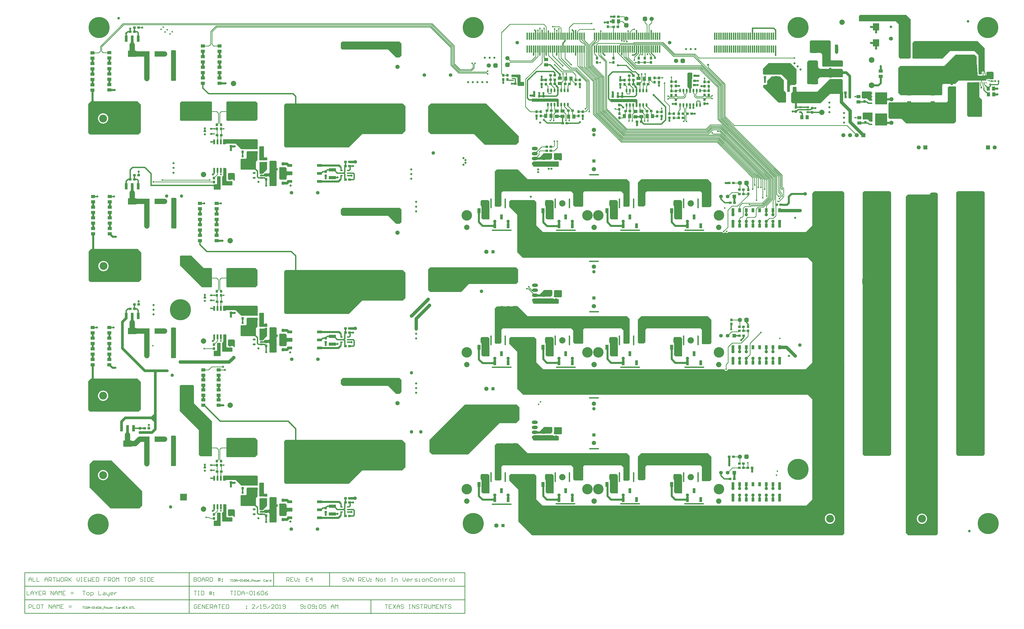
<source format=gtl>
G04*
G04 #@! TF.GenerationSoftware,Altium Limited,Altium Designer,18.1.9 (240)*
G04*
G04 Layer_Physical_Order=1*
G04 Layer_Color=255*
%FSAX25Y25*%
%MOIN*%
G70*
G01*
G75*
%ADD17C,0.01200*%
%ADD18C,0.02500*%
%ADD20C,0.01000*%
%ADD24C,0.00600*%
%ADD26C,0.02000*%
%ADD27C,0.00800*%
%ADD28C,0.01500*%
%ADD42R,0.07480X0.04488*%
G04:AMPARAMS|DCode=43|XSize=31.5mil|YSize=29.53mil|CornerRadius=1.92mil|HoleSize=0mil|Usage=FLASHONLY|Rotation=90.000|XOffset=0mil|YOffset=0mil|HoleType=Round|Shape=RoundedRectangle|*
%AMROUNDEDRECTD43*
21,1,0.03150,0.02569,0,0,90.0*
21,1,0.02766,0.02953,0,0,90.0*
1,1,0.00384,0.01284,0.01383*
1,1,0.00384,0.01284,-0.01383*
1,1,0.00384,-0.01284,-0.01383*
1,1,0.00384,-0.01284,0.01383*
%
%ADD43ROUNDEDRECTD43*%
%ADD44R,0.11417X0.21260*%
%ADD45R,0.06299X0.13780*%
G04:AMPARAMS|DCode=46|XSize=165.35mil|YSize=74.8mil|CornerRadius=1.87mil|HoleSize=0mil|Usage=FLASHONLY|Rotation=90.000|XOffset=0mil|YOffset=0mil|HoleType=Round|Shape=RoundedRectangle|*
%AMROUNDEDRECTD46*
21,1,0.16535,0.07106,0,0,90.0*
21,1,0.16161,0.07480,0,0,90.0*
1,1,0.00374,0.03553,0.08081*
1,1,0.00374,0.03553,-0.08081*
1,1,0.00374,-0.03553,-0.08081*
1,1,0.00374,-0.03553,0.08081*
%
%ADD46ROUNDEDRECTD46*%
G04:AMPARAMS|DCode=47|XSize=39.37mil|YSize=61.42mil|CornerRadius=1.97mil|HoleSize=0mil|Usage=FLASHONLY|Rotation=0.000|XOffset=0mil|YOffset=0mil|HoleType=Round|Shape=RoundedRectangle|*
%AMROUNDEDRECTD47*
21,1,0.03937,0.05748,0,0,0.0*
21,1,0.03543,0.06142,0,0,0.0*
1,1,0.00394,0.01772,-0.02874*
1,1,0.00394,-0.01772,-0.02874*
1,1,0.00394,-0.01772,0.02874*
1,1,0.00394,0.01772,0.02874*
%
%ADD47ROUNDEDRECTD47*%
G04:AMPARAMS|DCode=48|XSize=39.37mil|YSize=74.8mil|CornerRadius=1.97mil|HoleSize=0mil|Usage=FLASHONLY|Rotation=180.000|XOffset=0mil|YOffset=0mil|HoleType=Round|Shape=RoundedRectangle|*
%AMROUNDEDRECTD48*
21,1,0.03937,0.07087,0,0,180.0*
21,1,0.03543,0.07480,0,0,180.0*
1,1,0.00394,-0.01772,0.03543*
1,1,0.00394,0.01772,0.03543*
1,1,0.00394,0.01772,-0.03543*
1,1,0.00394,-0.01772,-0.03543*
%
%ADD48ROUNDEDRECTD48*%
G04:AMPARAMS|DCode=49|XSize=23.62mil|YSize=39.37mil|CornerRadius=5.91mil|HoleSize=0mil|Usage=FLASHONLY|Rotation=270.000|XOffset=0mil|YOffset=0mil|HoleType=Round|Shape=RoundedRectangle|*
%AMROUNDEDRECTD49*
21,1,0.02362,0.02756,0,0,270.0*
21,1,0.01181,0.03937,0,0,270.0*
1,1,0.01181,-0.01378,-0.00591*
1,1,0.01181,-0.01378,0.00591*
1,1,0.01181,0.01378,0.00591*
1,1,0.01181,0.01378,-0.00591*
%
%ADD49ROUNDEDRECTD49*%
G04:AMPARAMS|DCode=50|XSize=39.37mil|YSize=94.49mil|CornerRadius=1.97mil|HoleSize=0mil|Usage=FLASHONLY|Rotation=0.000|XOffset=0mil|YOffset=0mil|HoleType=Round|Shape=RoundedRectangle|*
%AMROUNDEDRECTD50*
21,1,0.03937,0.09055,0,0,0.0*
21,1,0.03543,0.09449,0,0,0.0*
1,1,0.00394,0.01772,-0.04528*
1,1,0.00394,-0.01772,-0.04528*
1,1,0.00394,-0.01772,0.04528*
1,1,0.00394,0.01772,0.04528*
%
%ADD50ROUNDEDRECTD50*%
G04:AMPARAMS|DCode=51|XSize=129.92mil|YSize=94.49mil|CornerRadius=1.89mil|HoleSize=0mil|Usage=FLASHONLY|Rotation=0.000|XOffset=0mil|YOffset=0mil|HoleType=Round|Shape=RoundedRectangle|*
%AMROUNDEDRECTD51*
21,1,0.12992,0.09071,0,0,0.0*
21,1,0.12614,0.09449,0,0,0.0*
1,1,0.00378,0.06307,-0.04535*
1,1,0.00378,-0.06307,-0.04535*
1,1,0.00378,-0.06307,0.04535*
1,1,0.00378,0.06307,0.04535*
%
%ADD51ROUNDEDRECTD51*%
%ADD52R,0.04803X0.03602*%
%ADD53R,0.07874X0.07874*%
G04:AMPARAMS|DCode=54|XSize=9.84mil|YSize=29.53mil|CornerRadius=1.97mil|HoleSize=0mil|Usage=FLASHONLY|Rotation=180.000|XOffset=0mil|YOffset=0mil|HoleType=Round|Shape=RoundedRectangle|*
%AMROUNDEDRECTD54*
21,1,0.00984,0.02559,0,0,180.0*
21,1,0.00591,0.02953,0,0,180.0*
1,1,0.00394,-0.00295,0.01280*
1,1,0.00394,0.00295,0.01280*
1,1,0.00394,0.00295,-0.01280*
1,1,0.00394,-0.00295,-0.01280*
%
%ADD54ROUNDEDRECTD54*%
G04:AMPARAMS|DCode=55|XSize=9.84mil|YSize=23.62mil|CornerRadius=1.97mil|HoleSize=0mil|Usage=FLASHONLY|Rotation=90.000|XOffset=0mil|YOffset=0mil|HoleType=Round|Shape=RoundedRectangle|*
%AMROUNDEDRECTD55*
21,1,0.00984,0.01968,0,0,90.0*
21,1,0.00591,0.02362,0,0,90.0*
1,1,0.00394,0.00984,0.00295*
1,1,0.00394,0.00984,-0.00295*
1,1,0.00394,-0.00984,-0.00295*
1,1,0.00394,-0.00984,0.00295*
%
%ADD55ROUNDEDRECTD55*%
%ADD56R,0.03000X0.07500*%
%ADD57C,0.03937*%
%ADD58C,0.08504*%
G04:AMPARAMS|DCode=59|XSize=23.62mil|YSize=70.87mil|CornerRadius=2.01mil|HoleSize=0mil|Usage=FLASHONLY|Rotation=0.000|XOffset=0mil|YOffset=0mil|HoleType=Round|Shape=RoundedRectangle|*
%AMROUNDEDRECTD59*
21,1,0.02362,0.06685,0,0,0.0*
21,1,0.01961,0.07087,0,0,0.0*
1,1,0.00402,0.00980,-0.03343*
1,1,0.00402,-0.00980,-0.03343*
1,1,0.00402,-0.00980,0.03343*
1,1,0.00402,0.00980,0.03343*
%
%ADD59ROUNDEDRECTD59*%
G04:AMPARAMS|DCode=61|XSize=23.62mil|YSize=39.37mil|CornerRadius=2.01mil|HoleSize=0mil|Usage=FLASHONLY|Rotation=270.000|XOffset=0mil|YOffset=0mil|HoleType=Round|Shape=RoundedRectangle|*
%AMROUNDEDRECTD61*
21,1,0.02362,0.03535,0,0,270.0*
21,1,0.01961,0.03937,0,0,270.0*
1,1,0.00402,-0.01768,-0.00980*
1,1,0.00402,-0.01768,0.00980*
1,1,0.00402,0.01768,0.00980*
1,1,0.00402,0.01768,-0.00980*
%
%ADD61ROUNDEDRECTD61*%
G04:AMPARAMS|DCode=62|XSize=125.98mil|YSize=68.9mil|CornerRadius=2.07mil|HoleSize=0mil|Usage=FLASHONLY|Rotation=180.000|XOffset=0mil|YOffset=0mil|HoleType=Round|Shape=RoundedRectangle|*
%AMROUNDEDRECTD62*
21,1,0.12598,0.06476,0,0,180.0*
21,1,0.12185,0.06890,0,0,180.0*
1,1,0.00413,-0.06093,0.03238*
1,1,0.00413,0.06093,0.03238*
1,1,0.00413,0.06093,-0.03238*
1,1,0.00413,-0.06093,-0.03238*
%
%ADD62ROUNDEDRECTD62*%
G04:AMPARAMS|DCode=63|XSize=35.43mil|YSize=68.9mil|CornerRadius=1.95mil|HoleSize=0mil|Usage=FLASHONLY|Rotation=180.000|XOffset=0mil|YOffset=0mil|HoleType=Round|Shape=RoundedRectangle|*
%AMROUNDEDRECTD63*
21,1,0.03543,0.06500,0,0,180.0*
21,1,0.03154,0.06890,0,0,180.0*
1,1,0.00390,-0.01577,0.03250*
1,1,0.00390,0.01577,0.03250*
1,1,0.00390,0.01577,-0.03250*
1,1,0.00390,-0.01577,-0.03250*
%
%ADD63ROUNDEDRECTD63*%
G04:AMPARAMS|DCode=64|XSize=15.75mil|YSize=33.47mil|CornerRadius=1.97mil|HoleSize=0mil|Usage=FLASHONLY|Rotation=90.000|XOffset=0mil|YOffset=0mil|HoleType=Round|Shape=RoundedRectangle|*
%AMROUNDEDRECTD64*
21,1,0.01575,0.02953,0,0,90.0*
21,1,0.01181,0.03347,0,0,90.0*
1,1,0.00394,0.01476,0.00591*
1,1,0.00394,0.01476,-0.00591*
1,1,0.00394,-0.01476,-0.00591*
1,1,0.00394,-0.01476,0.00591*
%
%ADD64ROUNDEDRECTD64*%
G04:AMPARAMS|DCode=65|XSize=21.65mil|YSize=31.5mil|CornerRadius=1.95mil|HoleSize=0mil|Usage=FLASHONLY|Rotation=90.000|XOffset=0mil|YOffset=0mil|HoleType=Round|Shape=RoundedRectangle|*
%AMROUNDEDRECTD65*
21,1,0.02165,0.02760,0,0,90.0*
21,1,0.01776,0.03150,0,0,90.0*
1,1,0.00390,0.01380,0.00888*
1,1,0.00390,0.01380,-0.00888*
1,1,0.00390,-0.01380,-0.00888*
1,1,0.00390,-0.01380,0.00888*
%
%ADD65ROUNDEDRECTD65*%
%ADD66O,0.02362X0.05709*%
%ADD67R,0.09449X0.11024*%
%ADD68R,0.01968X0.10724*%
%ADD69R,0.10630X0.24410*%
%ADD70R,0.05118X0.10630*%
%ADD71R,0.06299X0.04331*%
%ADD72R,0.05118X0.07284*%
%ADD73R,0.05000X0.06300*%
%ADD74R,0.03740X0.03937*%
%ADD75R,0.03150X0.02362*%
%ADD76R,0.03937X0.03740*%
G04:AMPARAMS|DCode=77|XSize=31.5mil|YSize=29.53mil|CornerRadius=1.92mil|HoleSize=0mil|Usage=FLASHONLY|Rotation=180.000|XOffset=0mil|YOffset=0mil|HoleType=Round|Shape=RoundedRectangle|*
%AMROUNDEDRECTD77*
21,1,0.03150,0.02569,0,0,180.0*
21,1,0.02766,0.02953,0,0,180.0*
1,1,0.00384,-0.01383,0.01284*
1,1,0.00384,0.01383,0.01284*
1,1,0.00384,0.01383,-0.01284*
1,1,0.00384,-0.01383,-0.01284*
%
%ADD77ROUNDEDRECTD77*%
%ADD78R,0.06300X0.05000*%
%ADD79R,0.03602X0.04803*%
%ADD80R,0.10630X0.05118*%
%ADD81R,0.02362X0.03150*%
%ADD82R,0.04331X0.06299*%
%ADD134C,0.06496*%
%ADD138C,0.06693*%
%ADD153C,0.05512*%
G04:AMPARAMS|DCode=168|XSize=70.87mil|YSize=177.17mil|CornerRadius=1.77mil|HoleSize=0mil|Usage=FLASHONLY|Rotation=90.000|XOffset=0mil|YOffset=0mil|HoleType=Round|Shape=RoundedRectangle|*
%AMROUNDEDRECTD168*
21,1,0.07087,0.17362,0,0,90.0*
21,1,0.06732,0.17717,0,0,90.0*
1,1,0.00354,0.08681,0.03366*
1,1,0.00354,0.08681,-0.03366*
1,1,0.00354,-0.08681,-0.03366*
1,1,0.00354,-0.08681,0.03366*
%
%ADD168ROUNDEDRECTD168*%
%ADD169R,0.01000X0.01000*%
G04:AMPARAMS|DCode=170|XSize=35.83mil|YSize=20.08mil|CornerRadius=3.92mil|HoleSize=0mil|Usage=FLASHONLY|Rotation=0.000|XOffset=0mil|YOffset=0mil|HoleType=Round|Shape=RoundedRectangle|*
%AMROUNDEDRECTD170*
21,1,0.03583,0.01225,0,0,0.0*
21,1,0.02800,0.02008,0,0,0.0*
1,1,0.00783,0.01400,-0.00612*
1,1,0.00783,-0.01400,-0.00612*
1,1,0.00783,-0.01400,0.00612*
1,1,0.00783,0.01400,0.00612*
%
%ADD170ROUNDEDRECTD170*%
G04:AMPARAMS|DCode=171|XSize=176.77mil|YSize=179.92mil|CornerRadius=1.77mil|HoleSize=0mil|Usage=FLASHONLY|Rotation=0.000|XOffset=0mil|YOffset=0mil|HoleType=Round|Shape=RoundedRectangle|*
%AMROUNDEDRECTD171*
21,1,0.17677,0.17639,0,0,0.0*
21,1,0.17324,0.17992,0,0,0.0*
1,1,0.00354,0.08662,-0.08819*
1,1,0.00354,-0.08662,-0.08819*
1,1,0.00354,-0.08662,0.08819*
1,1,0.00354,0.08662,0.08819*
%
%ADD171ROUNDEDRECTD171*%
%ADD172C,0.00900*%
%ADD173C,0.03000*%
%ADD174C,0.04000*%
%ADD175C,0.05000*%
%ADD176C,0.03500*%
%ADD177C,0.08000*%
%ADD178C,0.12598*%
%ADD179C,0.11811*%
G04:AMPARAMS|DCode=180|XSize=64.96mil|YSize=64.96mil|CornerRadius=16.24mil|HoleSize=0mil|Usage=FLASHONLY|Rotation=180.000|XOffset=0mil|YOffset=0mil|HoleType=Round|Shape=RoundedRectangle|*
%AMROUNDEDRECTD180*
21,1,0.06496,0.03248,0,0,180.0*
21,1,0.03248,0.06496,0,0,180.0*
1,1,0.03248,-0.01624,0.01624*
1,1,0.03248,0.01624,0.01624*
1,1,0.03248,0.01624,-0.01624*
1,1,0.03248,-0.01624,-0.01624*
%
%ADD180ROUNDEDRECTD180*%
G04:AMPARAMS|DCode=181|XSize=53.15mil|YSize=53.15mil|CornerRadius=13.29mil|HoleSize=0mil|Usage=FLASHONLY|Rotation=270.000|XOffset=0mil|YOffset=0mil|HoleType=Round|Shape=RoundedRectangle|*
%AMROUNDEDRECTD181*
21,1,0.05315,0.02657,0,0,270.0*
21,1,0.02657,0.05315,0,0,270.0*
1,1,0.02657,-0.01329,-0.01329*
1,1,0.02657,-0.01329,0.01329*
1,1,0.02657,0.01329,0.01329*
1,1,0.02657,0.01329,-0.01329*
%
%ADD181ROUNDEDRECTD181*%
%ADD182C,0.05315*%
%ADD183C,0.09500*%
G04:AMPARAMS|DCode=184|XSize=95mil|YSize=95mil|CornerRadius=23.75mil|HoleSize=0mil|Usage=FLASHONLY|Rotation=0.000|XOffset=0mil|YOffset=0mil|HoleType=Round|Shape=RoundedRectangle|*
%AMROUNDEDRECTD184*
21,1,0.09500,0.04750,0,0,0.0*
21,1,0.04750,0.09500,0,0,0.0*
1,1,0.04750,0.02375,-0.02375*
1,1,0.04750,-0.02375,-0.02375*
1,1,0.04750,-0.02375,0.02375*
1,1,0.04750,0.02375,0.02375*
%
%ADD184ROUNDEDRECTD184*%
%ADD185C,0.06102*%
%ADD186R,0.06102X0.06102*%
%ADD187R,0.09843X0.09843*%
%ADD188C,0.10236*%
%ADD189C,0.06299*%
G04:AMPARAMS|DCode=190|XSize=118.11mil|YSize=118.11mil|CornerRadius=29.53mil|HoleSize=0mil|Usage=FLASHONLY|Rotation=180.000|XOffset=0mil|YOffset=0mil|HoleType=Round|Shape=RoundedRectangle|*
%AMROUNDEDRECTD190*
21,1,0.11811,0.05906,0,0,180.0*
21,1,0.05906,0.11811,0,0,180.0*
1,1,0.05906,-0.02953,0.02953*
1,1,0.05906,0.02953,0.02953*
1,1,0.05906,0.02953,-0.02953*
1,1,0.05906,-0.02953,-0.02953*
%
%ADD190ROUNDEDRECTD190*%
G04:AMPARAMS|DCode=191|XSize=55.12mil|YSize=55.12mil|CornerRadius=1.93mil|HoleSize=0mil|Usage=FLASHONLY|Rotation=90.000|XOffset=0mil|YOffset=0mil|HoleType=Round|Shape=RoundedRectangle|*
%AMROUNDEDRECTD191*
21,1,0.05512,0.05126,0,0,90.0*
21,1,0.05126,0.05512,0,0,90.0*
1,1,0.00386,0.02563,0.02563*
1,1,0.00386,0.02563,-0.02563*
1,1,0.00386,-0.02563,-0.02563*
1,1,0.00386,-0.02563,0.02563*
%
%ADD191ROUNDEDRECTD191*%
%ADD192C,0.08000*%
%ADD193C,0.15748*%
%ADD194C,0.06000*%
%ADD195C,0.00100*%
%ADD196C,0.05307*%
G04:AMPARAMS|DCode=197|XSize=100mil|YSize=74.8mil|CornerRadius=18.7mil|HoleSize=0mil|Usage=FLASHONLY|Rotation=270.000|XOffset=0mil|YOffset=0mil|HoleType=Round|Shape=RoundedRectangle|*
%AMROUNDEDRECTD197*
21,1,0.10000,0.03740,0,0,270.0*
21,1,0.06260,0.07480,0,0,270.0*
1,1,0.03740,-0.01870,-0.03130*
1,1,0.03740,-0.01870,0.03130*
1,1,0.03740,0.01870,0.03130*
1,1,0.03740,0.01870,-0.03130*
%
%ADD197ROUNDEDRECTD197*%
%ADD198O,0.07480X0.10000*%
%ADD199O,0.09055X0.05118*%
%ADD200R,0.06693X0.06693*%
%ADD201C,0.05118*%
%ADD202R,0.05118X0.05118*%
%ADD203O,0.29528X0.10630*%
%ADD204O,0.32480X0.09449*%
G04:AMPARAMS|DCode=205|XSize=64.96mil|YSize=64.96mil|CornerRadius=16.24mil|HoleSize=0mil|Usage=FLASHONLY|Rotation=90.000|XOffset=0mil|YOffset=0mil|HoleType=Round|Shape=RoundedRectangle|*
%AMROUNDEDRECTD205*
21,1,0.06496,0.03248,0,0,90.0*
21,1,0.03248,0.06496,0,0,90.0*
1,1,0.03248,0.01624,0.01624*
1,1,0.03248,0.01624,-0.01624*
1,1,0.03248,-0.01624,-0.01624*
1,1,0.03248,-0.01624,0.01624*
%
%ADD205ROUNDEDRECTD205*%
%ADD206R,0.05118X0.05118*%
%ADD207C,0.31496*%
%ADD208O,0.30000X0.02000*%
%ADD209O,0.02000X0.15000*%
%ADD210O,0.15000X0.02000*%
%ADD211C,0.01968*%
%ADD212C,0.05200*%
%ADD213C,0.02400*%
%ADD214C,0.03200*%
%ADD215C,0.05000*%
G36*
X0602255Y0898400D02*
X0605255Y0895400D01*
X0605255Y0886400D01*
X0605255Y0877400D01*
X0602255Y0874400D01*
X0597255Y0874400D01*
X0585255Y0886400D01*
X0516255Y0886400D01*
X0514255Y0888400D01*
X0514255Y0896400D01*
X0516255Y0898400D01*
X0602255Y0898400D01*
D02*
G37*
G36*
X1369255Y0931700D02*
X1369255Y0925300D01*
Y0915500D01*
Y0900700D01*
X1369255Y0874200D01*
X1367655Y0872600D01*
X1353455Y0872600D01*
X1351355Y0874700D01*
X1351355Y0924100D01*
X1346755Y0928700D01*
X1292355Y0928700D01*
X1291555Y0929500D01*
X1291555Y0936500D01*
X1293308Y0938253D01*
X1362702D01*
X1369255Y0931700D01*
D02*
G37*
G36*
X1249355Y0898600D02*
Y0871000D01*
X1250355Y0870000D01*
X1266255D01*
X1267455Y0868800D01*
Y0861600D01*
X1266555Y0860700D01*
X1237555D01*
X1236655Y0861600D01*
Y0878800D01*
X1234155Y0881300D01*
X1218855D01*
X1217755Y0882400D01*
Y0898700D01*
X1219155Y0900100D01*
X1247855D01*
X1249355Y0898600D01*
D02*
G37*
G36*
X1480255Y0888300D02*
X1480255Y0853097D01*
X1480090Y0852987D01*
X1479781Y0852525D01*
X1479673Y0851980D01*
X1479175D01*
X1479066Y0852525D01*
X1478758Y0852987D01*
X1478296Y0853295D01*
X1477750Y0853404D01*
X1477160D01*
X1476615Y0853295D01*
X1476153Y0852987D01*
X1475844Y0852525D01*
X1475736Y0851980D01*
Y0850769D01*
X1475722Y0850700D01*
Y0849200D01*
X1471482D01*
X1471301Y0849421D01*
Y0851980D01*
X1471192Y0852525D01*
X1470955Y0852880D01*
X1470955Y0878000D01*
X1464755Y0884200D01*
X1428555Y0884200D01*
X1419655Y0875300D01*
X1416955Y0872600D01*
X1372855D01*
X1371855Y0873600D01*
Y0896300D01*
X1374555Y0899000D01*
X1469555Y0899000D01*
X1480255Y0888300D01*
D02*
G37*
G36*
X1468406Y0875649D02*
X1468406Y0852880D01*
X1468455Y0852633D01*
Y0852382D01*
X1468551Y0852150D01*
X1468600Y0851904D01*
X1468740Y0851695D01*
X1468752Y0851666D01*
Y0849421D01*
X1468825Y0849053D01*
X1468861Y0848681D01*
X1468921Y0848569D01*
X1468946Y0848445D01*
X1469154Y0848134D01*
X1469330Y0847803D01*
X1469455Y0847651D01*
Y0847600D01*
X1469755Y0847300D01*
X1469825D01*
X1469991Y0847190D01*
X1470280Y0846952D01*
X1470401Y0846915D01*
X1470506Y0846845D01*
X1470873Y0846772D01*
X1471232Y0846663D01*
X1471358Y0846676D01*
X1471482Y0846651D01*
X1475722D01*
X1476697Y0846845D01*
X1477378Y0847300D01*
X1482255D01*
X1482855Y0847900D01*
X1482855Y0852500D01*
X1483555Y0853200D01*
X1492255Y0853200D01*
X1493555Y0851900D01*
X1493555Y0842700D01*
X1492668Y0841813D01*
X1488474D01*
X1488474Y0841813D01*
Y0841813D01*
X1487997Y0841869D01*
X1487556Y0842164D01*
X1486893Y0842295D01*
X1484935D01*
X1484866Y0842282D01*
X1483951D01*
X1483406Y0842173D01*
X1482944Y0841865D01*
X1482792Y0841637D01*
X1482555Y0841400D01*
Y0840999D01*
X1482527Y0840858D01*
Y0840272D01*
X1481855Y0839600D01*
X1440755D01*
X1435955Y0834800D01*
X1417955D01*
X1416655Y0833500D01*
X1416655Y0819100D01*
X1415355Y0817800D01*
X1354155Y0817800D01*
X1350555Y0821400D01*
X1350555Y0858700D01*
X1353655Y0861800D01*
X1419855D01*
X1432655Y0874600D01*
X1436755Y0878700D01*
X1465355D01*
X1468406Y0875649D01*
D02*
G37*
G36*
X0266955Y0884400D02*
Y0840400D01*
X0266055Y0839500D01*
X0260255D01*
X0259555Y0840200D01*
Y0840300D01*
X0259555Y0844400D01*
Y0884100D01*
Y0884600D01*
X0260155Y0885200D01*
X0260255Y0885300D01*
X0266055D01*
X0266955Y0884400D01*
D02*
G37*
G36*
X1230255Y0868400D02*
Y0860100D01*
X1231355Y0859000D01*
X1232855Y0857500D01*
X1266055D01*
X1267055Y0856500D01*
X1267555Y0856000D01*
Y0848500D01*
Y0845800D01*
X1266455Y0844700D01*
X1239555D01*
X1232755Y0844700D01*
X1230255Y0842200D01*
X1230255Y0834400D01*
X1215255D01*
X1213755Y0835900D01*
Y0867600D01*
X1216155Y0870000D01*
X1228655D01*
X1230255Y0868400D01*
D02*
G37*
G36*
X1188855Y0866100D02*
X1197855Y0857100D01*
X1197855Y0835400D01*
X1195555Y0833100D01*
X1189555Y0833100D01*
X1188055Y0831600D01*
X1188055Y0828000D01*
Y0823300D01*
X1187655Y0822900D01*
X1184155D01*
X1183755Y0823300D01*
X1183755Y0840500D01*
X1175455Y0848800D01*
X1169155Y0848800D01*
X1148855D01*
X1147455Y0850200D01*
X1147455Y0857600D01*
X1155955Y0866100D01*
X1188855Y0866100D01*
D02*
G37*
G36*
X0784055Y0847600D02*
Y0838400D01*
X0784555Y0837900D01*
X0788755D01*
X0789155Y0837500D01*
Y0832400D01*
X0788655Y0831900D01*
X0780555D01*
X0779255Y0833200D01*
Y0840000D01*
Y0843800D01*
X0778455Y0844600D01*
X0776456D01*
X0776284Y0844715D01*
X0775952Y0844937D01*
X0775952Y0844937D01*
X0775951Y0844937D01*
X0775584Y0845010D01*
X0775191Y0845088D01*
X0775191Y0845088D01*
X0775191Y0845088D01*
X0773836D01*
X0773702Y0845115D01*
X0770750D01*
X0770642Y0845093D01*
X0770255Y0845411D01*
Y0848500D01*
X0770555Y0848800D01*
X0782855D01*
X0784055Y0847600D01*
D02*
G37*
G36*
X1263555Y0842000D02*
X1265955D01*
X1267255Y0840700D01*
Y0837700D01*
X1267255Y0820400D01*
X1266655Y0819800D01*
X1248155D01*
X1245155Y0816800D01*
X1233955Y0805600D01*
X1192055D01*
X1191655Y0806000D01*
X1189769Y0807887D01*
Y0820356D01*
X1192355Y0822943D01*
Y0829700D01*
X1192955Y0830300D01*
X1197255D01*
X1197855Y0829700D01*
Y0827300D01*
Y0824200D01*
X1198055Y0824000D01*
X1198955Y0823100D01*
X1220855D01*
X1228955Y0823100D01*
X1236655Y0830800D01*
X1247856Y0842000D01*
X1263555Y0842000D01*
D02*
G37*
G36*
X1041455Y0850900D02*
Y0843100D01*
X1040755Y0842400D01*
X1040755Y0828800D01*
X1039655Y0827700D01*
Y0825900D01*
Y0821800D01*
X1039355Y0821500D01*
X1037155D01*
X1036855Y0821800D01*
Y0823200D01*
Y0827700D01*
X1034755Y0829800D01*
X1034355Y0830200D01*
Y0845600D01*
Y0850800D01*
X1035155Y0851600D01*
X1040755D01*
X1041455Y0850900D01*
D02*
G37*
G36*
X1310655Y0823212D02*
Y0810400D01*
Y0810201D01*
X1310255Y0809801D01*
X1306755D01*
X1303355Y0813200D01*
X1296455Y0813200D01*
X1295955Y0813700D01*
Y0822701D01*
X1296767Y0823512D01*
X1310355D01*
X1310655Y0823212D01*
D02*
G37*
G36*
X1178855Y0840400D02*
Y0825000D01*
X1181368Y0822487D01*
X1181400Y0822325D01*
X1181953Y0821498D01*
X1182155Y0821295D01*
Y0813400D01*
Y0807700D01*
X1181355Y0806900D01*
X1170755Y0806900D01*
X1147955Y0829700D01*
X1147955Y0832300D01*
X1149055Y0833400D01*
X1152855Y0833400D01*
X1154055Y0834600D01*
Y0839500D01*
X1160755Y0846200D01*
X1170255Y0846200D01*
X1173055D01*
X1178855Y0840400D01*
D02*
G37*
G36*
X0841296Y0811300D02*
Y0801100D01*
X0840696Y0800500D01*
X0839196D01*
X0838396Y0801300D01*
Y0807100D01*
X0837496Y0808000D01*
X0801396D01*
X0800696Y0808700D01*
Y0812200D01*
X0801196Y0812700D01*
X0839896D01*
X0841296Y0811300D01*
D02*
G37*
G36*
X0959355Y0810800D02*
Y0800600D01*
X0958755Y0800000D01*
X0957255D01*
X0956455Y0800800D01*
Y0806600D01*
X0955555Y0807500D01*
X0919455D01*
X0918755Y0808200D01*
Y0811700D01*
X0919255Y0812200D01*
X0957955D01*
X0959355Y0810800D01*
D02*
G37*
G36*
X1471799Y0836399D02*
X1471785Y0836330D01*
Y0832900D01*
X1471917Y0832237D01*
X1472255Y0831730D01*
Y0815100D01*
X1476355Y0811000D01*
Y0786400D01*
X1475255Y0785300D01*
X1455855D01*
X1454055Y0787100D01*
Y0836300D01*
X1454806Y0837051D01*
X1471799D01*
Y0836399D01*
D02*
G37*
G36*
X0386955Y0808400D02*
X0389255Y0806100D01*
X0389255Y0781600D01*
X0387055Y0779400D01*
X0343645Y0779400D01*
X0342645Y0780400D01*
Y0807400D01*
X0343645Y0808400D01*
X0386955Y0808400D01*
D02*
G37*
G36*
X0320755Y0807400D02*
Y0780400D01*
X0319755Y0779400D01*
X0274255Y0779400D01*
X0272755Y0780900D01*
X0272755Y0806400D01*
X0274755Y0808400D01*
X0319755Y0808400D01*
X0320755Y0807400D01*
D02*
G37*
G36*
X1312080Y0791436D02*
Y0778625D01*
Y0778425D01*
X1311680Y0778025D01*
X1308180Y0778025D01*
X1304780Y0781425D01*
X1297880D01*
X1297380Y0781925D01*
Y0790925D01*
X1298191Y0791736D01*
X1311780D01*
X1312080Y0791436D01*
D02*
G37*
G36*
X1437355Y0830100D02*
Y0778500D01*
X1434252Y0775397D01*
X1362458D01*
X1356255Y0781600D01*
X1355546Y0782309D01*
X1337620Y0782309D01*
X1335755Y0784175D01*
X1335755Y0805800D01*
X1337155Y0807200D01*
X1423155Y0807200D01*
X1423955Y0808000D01*
X1424955Y0809000D01*
Y0810300D01*
Y0829400D01*
X1425855Y0830300D01*
X1426555Y0831000D01*
X1436455D01*
X1437355Y0830100D01*
D02*
G37*
G36*
X0607255Y0805400D02*
X0611255Y0801400D01*
X0611255Y0764400D01*
X0606255Y0759400D01*
X0546255Y0759400D01*
X0526255Y0739400D01*
X0431255Y0739400D01*
X0429255Y0741400D01*
X0429255Y0803400D01*
X0431255Y0805400D01*
X0607255Y0805400D01*
D02*
G37*
G36*
X0214255Y0803500D02*
X0214255Y0762400D01*
X0210755Y0758900D01*
X0137755D01*
X0135255Y0761400D01*
X0135255Y0804700D01*
X0139155Y0808600D01*
X0209155Y0808600D01*
X0214255Y0803500D01*
D02*
G37*
G36*
X0776255Y0761400D02*
X0781255Y0756400D01*
Y0747400D01*
X0777255Y0743400D01*
X0730255D01*
X0714255Y0759400D01*
X0649255Y0759400D01*
X0645255Y0763400D01*
X0645255Y0801400D01*
X0649255Y0805400D01*
X0732255D01*
X0776255Y0761400D01*
D02*
G37*
G36*
X0388455Y0751800D02*
X0389655Y0750600D01*
X0389655Y0741907D01*
X0389500Y0741676D01*
X0389306Y0740700D01*
Y0738000D01*
Y0736700D01*
X0364655Y0736700D01*
X0358755Y0742600D01*
X0356355Y0745000D01*
X0342055D01*
X0341155Y0744100D01*
X0337955D01*
X0337655Y0744400D01*
Y0751500D01*
X0337955Y0751800D01*
X0349855D01*
X0388455Y0751800D01*
D02*
G37*
G36*
X0812167Y0730000D02*
X0811167D01*
Y0731200D01*
X0812167D01*
Y0730000D01*
D02*
G37*
G36*
X0831364Y0730091D02*
X0831306Y0729800D01*
Y0729800D01*
Y0729800D01*
X0831306Y0723251D01*
X0829155Y0721100D01*
X0803055Y0721100D01*
X0802655Y0721500D01*
X0802655Y0723600D01*
X0803355Y0724300D01*
X0812455D01*
X0817855Y0729700D01*
X0819055Y0730900D01*
X0830555D01*
X0831364Y0730091D01*
D02*
G37*
G36*
X0398755Y0740600D02*
Y0725000D01*
X0399355Y0724400D01*
X0403455D01*
X0403855Y0724000D01*
Y0723100D01*
Y0720300D01*
X0403655Y0720100D01*
X0392355D01*
X0391855Y0720600D01*
Y0738000D01*
Y0740700D01*
X0392255Y0741100D01*
X0398255D01*
X0398755Y0740600D01*
D02*
G37*
G36*
X0845255Y0730600D02*
X0846055Y0729800D01*
X0846055Y0721200D01*
X0844855Y0720000D01*
X0842560D01*
X0842257Y0720302D01*
X0841949Y0720509D01*
X0841431Y0720855D01*
X0841430Y0720855D01*
D01*
X0841231Y0720895D01*
X0840455Y0721049D01*
X0833855D01*
Y0721700D01*
X0833855Y0729800D01*
X0834655Y0730600D01*
X0845255Y0730600D01*
D02*
G37*
G36*
X0840436Y0718454D02*
X0840533Y0718389D01*
X0840533Y0718389D01*
X0840533Y0718389D01*
X0840633Y0718323D01*
X0840757Y0718198D01*
D01*
X0841355Y0717600D01*
Y0711500D01*
X0840355Y0710500D01*
X0803855D01*
X0802855Y0711500D01*
X0802355Y0712000D01*
Y0716500D01*
Y0717300D01*
X0803555Y0718500D01*
X0840204D01*
X0840436Y0718454D01*
D02*
G37*
G36*
X0389255Y0733800D02*
Y0729600D01*
Y0720400D01*
X0386955Y0718100D01*
Y0707600D01*
X0385355Y0706000D01*
X0364855D01*
X0364055Y0706800D01*
Y0721600D01*
X0364955Y0722500D01*
X0371855D01*
X0372955Y0723600D01*
Y0732700D01*
X0374155Y0733900D01*
X0389155D01*
X0389255Y0733800D01*
D02*
G37*
G36*
X0403655Y0717300D02*
X0403655Y0707600D01*
X0395955Y0699900D01*
X0392755Y0699900D01*
X0392255Y0700400D01*
Y0717400D01*
X0392406Y0717551D01*
X0403404D01*
X0403655Y0717300D01*
D02*
G37*
G36*
X0417755Y0718300D02*
X0417855Y0718200D01*
Y0700300D01*
Y0682400D01*
X0416855Y0681400D01*
X0407955D01*
X0407255Y0682100D01*
Y0694700D01*
X0406555Y0695400D01*
X0405855Y0696100D01*
X0393155D01*
X0392855Y0696400D01*
Y0697351D01*
X0395955Y0697351D01*
D01*
X0395955D01*
X0396931Y0697545D01*
X0397483Y0697914D01*
X0397758Y0698098D01*
Y0698098D01*
X0397758D01*
X0400058Y0700398D01*
X0405853D01*
X0407255Y0701800D01*
Y0718700D01*
X0407955Y0719400D01*
X0416655D01*
X0417755Y0718300D01*
D02*
G37*
G36*
X0431555Y0709300D02*
X0433055Y0707800D01*
Y0703800D01*
X0433555Y0703300D01*
X0441255D01*
X0441555Y0703000D01*
Y0698200D01*
X0440955Y0697600D01*
X0433955D01*
X0433055Y0696700D01*
X0433055Y0692400D01*
X0431855Y0691200D01*
X0422955Y0691200D01*
X0421855Y0692300D01*
Y0708100D01*
Y0709100D01*
X0422382Y0709627D01*
X0431228D01*
X0431555Y0709300D01*
D02*
G37*
G36*
X0355155Y0699800D02*
Y0690000D01*
X0354955Y0689800D01*
X0353545D01*
X0353312Y0690147D01*
X0352758Y0690702D01*
X0351931Y0691255D01*
X0350955Y0691449D01*
X0345004D01*
X0345004Y0699949D01*
X0346055Y0701000D01*
X0353955D01*
X0355155Y0699800D01*
D02*
G37*
G36*
X0342455Y0707900D02*
Y0704000D01*
X0342455Y0689700D01*
X0343255Y0688900D01*
X0350955D01*
X0351510Y0688345D01*
X0351510Y0683155D01*
X0350755Y0682400D01*
X0336855Y0682400D01*
X0336355Y0682900D01*
Y0687900D01*
Y0695800D01*
X0337755Y0697200D01*
Y0697600D01*
Y0707100D01*
Y0708100D01*
X0338055Y0708400D01*
X0341955D01*
X0342455Y0707900D01*
D02*
G37*
G36*
X0333455Y0696100D02*
X0333755Y0695800D01*
Y0676600D01*
X0333255Y0676100D01*
X0324055D01*
X0323555Y0676600D01*
Y0683500D01*
X0324055Y0684000D01*
X0327555D01*
X0328455Y0684900D01*
Y0694100D01*
Y0695600D01*
X0328955Y0696100D01*
X0333455Y0696100D01*
D02*
G37*
G36*
X0794455Y0691600D02*
X0865355Y0691600D01*
X0943655Y0691600D01*
X0947655Y0687600D01*
Y0651800D01*
X0946655Y0650800D01*
X0946155Y0650300D01*
X0939055D01*
X0938155Y0651200D01*
X0938155Y0670200D01*
X0935055Y0673300D01*
X0879655Y0673300D01*
X0877955Y0671600D01*
X0877955Y0651600D01*
X0876855Y0650500D01*
X0868855Y0650500D01*
X0865055D01*
X0863555Y0652000D01*
X0862955Y0652600D01*
Y0665800D01*
Y0670100D01*
X0859755Y0673300D01*
X0757255D01*
X0755355Y0671400D01*
Y0652400D01*
X0753855Y0650900D01*
X0753455Y0650500D01*
X0746555D01*
X0745355Y0651700D01*
X0745155Y0651900D01*
Y0657700D01*
Y0703300D01*
X0747655Y0705800D01*
X0748255Y0706400D01*
X0779655D01*
X0794455Y0691600D01*
D02*
G37*
G36*
X1069255Y0687200D02*
X1070355Y0686100D01*
Y0657800D01*
Y0651800D01*
X1069355Y0650800D01*
X1068255Y0649700D01*
X1056855D01*
X1055955Y0650600D01*
X1055855Y0650700D01*
Y0657200D01*
Y0671400D01*
X1054155Y0673100D01*
X1053955Y0673300D01*
X0973355D01*
X0971355Y0671300D01*
Y0653000D01*
X0969155Y0650800D01*
X0961455D01*
X0959855Y0652400D01*
X0959855Y0686600D01*
X0964855Y0691600D01*
X1064855D01*
X1069255Y0687200D01*
D02*
G37*
G36*
X1026368Y0658421D02*
Y0649000D01*
X1026389Y0648894D01*
X1026389Y0631400D01*
X1016389Y0631400D01*
X1014389Y0633400D01*
X1014389Y0660400D01*
X1024389D01*
X1026368Y0658421D01*
D02*
G37*
G36*
X0929990Y0658421D02*
Y0649000D01*
X0930011Y0648894D01*
X0930011Y0631400D01*
X0920011Y0631400D01*
X0918011Y0633400D01*
X0918011Y0660400D01*
X0928011D01*
X0929990Y0658421D01*
D02*
G37*
G36*
X0833612Y0658421D02*
Y0649000D01*
X0833633Y0648895D01*
X0833633Y0631400D01*
X0823633Y0631400D01*
X0821633Y0633400D01*
X0821633Y0660400D01*
X0831633D01*
X0833612Y0658421D01*
D02*
G37*
G36*
X0737234Y0658421D02*
Y0649000D01*
X0737255Y0648894D01*
X0737255Y0631400D01*
X0727255Y0631400D01*
X0725255Y0633400D01*
Y0639558D01*
X0725306D01*
Y0649242D01*
X0725255D01*
X0725255Y0660400D01*
X0735255D01*
X0737234Y0658421D01*
D02*
G37*
G36*
X0602755Y0648900D02*
X0605255Y0646400D01*
X0605255Y0636900D01*
X0605255Y0627400D01*
X0602755Y0624900D01*
X0597255Y0624900D01*
X0585255Y0636900D01*
X0516755Y0636900D01*
X0514255Y0639400D01*
X0514255Y0646400D01*
X0516755Y0648900D01*
X0602755Y0648900D01*
D02*
G37*
G36*
X0267455Y0662800D02*
Y0618800D01*
X0266555Y0617900D01*
X0260755D01*
X0260055Y0618600D01*
Y0618700D01*
X0260055Y0622800D01*
Y0662500D01*
Y0663000D01*
X0260655Y0663600D01*
X0260755Y0663700D01*
X0266555D01*
X0267455Y0662800D01*
D02*
G37*
G36*
X1267355Y0673800D02*
X1269655Y0671500D01*
X1269655Y0159600D01*
X1267155Y0157100D01*
X1236255Y0157100D01*
Y0157100D01*
X0800943Y0157100D01*
X0780455Y0177587D01*
X0780455Y0207987D01*
X0780455Y0225587D01*
X0766955Y0239087D01*
X0766955Y0245987D01*
Y0247087D01*
X0768955Y0249087D01*
X0804655Y0249087D01*
X0807455Y0246287D01*
Y0211087D01*
X0816655Y0201887D01*
X1212755D01*
X1221655Y0210787D01*
X1221655Y0361294D01*
X1214855Y0368094D01*
X0787861Y0368094D01*
X0779055Y0376900D01*
Y0432594D01*
X0766955Y0444694D01*
X0766955Y0451594D01*
Y0452694D01*
X0768955Y0454694D01*
X0804655D01*
X0807455Y0451894D01*
Y0416694D01*
X0817749Y0406400D01*
X1089808D01*
X1089994Y0405464D01*
X1090525Y0404670D01*
X1091319Y0404139D01*
X1092255Y0403953D01*
X1093192Y0404139D01*
X1093985Y0404670D01*
X1094516Y0405464D01*
X1094702Y0406400D01*
X1211661D01*
X1221655Y0416394D01*
X1221655Y0566900D01*
X1214855Y0573700D01*
X0787155Y0573700D01*
X0778855Y0582000D01*
Y0638400D01*
X0766955Y0650300D01*
X0766955Y0657200D01*
Y0658300D01*
X0768955Y0660300D01*
X0804655Y0660300D01*
X0807455Y0657500D01*
Y0622300D01*
X0817355Y0612400D01*
X1086543D01*
X1087007Y0611705D01*
X1087801Y0611175D01*
X1088737Y0610988D01*
X1089674Y0611175D01*
X1090468Y0611705D01*
X1090684Y0612028D01*
X1091285D01*
X1091525Y0611670D01*
X1092319Y0611139D01*
X1093255Y0610953D01*
X1094191Y0611139D01*
X1094985Y0611670D01*
X1095473Y0612400D01*
X1212055D01*
X1221655Y0622000D01*
Y0670600D01*
X1224855Y0673800D01*
X1267355Y0673800D01*
D02*
G37*
G36*
X0214755Y0581900D02*
X0214755Y0540800D01*
X0211255Y0537300D01*
X0138255D01*
X0135755Y0539800D01*
X0135755Y0583100D01*
X0139655Y0587000D01*
X0209655Y0587000D01*
X0214755Y0581900D01*
D02*
G37*
G36*
X0386255Y0558400D02*
X0389255Y0555400D01*
X0389255Y0532300D01*
X0386355Y0529400D01*
X0343645Y0529400D01*
X0342645Y0530400D01*
Y0557400D01*
X0343645Y0558400D01*
X0386255Y0558400D01*
D02*
G37*
G36*
X0289655Y0577200D02*
X0308455Y0558400D01*
X0319755Y0558400D01*
X0320755Y0557400D01*
Y0530400D01*
X0319755Y0529400D01*
X0305855D01*
X0272755Y0562500D01*
X0272755Y0575900D01*
X0274055Y0577200D01*
X0289655Y0577200D01*
D02*
G37*
G36*
X0780255Y0556400D02*
Y0537400D01*
X0777255Y0534400D01*
X0706255Y0534400D01*
X0695255Y0522400D01*
X0648255Y0522400D01*
X0645255Y0525400D01*
X0645255Y0556400D01*
X0648255Y0559400D01*
X0777255Y0559400D01*
X0780255Y0556400D01*
D02*
G37*
G36*
X0831555Y0524294D02*
D01*
Y0518145D01*
X0831493Y0517831D01*
X0829155Y0515494D01*
X0803055Y0515494D01*
X0802655Y0515894D01*
X0802655Y0517994D01*
X0803355Y0518694D01*
X0812455D01*
X0817855Y0524094D01*
X0819055Y0525294D01*
X0830555D01*
X0831555Y0524294D01*
D02*
G37*
G36*
X0845255Y0524994D02*
X0846055Y0524194D01*
X0846055Y0515594D01*
X0844855Y0514394D01*
X0834855D01*
X0833855Y0515394D01*
Y0516094D01*
Y0516836D01*
X0833910Y0516918D01*
X0834104Y0517894D01*
Y0517894D01*
D01*
Y0524294D01*
X0834079Y0524418D01*
X0834655Y0524994D01*
X0845255Y0524994D01*
D02*
G37*
G36*
X0833053Y0512591D02*
X0833053D01*
Y0512591D01*
X0833463Y0512317D01*
X0833880Y0512039D01*
X0833880D01*
X0833880Y0512039D01*
X0834613Y0511893D01*
X0834855Y0511845D01*
X0834855D01*
D01*
X0841355D01*
Y0505894D01*
X0840355Y0504894D01*
X0803855D01*
X0802855Y0505894D01*
X0802355Y0506394D01*
Y0510894D01*
Y0511694D01*
X0803555Y0512894D01*
X0832750D01*
X0833053Y0512591D01*
D02*
G37*
G36*
X0607255Y0555400D02*
X0611255Y0551400D01*
X0611255Y0513400D01*
X0607255Y0509400D01*
X0546255Y0509400D01*
X0526255Y0489400D01*
X0433255Y0489400D01*
X0431255D01*
X0429255Y0491400D01*
X0429255Y0553400D01*
X0431255Y0555400D01*
X0607255Y0555400D01*
D02*
G37*
G36*
X0388455Y0501800D02*
X0389655Y0500600D01*
X0389655Y0491907D01*
X0389500Y0491676D01*
X0389306Y0490700D01*
Y0488000D01*
Y0486700D01*
X0364655Y0486700D01*
X0358755Y0492600D01*
X0356355Y0495000D01*
X0342055D01*
X0341155Y0494100D01*
X0337955D01*
X0337655Y0494400D01*
Y0501500D01*
X0337955Y0501800D01*
X0349855D01*
X0388455Y0501800D01*
D02*
G37*
G36*
X0398755Y0490600D02*
Y0475000D01*
X0399355Y0474400D01*
X0403455D01*
X0403855Y0474000D01*
Y0473100D01*
Y0470300D01*
X0403655Y0470100D01*
X0392355D01*
X0391855Y0470600D01*
Y0488000D01*
Y0490700D01*
X0392255Y0491100D01*
X0398255D01*
X0398755Y0490600D01*
D02*
G37*
G36*
X0389255Y0483800D02*
Y0479600D01*
Y0470400D01*
X0386955Y0468100D01*
Y0457600D01*
X0385355Y0456000D01*
X0364855D01*
X0364055Y0456800D01*
Y0471600D01*
X0364955Y0472500D01*
X0371855D01*
X0372955Y0473600D01*
Y0482700D01*
X0374155Y0483900D01*
X0389155D01*
X0389255Y0483800D01*
D02*
G37*
G36*
X0403655Y0467300D02*
X0403655Y0457600D01*
X0395955Y0449900D01*
X0392755Y0449900D01*
X0392255Y0450400D01*
Y0467400D01*
X0392406Y0467551D01*
X0403404D01*
X0403655Y0467300D01*
D02*
G37*
G36*
X0417755Y0468300D02*
X0417855Y0468200D01*
Y0450300D01*
Y0432400D01*
X0416855Y0431400D01*
X0407955D01*
X0407255Y0432100D01*
Y0444700D01*
X0406555Y0445400D01*
X0405855Y0446100D01*
X0393155D01*
X0392855Y0446400D01*
Y0447351D01*
X0395955Y0447351D01*
D01*
X0395955D01*
X0396931Y0447545D01*
X0397483Y0447914D01*
X0397758Y0448098D01*
Y0448098D01*
X0397758D01*
X0400058Y0450398D01*
X0405853D01*
X0407255Y0451800D01*
Y0468700D01*
X0407955Y0469400D01*
X0416655D01*
X0417755Y0468300D01*
D02*
G37*
G36*
X0794455Y0485994D02*
X0865355Y0485994D01*
X0943655Y0485994D01*
X0947655Y0481994D01*
Y0446194D01*
X0946655Y0445194D01*
X0946155Y0444694D01*
X0939055D01*
X0938155Y0445594D01*
X0938155Y0464594D01*
X0935055Y0467694D01*
X0879655Y0467694D01*
X0877955Y0465994D01*
X0877955Y0445994D01*
X0876855Y0444894D01*
X0868855Y0444894D01*
X0865055D01*
X0863555Y0446394D01*
X0862955Y0446994D01*
Y0460194D01*
Y0464494D01*
X0859755Y0467694D01*
X0757255D01*
X0755355Y0465794D01*
Y0446794D01*
X0753855Y0445294D01*
X0753455Y0444894D01*
X0746555D01*
X0745355Y0446094D01*
X0745155Y0446294D01*
Y0452094D01*
Y0497694D01*
X0747655Y0500194D01*
X0748255Y0500794D01*
X0779655D01*
X0794455Y0485994D01*
D02*
G37*
G36*
X1069255Y0481594D02*
X1070355Y0480494D01*
Y0452194D01*
Y0446194D01*
X1069355Y0445194D01*
X1068255Y0444094D01*
X1056855D01*
X1055955Y0444994D01*
X1055855Y0445094D01*
Y0451594D01*
Y0465794D01*
X1054155Y0467494D01*
X1053955Y0467694D01*
X0973355D01*
X0971355Y0465694D01*
Y0447394D01*
X0969155Y0445194D01*
X0961455D01*
X0959855Y0446794D01*
X0959855Y0480994D01*
X0964855Y0485994D01*
X1064855D01*
X1069255Y0481594D01*
D02*
G37*
G36*
X0431555Y0459300D02*
X0433055Y0457800D01*
Y0453800D01*
X0433555Y0453300D01*
X0441255D01*
X0441555Y0453000D01*
Y0448200D01*
X0440955Y0447600D01*
X0433955D01*
X0433055Y0446700D01*
X0433055Y0442400D01*
X0431855Y0441200D01*
X0422955Y0441200D01*
X0421855Y0442300D01*
Y0458100D01*
Y0459100D01*
X0422382Y0459627D01*
X0431228D01*
X0431555Y0459300D01*
D02*
G37*
G36*
X0355155Y0449800D02*
Y0440000D01*
X0354955Y0439800D01*
X0353745D01*
X0353312Y0440448D01*
X0352758Y0441002D01*
X0351931Y0441555D01*
X0350955Y0441749D01*
X0345004D01*
X0345004Y0449949D01*
X0346055Y0451000D01*
X0353955D01*
X0355155Y0449800D01*
D02*
G37*
G36*
X0342455Y0458200D02*
Y0454300D01*
X0342455Y0440000D01*
X0343255Y0439200D01*
X0350955D01*
X0351510Y0438645D01*
X0351510Y0433455D01*
X0350755Y0432700D01*
X0336855Y0432700D01*
X0336355Y0433200D01*
Y0438200D01*
Y0446100D01*
X0337755Y0447500D01*
Y0447900D01*
Y0457400D01*
Y0458400D01*
X0338055Y0458700D01*
X0341955D01*
X0342455Y0458200D01*
D02*
G37*
G36*
X0333455Y0446100D02*
X0333755Y0445800D01*
Y0426600D01*
X0333255Y0426100D01*
X0324055D01*
X0323555Y0426600D01*
Y0433500D01*
X0324055Y0434000D01*
X0327555D01*
X0328455Y0434900D01*
Y0444100D01*
Y0445600D01*
X0328955Y0446100D01*
X0333455Y0446100D01*
D02*
G37*
G36*
X1026368Y0452815D02*
Y0443394D01*
X1026389Y0443288D01*
X1026389Y0425794D01*
X1016389Y0425794D01*
X1014389Y0427794D01*
X1014389Y0454794D01*
X1024389D01*
X1026368Y0452815D01*
D02*
G37*
G36*
X0929990Y0452815D02*
Y0443394D01*
X0930011Y0443288D01*
X0930011Y0425794D01*
X0920011Y0425794D01*
X0918011Y0427794D01*
X0918011Y0454794D01*
X0928011D01*
X0929990Y0452815D01*
D02*
G37*
G36*
X0833612Y0452815D02*
Y0443394D01*
X0833633Y0443288D01*
X0833633Y0425794D01*
X0823633Y0425794D01*
X0821633Y0427794D01*
X0821633Y0454794D01*
X0831633D01*
X0833612Y0452815D01*
D02*
G37*
G36*
X0737234Y0452815D02*
Y0443394D01*
X0737255Y0443288D01*
X0737255Y0425794D01*
X0727255Y0425794D01*
X0725255Y0427794D01*
X0725255Y0434558D01*
X0725306D01*
Y0444242D01*
X0725255D01*
X0725255Y0454794D01*
X0735255D01*
X0737234Y0452815D01*
D02*
G37*
G36*
X0266955Y0468100D02*
Y0424100D01*
X0266055Y0423200D01*
X0260255D01*
X0259555Y0423900D01*
Y0424000D01*
X0259555Y0428100D01*
Y0467800D01*
Y0468300D01*
X0260155Y0468900D01*
X0260255Y0469000D01*
X0266055D01*
X0266955Y0468100D01*
D02*
G37*
G36*
X0602255Y0393400D02*
X0605255Y0390400D01*
X0605255Y0381400D01*
X0605255Y0372400D01*
X0602255Y0369400D01*
X0597255Y0369400D01*
X0585255Y0381400D01*
X0517255Y0381400D01*
X0514255Y0384400D01*
X0514255Y0390400D01*
X0517255Y0393400D01*
X0602255Y0393400D01*
D02*
G37*
G36*
X0214255Y0387200D02*
X0214255Y0346100D01*
X0210755Y0342600D01*
X0137755D01*
X0135255Y0345100D01*
X0135255Y0388400D01*
X0139155Y0392300D01*
X0209155Y0392300D01*
X0214255Y0387200D01*
D02*
G37*
G36*
X0778255Y0353400D02*
X0782255Y0349400D01*
X0782255Y0330400D01*
X0777255Y0325400D01*
X0752255Y0325400D01*
X0705255Y0278400D01*
X0651255Y0278400D01*
X0647255Y0282400D01*
X0647255Y0300400D01*
X0700255Y0353400D01*
X0778255Y0353400D01*
D02*
G37*
G36*
X0831555Y0318687D02*
D01*
Y0312538D01*
X0831493Y0312225D01*
X0829155Y0309887D01*
X0803055Y0309887D01*
X0802655Y0310287D01*
X0802655Y0312387D01*
X0803355Y0313087D01*
X0812455D01*
X0817855Y0318487D01*
X0819055Y0319687D01*
X0830555D01*
X0831555Y0318687D01*
D02*
G37*
G36*
X0845255Y0319387D02*
X0846055Y0318587D01*
X0846055Y0309987D01*
X0844855Y0308787D01*
X0834855D01*
X0833855Y0309787D01*
Y0310487D01*
Y0311230D01*
X0833910Y0311312D01*
X0834104Y0312287D01*
Y0312287D01*
D01*
Y0318687D01*
X0834079Y0318812D01*
X0834655Y0319387D01*
X0845255Y0319387D01*
D02*
G37*
G36*
X0833053Y0306985D02*
X0833053D01*
Y0306985D01*
X0833463Y0306711D01*
X0833880Y0306433D01*
X0833880D01*
X0833880Y0306432D01*
X0834613Y0306287D01*
X0834855Y0306238D01*
X0834855D01*
D01*
X0841355D01*
Y0300287D01*
X0840355Y0299287D01*
X0803855D01*
X0802855Y0300287D01*
X0802355Y0300787D01*
Y0305287D01*
Y0306087D01*
X0803555Y0307287D01*
X0832750D01*
X0833053Y0306985D01*
D02*
G37*
G36*
X1480240Y0671700D02*
X1480240Y0278700D01*
X1477840Y0276300D01*
X1439840Y0276300D01*
X1437540Y0278600D01*
X1437540Y0287600D01*
X1437540Y0671600D01*
X1439740Y0673800D01*
X1478140D01*
X1480240Y0671700D01*
D02*
G37*
G36*
X1339955D02*
X1339955Y0278700D01*
X1337555Y0276300D01*
X1299555Y0276300D01*
X1297255Y0278600D01*
X1297255Y0287600D01*
X1297255Y0671600D01*
X1299455Y0673800D01*
X1337855D01*
X1339955Y0671700D01*
D02*
G37*
G36*
X0294055Y0381200D02*
Y0355400D01*
X0321055Y0328400D01*
X0321055Y0276400D01*
X0320555Y0275900D01*
X0303455D01*
X0301155Y0278200D01*
Y0314900D01*
X0272455Y0343600D01*
X0272455Y0381100D01*
X0273955Y0382600D01*
X0292655D01*
X0294055Y0381200D01*
D02*
G37*
G36*
X0385855Y0303400D02*
X0389355Y0299900D01*
X0389355Y0278100D01*
X0385655Y0274400D01*
X0343645Y0274400D01*
X0342645Y0275400D01*
Y0302400D01*
X0343645Y0303400D01*
X0385855Y0303400D01*
D02*
G37*
G36*
X0266955Y0305900D02*
Y0261900D01*
X0266055Y0261000D01*
X0260255D01*
X0259555Y0261700D01*
Y0261800D01*
X0259555Y0265900D01*
Y0305600D01*
Y0306100D01*
X0260155Y0306700D01*
X0260255Y0306800D01*
X0266055D01*
X0266955Y0305900D01*
D02*
G37*
G36*
X0794455Y0280387D02*
X0865355Y0280387D01*
X0943655Y0280387D01*
X0947655Y0276387D01*
Y0240587D01*
X0946655Y0239587D01*
X0946155Y0239087D01*
X0939055D01*
X0938155Y0239987D01*
X0938155Y0258987D01*
X0935055Y0262087D01*
X0879655Y0262087D01*
X0877955Y0260387D01*
X0877955Y0240387D01*
X0876855Y0239287D01*
X0868855Y0239287D01*
X0865055D01*
X0863555Y0240787D01*
X0862955Y0241387D01*
Y0254587D01*
Y0258887D01*
X0859755Y0262087D01*
X0757255D01*
X0755355Y0260187D01*
Y0241187D01*
X0753855Y0239687D01*
X0753455Y0239287D01*
X0746555D01*
X0745355Y0240487D01*
X0745155Y0240687D01*
Y0246487D01*
Y0292087D01*
X0747655Y0294587D01*
X0748255Y0295187D01*
X0779655D01*
X0794455Y0280387D01*
D02*
G37*
G36*
X1069255Y0275987D02*
X1070355Y0274887D01*
Y0246587D01*
Y0240587D01*
X1069355Y0239587D01*
X1068255Y0238487D01*
X1056855D01*
X1055955Y0239387D01*
X1055855Y0239487D01*
Y0245987D01*
Y0260187D01*
X1054155Y0261887D01*
X1053955Y0262087D01*
X0973355D01*
X0971355Y0260087D01*
Y0241787D01*
X0969155Y0239587D01*
X0961455D01*
X0959855Y0241187D01*
X0959855Y0275387D01*
X0964855Y0280387D01*
X1064855D01*
X1069255Y0275987D01*
D02*
G37*
G36*
X0606255Y0300400D02*
X0611255Y0295400D01*
X0611255Y0259400D01*
X0606255Y0254400D01*
X0546255Y0254400D01*
X0526255Y0234400D01*
X0431255Y0234400D01*
X0429255Y0236400D01*
X0429255Y0298400D01*
X0431255Y0300400D01*
X0606255Y0300400D01*
D02*
G37*
G36*
X0388455Y0246800D02*
X0389655Y0245600D01*
X0389655Y0232076D01*
X0389279Y0231700D01*
X0364655Y0231700D01*
X0358755Y0237600D01*
X0356355Y0240000D01*
X0342055D01*
X0341155Y0239100D01*
X0337955D01*
X0337655Y0239400D01*
Y0246500D01*
X0337955Y0246800D01*
X0349855D01*
X0388455Y0246800D01*
D02*
G37*
G36*
X1026368Y0247208D02*
Y0237787D01*
X1026389Y0237681D01*
X1026389Y0220187D01*
X1016389Y0220187D01*
X1014389Y0222187D01*
X1014389Y0249187D01*
X1024389D01*
X1026368Y0247208D01*
D02*
G37*
G36*
X0929990Y0247209D02*
Y0237787D01*
X0930011Y0237681D01*
X0930011Y0220187D01*
X0920011Y0220187D01*
X0918011Y0222187D01*
X0918011Y0249187D01*
X0928011D01*
X0929990Y0247209D01*
D02*
G37*
G36*
X0833612Y0247208D02*
Y0237787D01*
X0833633Y0237682D01*
X0833633Y0220187D01*
X0823633Y0220187D01*
X0821633Y0222187D01*
X0821633Y0249187D01*
X0831633D01*
X0833612Y0247208D01*
D02*
G37*
G36*
X0737234Y0247208D02*
Y0237787D01*
X0737255Y0237682D01*
X0737255Y0220187D01*
X0727255Y0220187D01*
X0725255Y0222187D01*
Y0228558D01*
X0725306D01*
Y0238242D01*
X0725255D01*
X0725255Y0249187D01*
X0735255D01*
X0737234Y0247208D01*
D02*
G37*
G36*
X0398755Y0235600D02*
Y0220000D01*
X0399355Y0219400D01*
X0403455D01*
X0403855Y0219000D01*
Y0215618D01*
X0403387Y0215223D01*
X0403255Y0215249D01*
X0392631Y0215249D01*
X0392277Y0215178D01*
X0391855Y0215600D01*
Y0230868D01*
X0392010Y0231100D01*
X0392204Y0232076D01*
X0392204Y0235621D01*
X0392683Y0236100D01*
X0398255D01*
X0398755Y0235600D01*
D02*
G37*
G36*
X0389255Y0228800D02*
Y0224600D01*
Y0215400D01*
X0386955Y0213100D01*
Y0202600D01*
X0385355Y0201000D01*
X0364855D01*
X0364055Y0201800D01*
Y0216600D01*
X0364955Y0217500D01*
X0371855D01*
X0372955Y0218600D01*
Y0227700D01*
X0374155Y0228900D01*
X0389155D01*
X0389255Y0228800D01*
D02*
G37*
G36*
X0183255Y0256400D02*
X0216255Y0223400D01*
X0216255Y0201900D01*
X0211755Y0197400D01*
X0168755Y0197400D01*
X0137255Y0228900D01*
Y0264200D01*
X0142455Y0269400D01*
X0170255D01*
X0183255Y0256400D01*
D02*
G37*
G36*
X0403255Y0212700D02*
X0403655Y0212300D01*
X0403655Y0202600D01*
X0398265Y0197210D01*
X0398251Y0197201D01*
X0397299Y0196249D01*
X0393055D01*
X0392642Y0196167D01*
X0392255Y0196484D01*
Y0212324D01*
X0392631Y0212700D01*
X0403255Y0212700D01*
D02*
G37*
G36*
X0431555Y0204300D02*
X0433055Y0202800D01*
Y0198800D01*
X0433555Y0198300D01*
X0441255D01*
X0441555Y0198000D01*
Y0193200D01*
X0440955Y0192600D01*
X0433955D01*
X0433055Y0191700D01*
X0433055Y0187400D01*
X0431855Y0186200D01*
X0422955Y0186200D01*
X0421855Y0187300D01*
Y0203100D01*
Y0204100D01*
X0422382Y0204627D01*
X0431228D01*
X0431555Y0204300D01*
D02*
G37*
G36*
X0355155Y0194800D02*
Y0185000D01*
X0354955Y0184800D01*
X0353745D01*
X0353312Y0185448D01*
X0352758Y0186002D01*
X0351931Y0186555D01*
X0350955Y0186749D01*
X0345004D01*
X0345004Y0194949D01*
X0346055Y0196000D01*
X0353955D01*
X0355155Y0194800D01*
D02*
G37*
G36*
X0342455Y0203200D02*
Y0199300D01*
X0342455Y0185000D01*
X0343255Y0184200D01*
X0350955D01*
X0351510Y0183645D01*
X0351510Y0178455D01*
X0350755Y0177700D01*
X0336855Y0177700D01*
X0336355Y0178200D01*
Y0183200D01*
Y0191100D01*
X0337755Y0192500D01*
Y0192900D01*
Y0202400D01*
Y0203400D01*
X0338055Y0203700D01*
X0341955D01*
X0342455Y0203200D01*
D02*
G37*
G36*
X0417755Y0213300D02*
X0417855Y0213200D01*
Y0195300D01*
Y0177400D01*
X0416855Y0176400D01*
X0407955D01*
X0407255Y0177100D01*
Y0189700D01*
X0406555Y0190400D01*
X0405855Y0191100D01*
X0393155D01*
X0392855Y0191400D01*
Y0193500D01*
X0393055Y0193700D01*
X0398355D01*
X0400053Y0195398D01*
X0405853D01*
X0407255Y0196800D01*
Y0213700D01*
X0407955Y0214400D01*
X0416655D01*
X0417755Y0213300D01*
D02*
G37*
G36*
X0333455Y0191100D02*
X0333755Y0190800D01*
Y0171600D01*
X0333255Y0171100D01*
X0324055D01*
X0323555Y0171600D01*
Y0178500D01*
X0324055Y0179000D01*
X0327555D01*
X0328455Y0179900D01*
Y0189100D01*
Y0190600D01*
X0328955Y0191100D01*
X0333455Y0191100D01*
D02*
G37*
G36*
X1407640Y0668800D02*
X1409940Y0666500D01*
X1409940Y0159385D01*
X1407555Y0157000D01*
X1365655D01*
X1361940Y0160715D01*
X1361940Y0665600D01*
X1365140Y0668800D01*
X1407640Y0668800D01*
D02*
G37*
%LPC*%
G36*
X0157656Y0790634D02*
X0156147Y0790485D01*
X0154696Y0790045D01*
X0153359Y0789330D01*
X0152187Y0788369D01*
X0151226Y0787197D01*
X0150511Y0785860D01*
X0150071Y0784409D01*
X0149922Y0782900D01*
X0150071Y0781392D01*
X0150511Y0779941D01*
X0151226Y0778604D01*
X0152187Y0777432D01*
X0153359Y0776470D01*
X0154696Y0775756D01*
X0156147Y0775316D01*
X0157656Y0775167D01*
X0159164Y0775316D01*
X0160615Y0775756D01*
X0161952Y0776470D01*
X0163124Y0777432D01*
X0164086Y0778604D01*
X0164800Y0779941D01*
X0165240Y0781392D01*
X0165389Y0782900D01*
X0165240Y0784409D01*
X0164800Y0785860D01*
X0164086Y0787197D01*
X0163124Y0788369D01*
X0161952Y0789330D01*
X0160615Y0790045D01*
X0159164Y0790485D01*
X0157656Y0790634D01*
D02*
G37*
G36*
X1248155Y0189733D02*
X1246646Y0189585D01*
X1245196Y0189145D01*
X1243859Y0188430D01*
X1242687Y0187468D01*
X1241725Y0186296D01*
X1241011Y0184959D01*
X1240571Y0183509D01*
X1240422Y0182000D01*
X1240571Y0180491D01*
X1241011Y0179041D01*
X1241725Y0177704D01*
X1242687Y0176532D01*
X1243859Y0175570D01*
X1245196Y0174855D01*
X1246646Y0174415D01*
X1248155Y0174267D01*
X1249664Y0174415D01*
X1251115Y0174855D01*
X1252452Y0175570D01*
X1253623Y0176532D01*
X1254585Y0177704D01*
X1255300Y0179041D01*
X1255740Y0180491D01*
X1255888Y0182000D01*
X1255740Y0183509D01*
X1255300Y0184959D01*
X1254585Y0186296D01*
X1253623Y0187468D01*
X1252452Y0188430D01*
X1251115Y0189145D01*
X1249664Y0189585D01*
X1248155Y0189733D01*
D02*
G37*
G36*
X0158155Y0569034D02*
X0156647Y0568886D01*
X0155196Y0568445D01*
X0153859Y0567731D01*
X0152687Y0566769D01*
X0151725Y0565597D01*
X0151011Y0564260D01*
X0150570Y0562810D01*
X0150422Y0561301D01*
X0150570Y0559792D01*
X0151011Y0558341D01*
X0151725Y0557004D01*
X0152687Y0555832D01*
X0153859Y0554871D01*
X0155196Y0554156D01*
X0156647Y0553716D01*
X0158155Y0553568D01*
X0159664Y0553716D01*
X0161115Y0554156D01*
X0162452Y0554871D01*
X0163623Y0555832D01*
X0164585Y0557004D01*
X0165300Y0558341D01*
X0165740Y0559792D01*
X0165889Y0561301D01*
X0165740Y0562810D01*
X0165300Y0564260D01*
X0164585Y0565597D01*
X0163623Y0566769D01*
X0162452Y0567731D01*
X0161115Y0568445D01*
X0159664Y0568886D01*
X0158155Y0569034D01*
D02*
G37*
G36*
X0157656Y0374334D02*
X0156147Y0374185D01*
X0154696Y0373745D01*
X0153359Y0373030D01*
X0152187Y0372069D01*
X0151226Y0370897D01*
X0150511Y0369560D01*
X0150071Y0368109D01*
X0149922Y0366600D01*
X0150071Y0365092D01*
X0150511Y0363641D01*
X0151226Y0362304D01*
X0152187Y0361132D01*
X0153359Y0360170D01*
X0154696Y0359456D01*
X0156147Y0359016D01*
X0157656Y0358867D01*
X0159164Y0359016D01*
X0160615Y0359456D01*
X0161952Y0360170D01*
X0163124Y0361132D01*
X0164086Y0362304D01*
X0164800Y0363641D01*
X0165240Y0365092D01*
X0165389Y0366600D01*
X0165240Y0368109D01*
X0164800Y0369560D01*
X0164086Y0370897D01*
X0163124Y0372069D01*
X0161952Y0373030D01*
X0160615Y0373745D01*
X0159164Y0374185D01*
X0157656Y0374334D01*
D02*
G37*
G36*
X0157655Y0255134D02*
X0156147Y0254985D01*
X0154696Y0254545D01*
X0153359Y0253831D01*
X0152187Y0252869D01*
X0151225Y0251697D01*
X0150511Y0250360D01*
X0150071Y0248909D01*
X0149922Y0247401D01*
X0150071Y0245892D01*
X0150511Y0244441D01*
X0151225Y0243104D01*
X0152187Y0241933D01*
X0153359Y0240971D01*
X0154696Y0240256D01*
X0156147Y0239816D01*
X0157655Y0239668D01*
X0159164Y0239816D01*
X0160615Y0240256D01*
X0161952Y0240971D01*
X0163124Y0241933D01*
X0164085Y0243104D01*
X0164800Y0244441D01*
X0165240Y0245892D01*
X0165389Y0247401D01*
X0165240Y0248909D01*
X0164800Y0250360D01*
X0164085Y0251697D01*
X0163124Y0252869D01*
X0161952Y0253831D01*
X0160615Y0254545D01*
X0159164Y0254985D01*
X0157655Y0255134D01*
D02*
G37*
G36*
X1386110Y0189689D02*
X1384601Y0189540D01*
X1383151Y0189100D01*
X1381814Y0188385D01*
X1380642Y0187424D01*
X1379680Y0186252D01*
X1378966Y0184915D01*
X1378526Y0183464D01*
X1378377Y0181955D01*
X1378526Y0180447D01*
X1378966Y0178996D01*
X1379680Y0177659D01*
X1380642Y0176487D01*
X1381814Y0175525D01*
X1383151Y0174811D01*
X1384601Y0174371D01*
X1386110Y0174222D01*
X1387619Y0174371D01*
X1389070Y0174811D01*
X1390407Y0175525D01*
X1391578Y0176487D01*
X1392540Y0177659D01*
X1393255Y0178996D01*
X1393695Y0180447D01*
X1393843Y0181955D01*
X1393695Y0183464D01*
X1393255Y0184915D01*
X1392540Y0186252D01*
X1391578Y0187424D01*
X1390407Y0188385D01*
X1389070Y0189100D01*
X1387619Y0189540D01*
X1386110Y0189689D01*
D02*
G37*
%LPD*%
G54D17*
X0812855Y0903504D02*
X0812952Y0903407D01*
X1021206Y0790027D02*
Y0794150D01*
X1023225Y0796170D01*
Y0803189D01*
X1048225D02*
Y0808170D01*
X1049055Y0809000D01*
X1052355D01*
X1053225Y0808130D01*
Y0803189D02*
Y0808130D01*
X0319780Y0262340D02*
X0324615D01*
X0324705Y0262250D01*
X0319780Y0254860D02*
X0323894D01*
X0323945Y0254910D01*
X0323894Y0509860D02*
X0323945Y0509910D01*
X0319780Y0509860D02*
X0323894D01*
X0324615Y0517340D02*
X0324705Y0517250D01*
X0323894Y0759860D02*
X0323945Y0759910D01*
X0319780Y0759860D02*
X0323894D01*
X0324615Y0767340D02*
X0324705Y0767250D01*
X0319780Y0517340D02*
X0324615D01*
X0319780Y0767340D02*
X0324615D01*
X0819251Y0873706D02*
Y0890021D01*
Y0873706D02*
X0822210Y0870746D01*
G54D18*
X1150655Y0838148D02*
Y0844550D01*
G54D20*
X0757855Y0847805D02*
X0757910Y0847750D01*
X0764155D01*
X0869645Y0862138D02*
X0892956Y0838827D01*
X0869645Y0862138D02*
Y0890021D01*
X0892956Y0789555D02*
Y0838827D01*
X0872794Y0861517D02*
X0894743Y0839567D01*
X0872794Y0861517D02*
Y0890021D01*
X0875944Y0860895D02*
X0896531Y0840308D01*
X0875944Y0860895D02*
Y0890021D01*
X0879093Y0860273D02*
X0898318Y0841048D01*
X0879093Y0860273D02*
Y0890021D01*
X0882318Y0859576D02*
X0900106Y0841788D01*
X0882318Y0859576D02*
Y0891963D01*
X0884105Y0860316D02*
X0901893Y0842529D01*
X0884105Y0860316D02*
Y0892704D01*
X0885893Y0861057D02*
X0903680Y0843269D01*
X0885893Y0861057D02*
Y0893762D01*
X0887680Y0861797D02*
X0905468Y0844009D01*
X0887680Y0861797D02*
Y0893613D01*
X0889468Y0862537D02*
X0907255Y0844750D01*
X0889468Y0862537D02*
Y0892342D01*
X0891255Y0863278D02*
X0909043Y0845490D01*
X0891255Y0863278D02*
Y0891602D01*
X0898455Y0873546D02*
Y0876247D01*
X0894841Y0879861D02*
X0898455Y0876247D01*
X0894841Y0879861D02*
Y0890021D01*
X0813236Y0734400D02*
X0823106D01*
X0811667Y0732831D02*
X0813236Y0734400D01*
X0811667Y0731600D02*
Y0732831D01*
Y0728458D02*
Y0729600D01*
X0805859Y0722650D02*
X0811667Y0728458D01*
X1072718Y0759912D02*
X1083963D01*
X1071230Y0761400D02*
X1072718Y0759912D01*
X1083963D02*
X1153355Y0690520D01*
X0939553Y0758124D02*
X1083223D01*
X1150255Y0691092D01*
X0938813Y0756337D02*
X1082483D01*
X1147255Y0691564D01*
X0938072Y0754550D02*
X1081742D01*
X1144555Y0691737D01*
X0937332Y0752762D02*
X1081002D01*
X1140455Y0693309D01*
X0936592Y0750975D02*
X1080261D01*
X1137955Y0693281D01*
X0935851Y0749187D02*
X1079521D01*
X1134143Y0694566D01*
X0935111Y0747400D02*
X1078781D01*
X1132355Y0693825D01*
X1477455Y0846074D02*
Y0850700D01*
X1468740Y0848293D02*
Y0858315D01*
X1469995Y0847039D02*
X1473518Y0843515D01*
X1468740Y0848293D02*
X1469995Y0847039D01*
X0833629Y0789463D02*
X0837961Y0793794D01*
X0834879Y0796876D02*
X0837961Y0793794D01*
X0834879Y0796876D02*
Y0803689D01*
X0829871Y0781075D02*
Y0794700D01*
X0828396Y0779600D02*
X0829871Y0781075D01*
X0876200Y0896416D02*
X0877866D01*
X0872794Y0899822D02*
X0876200Y0896416D01*
X0872794Y0899822D02*
Y0903407D01*
X0894841Y0900774D02*
Y0903407D01*
X0887680Y0893613D02*
X0894841Y0900774D01*
X0901141Y0899836D02*
Y0903407D01*
X0897720Y0896416D02*
X0901141Y0899836D01*
X0896069Y0896416D02*
X0897720D01*
X0891255Y0891602D02*
X0896069Y0896416D01*
X0806652Y0875625D02*
Y0890021D01*
X0800327Y0869300D02*
X0806652Y0875625D01*
X0923188Y0903407D02*
Y0920300D01*
X0915168D02*
X0923188D01*
X0875944Y0900865D02*
Y0903407D01*
Y0900865D02*
X0884105Y0892704D01*
X0897991Y0900865D02*
Y0903407D01*
X0889468Y0892342D02*
X0897991Y0900865D01*
X0877866Y0896416D02*
X0882318Y0891963D01*
X0879093Y0900562D02*
X0885893Y0893762D01*
X1050748Y0871813D02*
X1088834Y0833727D01*
X1050712Y0871813D02*
X1050748D01*
X1044602Y0877923D02*
X1050712Y0871813D01*
X1014344Y0877923D02*
X1044602D01*
X1051452Y0873600D02*
X1194955D01*
X1045342Y0879710D02*
X1051452Y0873600D01*
X1015084Y0879710D02*
X1045342D01*
X0996068Y0893671D02*
X1013603Y0876135D01*
X0955815Y0893671D02*
X0996068D01*
X0996808Y0895458D02*
X1014344Y0877923D01*
X0955008Y0895458D02*
X0996808D01*
X0997549Y0897245D02*
X1015084Y0879710D01*
X0954267Y0897245D02*
X0997549D01*
X0953575Y0894025D02*
X0955008Y0895458D01*
X0952834Y0895813D02*
X0954267Y0897245D01*
X0900403Y0895813D02*
X0952834D01*
X0954684Y0892539D02*
X0955815Y0893671D01*
X0954684Y0890021D02*
Y0892539D01*
X0933805Y0894025D02*
X0953575D01*
X0897991Y0890021D02*
Y0893400D01*
X0900403Y0895813D01*
X0932637Y0890021D02*
Y0892857D01*
X0933805Y0894025D01*
X1104463Y0772400D02*
X1273473D01*
X1090621Y0786242D02*
X1104463Y0772400D01*
X1090621Y0786242D02*
Y0834467D01*
X1088834Y0785374D02*
X1176405Y0697803D01*
X1087047Y0784634D02*
X1174617Y0697063D01*
X1085259Y0783893D02*
X1172830Y0696323D01*
X1083472Y0783153D02*
X1171043Y0695582D01*
X1081684Y0782413D02*
X1168354Y0695743D01*
X1079897Y0781672D02*
X1166567Y0695002D01*
X1085705Y0773337D02*
X1164780Y0694262D01*
X1068792Y0773337D02*
X1085705D01*
X1084964Y0771550D02*
X1162992Y0693522D01*
X1069532Y0771550D02*
X1084964D01*
X1084224Y0769762D02*
X1161205Y0692781D01*
X1070273Y0769762D02*
X1084224D01*
X1083484Y0767975D02*
X1159417Y0692041D01*
X1071013Y0767975D02*
X1083484D01*
X1082743Y0766187D02*
X1157630Y0691300D01*
X1071754Y0766187D02*
X1082743D01*
X1082703Y0763700D02*
X1155843Y0690560D01*
X1079855Y0763700D02*
X1082703D01*
X1162548Y0644943D02*
Y0659336D01*
Y0644698D02*
Y0644943D01*
X1065478Y0759912D02*
X1071754Y0766187D01*
X0940294Y0759912D02*
X1065478D01*
X1064738Y0761699D02*
X1071013Y0767975D01*
X1063997Y0763487D02*
X1070273Y0769762D01*
X0941774Y0763487D02*
X1063997D01*
X1063257Y0765274D02*
X1069532Y0771550D01*
X1062516Y0767061D02*
X1068792Y0773337D01*
X0943255Y0767061D02*
X1062516D01*
X1065852Y0815800D02*
X1070152D01*
X1016625Y0818150D02*
X1016975Y0817800D01*
X1006499Y0815300D02*
X1010799D01*
X1033225Y0821191D02*
Y0824646D01*
X1031725Y0819691D02*
X1033225Y0821191D01*
X1031725Y0816202D02*
Y0819691D01*
X1028824Y0813300D02*
X1031725Y0816202D01*
X1005299Y0812100D02*
X1006499Y0813300D01*
X1019176D02*
X1028824D01*
X1006499D02*
X1014475D01*
X1016825Y0810950D01*
X1019176Y0813300D01*
X1028225Y0821191D02*
Y0824646D01*
Y0821191D02*
X1029725Y0819691D01*
Y0817030D02*
Y0819691D01*
X1010325Y0817650D02*
X1010555D01*
X1010525Y0817620D02*
X1010555Y0817650D01*
X1010525Y0817620D02*
X1010799Y0817347D01*
X1016825Y0817650D02*
X1019176Y0815300D01*
X1027995D02*
X1029725Y0817030D01*
X1014475Y0815300D02*
X1016825Y0817650D01*
X1019176Y0815300D02*
X1027995D01*
X1010799D02*
X1014475D01*
X1005299Y0816500D02*
X1006499Y0815300D01*
X1010799D02*
Y0817347D01*
X1062176Y0813800D02*
X1070152D01*
X1071352Y0812600D01*
X1047127Y0813800D02*
X1057475D01*
X1043225Y0821191D02*
Y0824646D01*
Y0821191D02*
X1044725Y0819691D01*
Y0816202D02*
X1047127Y0813800D01*
X1044725Y0816202D02*
Y0819691D01*
X1059825Y0811450D02*
X1062176Y0813800D01*
X1057475D02*
X1059825Y0811450D01*
X1066095Y0818150D02*
X1066325D01*
X1066095D02*
X1066125Y0818120D01*
X1065852Y0817847D02*
X1066125Y0818120D01*
X1048225Y0821191D02*
Y0824646D01*
X1046725Y0819691D02*
X1048225Y0821191D01*
X1046725Y0817030D02*
Y0819691D01*
X1065852Y0815800D02*
Y0817847D01*
X1059825Y0818150D02*
X1062176Y0815800D01*
X1065852D01*
X1070152D02*
X1071352Y0817000D01*
X1047955Y0815800D02*
X1057475D01*
X1059825Y0818150D01*
X1046725Y0817030D02*
X1047955Y0815800D01*
X0309311Y0437250D02*
X0323755D01*
X0844879Y0796287D02*
X0851796Y0789370D01*
X0855647Y0787050D02*
X0856996Y0785700D01*
Y0779600D02*
Y0785700D01*
X0693370Y0856468D02*
X0709567D01*
X0684617Y0865221D02*
X0693370Y0856468D01*
X0684617Y0865221D02*
Y0891621D01*
X0692629Y0854681D02*
X0710307D01*
X0682830Y0864481D02*
X0692629Y0854681D01*
X0682830Y0864481D02*
Y0890881D01*
X0681042Y0863740D02*
X0691889Y0852894D01*
X0681042Y0863740D02*
Y0890140D01*
X0691149Y0851106D02*
X0733149D01*
X0679255Y0863000D02*
X0691149Y0851106D01*
X0679255Y0863000D02*
Y0889400D01*
X0709567Y0856468D02*
X0712476Y0859377D01*
X0710307Y0854681D02*
X0714263Y0858637D01*
X0691889Y0852894D02*
X0733149D01*
X0851047Y0842450D02*
X0852696Y0844100D01*
X0650838Y0925400D02*
X0684617Y0891621D01*
X0650098Y0923613D02*
X0682830Y0890881D01*
X0649358Y0921825D02*
X0681042Y0890140D01*
X0648617Y0920038D02*
X0679255Y0889400D01*
X0187699Y0925400D02*
X0650838D01*
X0188440Y0923613D02*
X0650098D01*
X0327302Y0921825D02*
X0649358D01*
X0328043Y0920038D02*
X0648617D01*
X0320783Y0912778D02*
X0328043Y0920038D01*
X0318995Y0913518D02*
X0327302Y0921825D01*
X0155209Y0890382D02*
X0188440Y0923613D01*
X0153422Y0891122D02*
X0187699Y0925400D01*
X0157495Y0881800D02*
X0167055D01*
X0155209Y0884086D02*
X0157495Y0881800D01*
X0150836Y0881500D02*
X0153422Y0884086D01*
X0141700Y0881500D02*
X0150836D01*
X0323369Y0891700D02*
X0332417D01*
X0320783Y0894286D02*
X0323369Y0891700D01*
X0969106Y0841950D02*
X0970755Y0843600D01*
X0316409Y0891700D02*
X0318995Y0894286D01*
X0307361Y0891700D02*
X0316409D01*
X0951688Y0779100D02*
Y0788963D01*
X0849879Y0800467D02*
X0855647Y0794700D01*
Y0787050D02*
Y0794700D01*
X0849879Y0800467D02*
Y0803689D01*
X0844879Y0796287D02*
Y0803689D01*
X0851796Y0779600D02*
Y0789370D01*
X0829879Y0794708D02*
Y0803689D01*
X0829871Y0794700D02*
X0829879Y0794708D01*
X0833629Y0779600D02*
Y0789463D01*
X0153422Y0884086D02*
Y0891122D01*
X0973706Y0786550D02*
X0975055Y0785200D01*
X0962938Y0795787D02*
X0969855Y0788870D01*
X0962938Y0795787D02*
Y0803189D01*
X0969855Y0779100D02*
Y0788870D01*
X0967938Y0799967D02*
X0973706Y0794200D01*
Y0786550D02*
Y0794200D01*
X0967938Y0799967D02*
Y0803189D01*
X0975055Y0779100D02*
Y0785200D01*
X0952155Y0916700D02*
X0954555D01*
X0961355Y0866954D02*
X0979855D01*
X0922809Y0866854D02*
X0923108Y0867153D01*
X0956418Y0866854D02*
X0961255D01*
X1125055Y0259400D02*
X1125555Y0258900D01*
X0838855Y0738828D02*
Y0748800D01*
X0834455Y0741782D02*
Y0748800D01*
X0847596Y0850200D02*
X0847609Y0850187D01*
Y0839013D02*
Y0850187D01*
X0844096Y0835500D02*
X0847609Y0839013D01*
X0842896Y0835500D02*
X0844096D01*
X0844879Y0825146D02*
Y0833517D01*
X0842896Y0835500D02*
X0844879Y0833517D01*
X0714263Y0858637D02*
Y0864279D01*
X0155209Y0884086D02*
Y0890382D01*
X0714263Y0864279D02*
X0715569Y0865586D01*
X0852696Y0844100D02*
Y0850200D01*
X0851047Y0834800D02*
Y0842450D01*
X0849879Y0833633D02*
X0851047Y0834800D01*
X0849879Y0825146D02*
Y0833633D01*
X0711169Y0865586D02*
X0712476Y0864279D01*
Y0859377D02*
Y0864279D01*
X0318995Y0894286D02*
Y0913518D01*
X0320783Y0894286D02*
Y0912778D01*
X0733149Y0851106D02*
X0734455Y0849800D01*
X0965655Y0849700D02*
X0965668Y0849687D01*
Y0838513D02*
Y0849687D01*
X0962155Y0835000D02*
X0965668Y0838513D01*
X0960955Y0835000D02*
X0962938Y0833017D01*
X0960955Y0835000D02*
X0962155D01*
X0962938Y0824646D02*
Y0833017D01*
X0733149Y0852894D02*
X0734455Y0854200D01*
X0970755Y0843600D02*
Y0849700D01*
X0969106Y0834300D02*
Y0841950D01*
X0967938Y0824646D02*
Y0833133D01*
X0969106Y0834300D01*
X1095255Y0416400D02*
Y0439814D01*
X1092255Y0413400D02*
X1095255Y0416400D01*
X1092255Y0406400D02*
Y0413400D01*
X1094776Y0619474D02*
Y0645221D01*
X1088737Y0613435D02*
X1094776Y0619474D01*
X1132355Y0676600D02*
Y0693825D01*
X1134143Y0694513D02*
Y0694566D01*
X1137955Y0660000D02*
Y0693281D01*
X1140455Y0679400D02*
Y0693309D01*
X1144555Y0679400D02*
Y0691737D01*
X1147255Y0663800D02*
Y0691564D01*
X1150255Y0677100D02*
Y0691092D01*
X1153355Y0666300D02*
Y0690520D01*
X1155843Y0665270D02*
Y0690560D01*
X1157630Y0664529D02*
Y0691300D01*
X1159417Y0663789D02*
Y0692041D01*
X1161205Y0663049D02*
Y0692781D01*
X1162992Y0662308D02*
Y0693522D01*
X1164780Y0661568D02*
Y0694262D01*
X1166567Y0654939D02*
Y0695002D01*
X1168354Y0668901D02*
Y0695743D01*
X1171043Y0672557D02*
Y0695582D01*
X1172830Y0673297D02*
Y0696323D01*
X1085259Y0783893D02*
Y0831988D01*
X1174617Y0678436D02*
Y0697063D01*
X1087047Y0784634D02*
Y0832728D01*
X1176405Y0680166D02*
Y0697803D01*
X1088834Y0785374D02*
Y0833727D01*
X1083472Y0783153D02*
Y0831248D01*
X1134143Y0694513D02*
X1134887Y0693768D01*
X0939569Y0770748D02*
X0943255Y0767061D01*
X0939569Y0770748D02*
X0939569D01*
X0912955Y0797361D02*
X0939569Y0770748D01*
X0942515Y0765274D02*
X1063257D01*
X0938828Y0768960D02*
X0942515Y0765274D01*
X0938828Y0768960D02*
X0938828D01*
X0911168Y0796621D02*
X0938828Y0768960D01*
X0909043Y0796218D02*
X0941774Y0763487D01*
X0941034Y0761699D02*
X1064738D01*
X0907255Y0795478D02*
X0941034Y0761699D01*
X0905468Y0794738D02*
X0940294Y0759912D01*
X0903680Y0793997D02*
X0939553Y0758124D01*
X0901893Y0793257D02*
X0938813Y0756337D01*
X0900106Y0792517D02*
X0938072Y0754550D01*
X0898318Y0791776D02*
X0937332Y0752762D01*
X0896531Y0791036D02*
X0936592Y0750975D01*
X0894743Y0790295D02*
X0935851Y0749187D01*
X0892956Y0789555D02*
X0935111Y0747400D01*
X0805255Y0722650D02*
X0805859D01*
X0796255Y0529400D02*
Y0530400D01*
X0946455Y0785200D02*
X0947930Y0786675D01*
X0246255Y0690400D02*
X0317301D01*
X0317425Y0690524D01*
X0315955Y0405400D02*
X0320560Y0410005D01*
X0337527D01*
X0307755Y0405400D02*
X0315955D01*
X0340255D02*
X0340255Y0405400D01*
X0330755Y0405400D02*
X0340255D01*
X0334200Y0448855D02*
Y0454943D01*
X0318529Y0182250D02*
X0323755D01*
X0316667Y0184112D02*
X0318529Y0182250D01*
X0312255Y0184112D02*
X0316667D01*
X0334200Y0698855D02*
Y0704943D01*
X1065255Y0859833D02*
Y0863300D01*
Y0859833D02*
X1090621Y0834467D01*
X0801255Y0524400D02*
X0802005Y0525150D01*
X0796255Y0529400D02*
X0801255Y0524400D01*
X0802005Y0525150D02*
X0805255D01*
X0795505Y0527400D02*
X0805255Y0517650D01*
X1171773Y0658400D02*
X1178743Y0665370D01*
X1170255Y0658400D02*
X1171773D01*
X1176405Y0680166D02*
X1178743Y0677828D01*
Y0665370D02*
Y0677828D01*
X1172830Y0673297D02*
X1176255Y0669872D01*
Y0666400D02*
Y0669872D01*
X1171043Y0672557D02*
X1173742Y0669857D01*
Y0664266D02*
Y0669857D01*
X1174617Y0678436D02*
X1176153Y0676900D01*
X1043640Y0876135D02*
X1087047Y0832728D01*
X1013603Y0876135D02*
X1043640D01*
X1054947Y0862300D02*
X1085259Y0831988D01*
X0957454Y0862300D02*
X1054947D01*
X1054207Y0860513D02*
X1083472Y0831248D01*
X0956713Y0860513D02*
X1054207D01*
X1053467Y0858725D02*
X1081684Y0830507D01*
X0955973Y0858725D02*
X1053467D01*
X1052726Y0856938D02*
X1079897Y0829767D01*
X0954400Y0856938D02*
X1052726D01*
X0886855Y0793200D02*
X0886955Y0793100D01*
X1081684Y0782413D02*
Y0830507D01*
X1079897Y0781672D02*
Y0829767D01*
X0829405Y0734400D02*
X0834427D01*
X0838855Y0738828D01*
X0829405Y0740400D02*
X0833073D01*
X0834455Y0741782D01*
X0974395Y0879114D02*
Y0879114D01*
X0973582Y0879927D02*
X0974395Y0879114D01*
X0966255Y0878900D02*
X0967282Y0879927D01*
X0961255Y0877559D02*
X0964133Y0880437D01*
Y0890021D01*
X0954555Y0874600D02*
X0960983Y0881028D01*
X0954555Y0870300D02*
Y0874600D01*
X0960983Y0881028D02*
Y0890021D01*
X0961255Y0874046D02*
Y0877559D01*
X0329200Y0193994D02*
Y0199943D01*
X1166887Y0636708D02*
Y0654619D01*
X1166567Y0654939D02*
X1166887Y0654619D01*
X1172255Y0662400D02*
Y0662779D01*
X1173742Y0664266D01*
X1116055Y0634400D02*
X1118055Y0636400D01*
Y0648400D01*
X1122548Y0632693D02*
X1124255Y0634400D01*
X1135255D01*
X1137255Y0636400D01*
Y0646690D01*
X1140390Y0649825D01*
X1147981D01*
X1118055Y0648400D02*
X1120568Y0650913D01*
X1128819D01*
X1129519Y0651613D01*
X1112548Y0644943D02*
Y0651693D01*
X1116743Y0655887D01*
X1146460D01*
X1109283Y0651400D02*
X1125455Y0667572D01*
X1100955Y0651400D02*
X1109283D01*
X1094776Y0645221D02*
X1100955Y0651400D01*
X1125455Y0667572D02*
Y0669600D01*
X1128209Y0445454D02*
X1144455Y0461700D01*
X1128209Y0428561D02*
Y0445454D01*
X1101141Y0445700D02*
X1114816D01*
X1095255Y0439814D02*
X1101141Y0445700D01*
X1114816D02*
X1125255Y0456139D01*
X0879093Y0900562D02*
Y0903407D01*
X1134887Y0683368D02*
Y0693768D01*
X0911168Y0796621D02*
Y0868166D01*
X0912955Y0797361D02*
Y0868907D01*
X0793255Y0527400D02*
X0795505D01*
X1481392Y0850700D02*
Y0851101D01*
X1480270Y0843515D02*
X1481392Y0844637D01*
X1473518Y0843515D02*
X1475487Y0841546D01*
X1466455Y0860600D02*
X1468740Y0858315D01*
X1473518Y0843515D02*
X1475762D01*
X0894743Y0790295D02*
Y0839567D01*
X0896531Y0791036D02*
Y0840308D01*
X0898318Y0791776D02*
Y0841048D01*
X0900106Y0792517D02*
Y0841788D01*
X0901893Y0793257D02*
Y0842529D01*
X0903680Y0793997D02*
Y0843269D01*
X0905468Y0794738D02*
Y0844009D01*
X0907255Y0795478D02*
Y0844750D01*
X0909043Y0796218D02*
Y0845490D01*
X0866715Y0856813D02*
X0884955Y0838572D01*
Y0796900D02*
Y0838572D01*
X0881205Y0793150D02*
X0884955Y0796900D01*
X0866300Y0854700D02*
X0883055Y0837944D01*
Y0799100D02*
Y0837944D01*
X0881255Y0797300D02*
X0883055Y0799100D01*
X0886855Y0793200D02*
Y0839200D01*
X1122548Y0422899D02*
X1128209Y0428561D01*
X1129519Y0651613D02*
X1147241D01*
X0945235Y0890021D02*
X0945235Y0890021D01*
X0942085Y0875141D02*
X0956713Y0860513D01*
X1147241Y0651613D02*
X1159417Y0663789D01*
X1157138Y0633095D02*
X1163273D01*
X1166887Y0636708D01*
X1152548Y0628506D02*
X1157138Y0633095D01*
X0942085Y0890021D02*
X0942085Y0890021D01*
Y0875141D02*
Y0890021D01*
X0945235Y0874519D02*
Y0890021D01*
X0938936Y0875762D02*
Y0890021D01*
X0945235Y0874519D02*
X0957454Y0862300D01*
X0938936Y0875762D02*
X0955973Y0858725D01*
X0938936Y0890021D02*
X0938936Y0890021D01*
X0999755Y0809300D02*
Y0836200D01*
Y0809300D02*
X1007355Y0801700D01*
X1010325Y0837950D02*
Y0844900D01*
X1059855Y0837750D02*
Y0843100D01*
X0917972Y0866854D02*
X0922809D01*
X0875944Y0890021D02*
X0875944Y0890021D01*
X0942085Y0899470D02*
Y0903407D01*
Y0899470D02*
X0942855Y0898700D01*
X0938936Y0898619D02*
Y0903407D01*
X0948385Y0912930D02*
X0952155Y0916700D01*
X0948385Y0903407D02*
Y0912930D01*
X0945235Y0903407D02*
Y0913980D01*
X1101735Y0258320D02*
X1112106D01*
X1094609Y0251194D02*
X1101735Y0258320D01*
X1094716Y0665601D02*
X1100915Y0671800D01*
X1109839D01*
X1112106Y0669533D01*
X0232755Y0687600D02*
X0323406D01*
X1118405Y0463927D02*
Y0470027D01*
X1125388Y0669533D02*
X1125455Y0669600D01*
X1118405Y0669533D02*
X1125388D01*
X1111788D02*
X1112106D01*
X1118405D02*
Y0675987D01*
X1285831Y0815776D02*
X1290909D01*
X1285785Y0815822D02*
X1285831Y0815776D01*
X0863055Y0925500D02*
X0890555D01*
X0857046Y0919491D02*
X0863055Y0925500D01*
X0857046Y0903407D02*
Y0919491D01*
X1007355Y0790176D02*
Y0801700D01*
X1031725Y0798235D02*
X1033225Y0799735D01*
X1031725Y0792507D02*
X1034206Y0790027D01*
X1033225Y0799735D02*
Y0803189D01*
X1031725Y0792507D02*
Y0798235D01*
X1031855Y0787676D02*
X1034206Y0790027D01*
X1031855Y0779700D02*
X1033055Y0778500D01*
X1031855Y0779700D02*
Y0787676D01*
X1028225Y0799735D02*
X1029725Y0798235D01*
Y0792247D02*
Y0798235D01*
X1027505Y0790027D02*
X1029855Y0787676D01*
Y0784000D02*
Y0787676D01*
X1027808Y0784000D02*
X1029855D01*
X1028225Y0799735D02*
Y0803189D01*
X1027535Y0783727D02*
X1027808Y0784000D01*
X1027505Y0790027D02*
X1029725Y0792247D01*
X1028655Y0778500D02*
X1029855Y0779700D01*
X1027505Y0783757D02*
X1027535Y0783727D01*
X0812855Y0903504D02*
Y0918000D01*
X0809802Y0903407D02*
Y0914954D01*
X0819154Y0903504D02*
Y0918000D01*
X0822400Y0903407D02*
Y0920855D01*
X0818855Y0924400D02*
X0822400Y0920855D01*
X0767955Y0924400D02*
X0818855D01*
X0755155Y0911600D02*
X0767955Y0924400D01*
X0879093Y0890021D02*
X0879093Y0890021D01*
X0816101Y0866346D02*
Y0890021D01*
X0791355Y0841600D02*
X0816101Y0866346D01*
X0791355Y0800500D02*
Y0841600D01*
Y0800500D02*
X0798706Y0793150D01*
X0323406Y0687600D02*
X0323755Y0687250D01*
X1112755Y0677487D02*
Y0686133D01*
X1103255D02*
X1112755D01*
X0334200Y0193855D02*
Y0199943D01*
X0323755Y0188550D02*
X0329200Y0193994D01*
Y0242857D02*
Y0252250D01*
X0328550Y0252900D02*
X0329200Y0252250D01*
X0334200Y0242857D02*
Y0252250D01*
X0334850Y0252900D01*
Y0262101D01*
X0334700Y0262250D02*
X0334850Y0262101D01*
X0328550Y0252900D02*
Y0261900D01*
X0328200Y0262250D02*
X0328550Y0261900D01*
X0324705Y0262250D02*
X0328200D01*
X0335200Y0262451D02*
X0338695D01*
X1286055Y0784000D02*
X1292334D01*
X1053225Y0824646D02*
X1059629D01*
X1059825Y0824450D01*
X1066325D01*
Y0831380D01*
X1066255Y0831450D02*
X1066325Y0831380D01*
X1059855Y0837750D02*
X1066255D01*
X1017521Y0824646D02*
X1023225D01*
X1016825Y0823950D02*
X1017521Y0824646D01*
X1010325Y0823950D02*
X1016825D01*
X1010325D02*
Y0831650D01*
Y0837950D02*
X1016825D01*
X1021206Y0783757D02*
Y0790027D01*
Y0783757D02*
X1021235Y0783727D01*
X1014006D02*
X1021235D01*
X1013855Y0783877D02*
X1014006Y0783727D01*
X1007355Y0790176D02*
X1013855D01*
X0940855Y0793424D02*
X0941631Y0794200D01*
X0940855Y0787600D02*
Y0793424D01*
X0939655Y0786400D02*
X0940855Y0787600D01*
X0981905Y0786350D02*
X0989025D01*
X0981855Y0786400D02*
X0981905Y0786350D01*
X0980005Y0788250D02*
Y0794200D01*
Y0788250D02*
X0981855Y0786400D01*
X0989025Y0792650D02*
X0995425D01*
X0972938Y0824646D02*
Y0831534D01*
X0975405Y0834300D02*
X0976655Y0835550D01*
Y0841500D01*
X0977555Y0842400D01*
Y0841700D02*
Y0842400D01*
Y0841700D02*
X0981705Y0837550D01*
X0985025D01*
Y0843850D02*
X0991425D01*
X0952938Y0824646D02*
Y0827917D01*
X0946876Y0833980D02*
X0952938Y0827917D01*
X0946876Y0833980D02*
Y0834200D01*
Y0840700D01*
Y0847200D01*
X0942938Y0820917D02*
Y0824646D01*
Y0820917D02*
X0943955Y0819900D01*
X0946955D01*
X0947938Y0820883D01*
Y0824646D01*
X0972938Y0801317D02*
Y0803189D01*
Y0801317D02*
X0980005Y0794250D01*
Y0794200D02*
Y0794250D01*
X0861946Y0794700D02*
Y0794750D01*
X0854879Y0801817D02*
X0861946Y0794750D01*
X0854879Y0801817D02*
Y0803689D01*
X0829879Y0821383D02*
Y0825146D01*
X0828896Y0820400D02*
X0829879Y0821383D01*
X0825896Y0820400D02*
X0828896D01*
X0824879Y0821417D02*
X0825896Y0820400D01*
X0824879Y0821417D02*
Y0825146D01*
Y0831637D01*
X0821966Y0834550D02*
X0824879Y0831637D01*
X0828817Y0841200D02*
Y0847700D01*
Y0834700D02*
Y0841200D01*
Y0834480D02*
Y0834700D01*
Y0834480D02*
X0834879Y0828417D01*
Y0825146D02*
Y0828417D01*
X0858596Y0842000D02*
X0859496Y0842900D01*
X0858596Y0836050D02*
Y0842000D01*
X0857346Y0834800D02*
X0858596Y0836050D01*
X0854879Y0825146D02*
Y0832034D01*
X0861946Y0788750D02*
X0863846Y0786850D01*
X0861946Y0788750D02*
Y0794700D01*
X0807866Y0793150D02*
X0814266D01*
Y0786850D02*
X0814316Y0786900D01*
X0821596D01*
X0822796Y0788100D01*
Y0793924D01*
X0823572Y0794700D01*
X0942938Y0795508D02*
Y0803189D01*
X0941631Y0794200D02*
X0942938Y0795508D01*
X0824879Y0796008D02*
Y0803689D01*
X0823572Y0794700D02*
X0824879Y0796008D01*
X0328200Y0268550D02*
X0330450Y0270800D01*
X0332450D02*
X0334700Y0268550D01*
X0315361Y0288400D02*
X0327955D01*
X0330450Y0285905D01*
Y0270800D02*
Y0285905D01*
X0332450Y0270800D02*
Y0286095D01*
X0334755Y0288400D01*
X0347539D01*
X0334755Y0543400D02*
X0347539D01*
X0332450Y0541095D02*
X0334755Y0543400D01*
X0332450Y0525800D02*
Y0541095D01*
X0330450Y0525800D02*
Y0540905D01*
X0327955Y0543400D02*
X0330450Y0540905D01*
X0315361Y0543400D02*
X0327955D01*
X0332450Y0525800D02*
X0334700Y0523550D01*
X0328200D02*
X0330450Y0525800D01*
X0328550Y0507900D02*
Y0516900D01*
X0334850Y0507900D02*
Y0517101D01*
X0334200Y0507250D02*
X0334850Y0507900D01*
X0334200Y0497857D02*
Y0507250D01*
X0328550Y0507900D02*
X0329200Y0507250D01*
Y0497857D02*
Y0507250D01*
X0323755Y0443550D02*
X0329200Y0448994D01*
Y0454943D01*
X0334755Y0793400D02*
X0347539D01*
X0332450Y0791095D02*
X0334755Y0793400D01*
X0332450Y0775800D02*
Y0791095D01*
X0330450Y0775800D02*
Y0790905D01*
X0327955Y0793400D02*
X0330450Y0790905D01*
X0315361Y0793400D02*
X0327955D01*
X0332450Y0775800D02*
X0334700Y0773550D01*
X0328200D02*
X0330450Y0775800D01*
X0328550Y0757900D02*
Y0766900D01*
X0334850Y0757900D02*
Y0767101D01*
X0334200Y0757250D02*
X0334850Y0757900D01*
X0334200Y0747857D02*
Y0757250D01*
X0328550Y0757900D02*
X0329200Y0757250D01*
Y0747857D02*
Y0757250D01*
X0323755Y0693550D02*
X0329200Y0698994D01*
Y0704943D01*
X0914818Y0920650D02*
X0915168Y0920300D01*
X0930638Y0935900D02*
X0939388D01*
X0942588Y0932700D01*
X0930135Y0920330D02*
Y0928700D01*
Y0920330D02*
X0930165Y0920300D01*
X0930135Y0928700D02*
X0936588D01*
X0942588Y0922700D01*
X0970625Y0926730D02*
Y0932300D01*
X0976731Y0922836D02*
X0980625Y0926730D01*
Y0932300D01*
X0973582Y0903407D02*
Y0923774D01*
X0970625Y0926730D02*
X0973582Y0923774D01*
X0976731Y0903407D02*
Y0922836D01*
X0940025Y0834050D02*
X0942938Y0831137D01*
Y0824646D02*
Y0831137D01*
X0970432Y0873823D02*
Y0890021D01*
X0970255Y0873646D02*
X0970432Y0873823D01*
X0967282Y0879927D02*
Y0890021D01*
X0961255Y0873546D02*
Y0874046D01*
X0973582Y0879927D02*
Y0890021D01*
X0976731Y0880724D02*
Y0890021D01*
X0923188Y0873609D02*
Y0890021D01*
X0923125Y0873546D02*
X0923188Y0873609D01*
X0904290Y0903407D02*
Y0913997D01*
X0764355Y0863300D02*
X0768455Y0867400D01*
X0764355Y0873300D02*
X0768355Y0869300D01*
X0800327D01*
X0768455Y0867400D02*
X0801255D01*
X0809802Y0875947D01*
Y0890021D01*
X0869644Y0903407D02*
Y0914089D01*
X0904290Y0877572D02*
Y0890021D01*
X0335200Y0517451D02*
X0338695D01*
X0324705Y0517250D02*
X0328200D01*
X0328550Y0516900D01*
X0334700Y0517250D02*
X0334850Y0517101D01*
X0335200Y0767451D02*
X0338695D01*
X0324705Y0767250D02*
X0328200D01*
X0328550Y0766900D01*
X0334700Y0767250D02*
X0334850Y0767101D01*
X1162548Y0638506D02*
X1162548Y0638506D01*
X1152548Y0638506D02*
X1152548Y0638506D01*
X0869644Y0914089D02*
X0872455Y0916900D01*
X0894355D01*
X1147981Y0649825D02*
X1161205Y0663049D01*
X0958703Y0772588D02*
Y0772989D01*
X0798706Y0793150D02*
X0807866D01*
X0866555Y0840850D02*
X0873055D01*
X0859496Y0841609D02*
X0866555Y0834550D01*
X0859496Y0841609D02*
Y0842900D01*
X0866555Y0840850D02*
Y0848500D01*
X0862143Y0852913D02*
X0866555Y0848500D01*
X0831849Y0877406D02*
X0847155Y0862100D01*
X0831849Y0877406D02*
Y0890021D01*
X0825550Y0877605D02*
Y0890021D01*
Y0877605D02*
X0848455Y0854700D01*
X0845943Y0852913D02*
X0862143D01*
X0835655Y0863200D02*
X0845943Y0852913D01*
X0844448Y0873607D02*
Y0890021D01*
Y0873607D02*
X0859455Y0858600D01*
X0841298Y0873557D02*
Y0890021D01*
Y0873557D02*
X0858043Y0856813D01*
X0850747Y0873108D02*
Y0890021D01*
X0869644D02*
X0869645Y0890021D01*
X0872794Y0890021D02*
X0872794Y0890021D01*
X0995455Y0792680D02*
Y0798200D01*
X0995425Y0792650D02*
X0995455Y0792680D01*
X0870966Y0793150D02*
X0881205D01*
X0859455Y0858600D02*
X0867455D01*
X0886855Y0839200D01*
X0858043Y0856813D02*
X0866715D01*
X0848455Y0854700D02*
X0866300D01*
X0991355Y0843920D02*
X0991425Y0843850D01*
X0904290Y0877572D02*
X0912955Y0868907D01*
X0898455Y0866854D02*
X0903609D01*
X0844448Y0903407D02*
Y0918407D01*
X0842055Y0920800D02*
X0844448Y0918407D01*
X0850747Y0873108D02*
X0860055Y0863800D01*
X1125255Y0456139D02*
Y0464039D01*
X1118405Y0463927D02*
X1125143D01*
X1125255Y0464039D01*
X1118405Y0258320D02*
Y0264775D01*
Y0258320D02*
X1124935D01*
X1124955Y0258300D01*
X1125555Y0258900D01*
X1125055Y0259400D02*
Y0266200D01*
X0755155Y0850505D02*
X0757855Y0847805D01*
X0755155Y0850505D02*
Y0911600D01*
X0932125Y0790150D02*
Y0796610D01*
X0932085Y0796650D02*
X0932125Y0796610D01*
X0937106Y0783850D02*
X0939655Y0786400D01*
X0932125Y0783850D02*
X0937106D01*
X0926545Y0796650D02*
X0932085D01*
X0901141Y0878193D02*
X0911168Y0868166D01*
X0838148Y0914956D02*
X0838155Y0914950D01*
Y0914800D02*
Y0914950D01*
X0834999Y0903407D02*
Y0917356D01*
X0841298Y0903407D02*
Y0917357D01*
X1094609Y0456800D02*
X1100609Y0462800D01*
X1110979D01*
X1112106Y0463927D01*
X0979555Y0873646D02*
Y0877900D01*
X0976731Y0880724D02*
X0979555Y0877900D01*
X0210805Y0919300D02*
X0216155D01*
X0210805Y0697800D02*
Y0702950D01*
Y0503600D02*
Y0508350D01*
X0226305Y0317800D02*
Y0322750D01*
X0834955Y0917400D02*
X0834999Y0917356D01*
X0832255Y0920800D02*
X0842055D01*
X1112548Y0628506D02*
X1112548D01*
X1152548Y0651864D02*
X1162992Y0662308D01*
X0952938Y0796787D02*
Y0803189D01*
X0951688Y0788963D02*
X0956225Y0793500D01*
X0952938Y0796787D02*
X0956225Y0793500D01*
X0946455Y0779100D02*
Y0785200D01*
X0947930Y0786675D02*
Y0794200D01*
X0947938Y0794208D01*
Y0803189D01*
X1484935Y0840562D02*
X1486893D01*
X1488417Y0839038D01*
X1490855D01*
X1475217Y0829100D02*
Y0831201D01*
X1473518Y0832900D02*
X1475217Y0831201D01*
X1473518Y0832900D02*
Y0836330D01*
X1479424Y0850700D02*
Y0852405D01*
X1479755Y0852737D01*
Y0854600D01*
X1471550Y0830157D02*
Y0836330D01*
X1470493Y0829100D02*
X1471550Y0830157D01*
X1475487Y0836330D02*
Y0841546D01*
X1490855Y0839038D02*
X1496231D01*
X1496293Y0839100D01*
X1478955Y0828800D02*
Y0830900D01*
X1477455Y0832400D02*
X1478955Y0830900D01*
X1477455Y0832400D02*
Y0836330D01*
X1479424Y0834032D02*
Y0836330D01*
Y0834032D02*
X1481424Y0832032D01*
X1481392Y0844637D02*
Y0850700D01*
X1475762Y0843515D02*
X1480250D01*
X1480270D01*
X1112755Y0470676D02*
Y0480527D01*
X1100278D02*
X1112755D01*
Y0265424D02*
Y0274920D01*
X1103255D02*
X1112755D01*
X0819154Y0903504D02*
X0819251Y0903407D01*
X0857346Y0834800D02*
X0857646D01*
X0975405Y0834300D02*
X0975705D01*
X0929968Y0920300D02*
X0930165D01*
X1111255Y0675987D02*
X1112755Y0677487D01*
X0960755Y0873546D02*
X0961255Y0874046D01*
X1119255Y0470027D02*
Y0470381D01*
X0854879Y0832034D02*
X0857646Y0834800D01*
X0863846Y0786850D02*
X0870966D01*
X0972938Y0831534D02*
X0975705Y0834300D01*
X0925925Y0797270D02*
X0926545Y0796650D01*
X0838148Y0903407D02*
Y0914956D01*
X0991355Y0843920D02*
X0996835D01*
X0334850Y0262101D02*
X0335200Y0262451D01*
X0334850Y0517101D02*
X0335200Y0517451D01*
X1029855Y0779700D02*
Y0784000D01*
X0334850Y0767101D02*
X0335200Y0767451D01*
X1134887Y0683368D02*
X1135155Y0683100D01*
X1150255Y0677100D02*
X1150455Y0676900D01*
X1127255Y0653400D02*
X1146501D01*
X0901141Y0878193D02*
Y0890021D01*
X0901141Y0890021D01*
X0904290Y0890021D02*
X0904290Y0890021D01*
X0929971Y0881366D02*
Y0889537D01*
Y0881366D02*
X0954400Y0856938D01*
X1146460Y0655887D02*
X1155843Y0665270D01*
X1146501Y0653400D02*
X1157630Y0664529D01*
X0929487Y0890021D02*
X0929971Y0889537D01*
X1168354Y0668901D02*
X1171255Y0666000D01*
X1273473Y0772400D02*
X1288255Y0757618D01*
X1122548Y0628506D02*
Y0632693D01*
X1112548Y0628506D02*
Y0632693D01*
X1114255Y0634400D01*
X1116055D01*
X1152548Y0644943D02*
Y0651864D01*
X1162548Y0659336D02*
X1164780Y0661568D01*
X0497200Y0080717D02*
Y0101050D01*
X0413200Y0080717D02*
Y0101050D01*
X0040000Y0080717D02*
X0700200D01*
X0040000Y0060383D02*
X0700000D01*
X0040000Y0040050D02*
X0440500D01*
X0040050Y0101050D02*
X0700200D01*
X0040050Y0040050D02*
Y0101050D01*
Y0040050D02*
X0197600D01*
X0040000D02*
Y0101050D01*
X0286500Y0040050D02*
Y0101050D01*
X0700200Y0040050D02*
Y0101050D01*
X0440500Y0040050D02*
X0700200D01*
X0559400Y0039400D02*
Y0059683D01*
G54D24*
X0126900Y0049966D02*
X0128899D01*
X0127900D01*
Y0046966D01*
X0129899Y0049966D02*
X0130899D01*
X0130399D01*
Y0046966D01*
X0129899D01*
X0130899D01*
X0132398Y0049966D02*
Y0046966D01*
X0133898D01*
X0134398Y0047466D01*
Y0049466D01*
X0133898Y0049966D01*
X0132398D01*
X0135397Y0046966D02*
Y0048966D01*
X0136397Y0049966D01*
X0137397Y0048966D01*
Y0046966D01*
Y0048466D01*
X0135397D01*
X0138396D02*
X0140396D01*
X0141395Y0049466D02*
X0141895Y0049966D01*
X0142895D01*
X0143395Y0049466D01*
Y0047466D01*
X0142895Y0046966D01*
X0141895D01*
X0141395Y0047466D01*
Y0049466D01*
X0144394Y0046966D02*
X0145394D01*
X0144894D01*
Y0049966D01*
X0144394Y0049466D01*
X0148893Y0049966D02*
X0147893Y0049466D01*
X0146894Y0048466D01*
Y0047466D01*
X0147393Y0046966D01*
X0148393D01*
X0148893Y0047466D01*
Y0047966D01*
X0148393Y0048466D01*
X0146894D01*
X0149893Y0049466D02*
X0150392Y0049966D01*
X0151392D01*
X0151892Y0049466D01*
Y0047466D01*
X0151392Y0046966D01*
X0150392D01*
X0149893Y0047466D01*
Y0049466D01*
X0154891Y0049966D02*
X0153891Y0049466D01*
X0152892Y0048466D01*
Y0047466D01*
X0153391Y0046966D01*
X0154391D01*
X0154891Y0047466D01*
Y0047966D01*
X0154391Y0048466D01*
X0152892D01*
X0155891Y0046467D02*
X0157890D01*
X0158890Y0046966D02*
Y0049966D01*
X0160389D01*
X0160889Y0049466D01*
Y0048466D01*
X0160389Y0047966D01*
X0158890D01*
X0162389Y0046966D02*
X0163388D01*
X0163888Y0047466D01*
Y0048466D01*
X0163388Y0048966D01*
X0162389D01*
X0161889Y0048466D01*
Y0047466D01*
X0162389Y0046966D01*
X0164888Y0048966D02*
Y0047466D01*
X0165388Y0046966D01*
X0165887Y0047466D01*
X0166387Y0046966D01*
X0166887Y0047466D01*
Y0048966D01*
X0169386Y0046966D02*
X0168387D01*
X0167887Y0047466D01*
Y0048466D01*
X0168387Y0048966D01*
X0169386D01*
X0169886Y0048466D01*
Y0047966D01*
X0167887D01*
X0170886Y0048966D02*
Y0046966D01*
Y0047966D01*
X0171386Y0048466D01*
X0171885Y0048966D01*
X0172385D01*
X0178883Y0049466D02*
X0178383Y0049966D01*
X0177384D01*
X0176884Y0049466D01*
Y0047466D01*
X0177384Y0046966D01*
X0178383D01*
X0178883Y0047466D01*
X0180383Y0048966D02*
X0181382D01*
X0181882Y0048466D01*
Y0046966D01*
X0180383D01*
X0179883Y0047466D01*
X0180383Y0047966D01*
X0181882D01*
X0182882Y0048966D02*
Y0046966D01*
Y0047966D01*
X0183382Y0048466D01*
X0183882Y0048966D01*
X0184381D01*
X0187880Y0049966D02*
Y0046966D01*
X0186381D01*
X0185881Y0047466D01*
Y0048466D01*
X0186381Y0048966D01*
X0187880D01*
X0190879Y0049966D02*
X0188880D01*
Y0046966D01*
X0190879D01*
X0188880Y0048466D02*
X0189880D01*
X0193378Y0046966D02*
Y0049966D01*
X0191879Y0048466D01*
X0193878D01*
X0194878Y0046966D02*
Y0047466D01*
X0195378D01*
Y0046966D01*
X0194878D01*
X0199376Y0049466D02*
X0198877Y0049966D01*
X0197877D01*
X0197377Y0049466D01*
Y0047466D01*
X0197877Y0046966D01*
X0198877D01*
X0199376Y0047466D01*
Y0048466D01*
X0198377D01*
X0200376Y0049966D02*
X0202376D01*
X0201376D01*
Y0046966D01*
X0203375Y0049966D02*
Y0046966D01*
X0205375D01*
X0348550Y0090832D02*
X0350549D01*
X0349550D01*
Y0087833D01*
X0351549Y0090832D02*
X0352549D01*
X0352049D01*
Y0087833D01*
X0351549D01*
X0352549D01*
X0354048Y0090832D02*
Y0087833D01*
X0355548D01*
X0356048Y0088333D01*
Y0090333D01*
X0355548Y0090832D01*
X0354048D01*
X0357047Y0087833D02*
Y0089833D01*
X0358047Y0090832D01*
X0359047Y0089833D01*
Y0087833D01*
Y0089333D01*
X0357047D01*
X0360046D02*
X0362046D01*
X0363045Y0090333D02*
X0363545Y0090832D01*
X0364545D01*
X0365045Y0090333D01*
Y0088333D01*
X0364545Y0087833D01*
X0363545D01*
X0363045Y0088333D01*
Y0090333D01*
X0366044Y0087833D02*
X0367044D01*
X0366544D01*
Y0090832D01*
X0366044Y0090333D01*
X0370543Y0090832D02*
X0369543Y0090333D01*
X0368544Y0089333D01*
Y0088333D01*
X0369043Y0087833D01*
X0370043D01*
X0370543Y0088333D01*
Y0088833D01*
X0370043Y0089333D01*
X0368544D01*
X0371543Y0090333D02*
X0372042Y0090832D01*
X0373042D01*
X0373542Y0090333D01*
Y0088333D01*
X0373042Y0087833D01*
X0372042D01*
X0371543Y0088333D01*
Y0090333D01*
X0376541Y0090832D02*
X0375541Y0090333D01*
X0374542Y0089333D01*
Y0088333D01*
X0375041Y0087833D01*
X0376041D01*
X0376541Y0088333D01*
Y0088833D01*
X0376041Y0089333D01*
X0374542D01*
X0377541Y0087334D02*
X0379540D01*
X0380540Y0087833D02*
Y0090832D01*
X0382039D01*
X0382539Y0090333D01*
Y0089333D01*
X0382039Y0088833D01*
X0380540D01*
X0384038Y0087833D02*
X0385038D01*
X0385538Y0088333D01*
Y0089333D01*
X0385038Y0089833D01*
X0384038D01*
X0383539Y0089333D01*
Y0088333D01*
X0384038Y0087833D01*
X0386538Y0089833D02*
Y0088333D01*
X0387038Y0087833D01*
X0387537Y0088333D01*
X0388037Y0087833D01*
X0388537Y0088333D01*
Y0089833D01*
X0391036Y0087833D02*
X0390037D01*
X0389537Y0088333D01*
Y0089333D01*
X0390037Y0089833D01*
X0391036D01*
X0391536Y0089333D01*
Y0088833D01*
X0389537D01*
X0392536Y0089833D02*
Y0087833D01*
Y0088833D01*
X0393036Y0089333D01*
X0393535Y0089833D01*
X0394035D01*
X0400533Y0090333D02*
X0400033Y0090832D01*
X0399034D01*
X0398534Y0090333D01*
Y0088333D01*
X0399034Y0087833D01*
X0400033D01*
X0400533Y0088333D01*
X0402033Y0089833D02*
X0403032D01*
X0403532Y0089333D01*
Y0087833D01*
X0402033D01*
X0401533Y0088333D01*
X0402033Y0088833D01*
X0403532D01*
X0404532Y0089833D02*
Y0087833D01*
Y0088833D01*
X0405032Y0089333D01*
X0405532Y0089833D01*
X0406031D01*
X0409530Y0090832D02*
Y0087833D01*
X0408031D01*
X0407531Y0088333D01*
Y0089333D01*
X0408031Y0089833D01*
X0409530D01*
G54D26*
X0822210Y0863400D02*
X0828526D01*
X0842896Y0849030D01*
X1197106Y0799844D02*
X1214829D01*
X1166495Y0877640D02*
Y0890021D01*
X0953175Y0834200D02*
X0956755Y0830620D01*
X1301180Y0784125D02*
X1301780D01*
X1200359Y0796104D02*
X1218966D01*
X1192201Y0793454D02*
X1197709D01*
X0930019Y0815867D02*
X0936468D01*
Y0820667D01*
X0929968Y0815817D02*
Y0820667D01*
X0838148Y0878196D02*
Y0890021D01*
X0812952Y0878196D02*
Y0890021D01*
X0822400Y0878196D02*
Y0890021D01*
X0803503Y0878196D02*
Y0890021D01*
X0835116Y0834700D02*
X0838696Y0831120D01*
X0811909Y0816317D02*
Y0821167D01*
X0826776Y0520672D02*
X0828063D01*
X0957833Y0881113D02*
Y0890021D01*
X0954720Y0878000D02*
X0957833Y0881113D01*
X0952055Y0878000D02*
X0954720D01*
X1162548Y0638506D02*
Y0644698D01*
Y0638506D02*
Y0638506D01*
Y0638261D02*
Y0638506D01*
X0315775Y0819989D02*
X0442505D01*
X0866455Y0914800D02*
X0866495Y0914760D01*
X0861555Y0915787D02*
X0863345Y0913997D01*
Y0903407D02*
Y0913997D01*
X0509055Y0700900D02*
X0514742D01*
X0504346Y0705609D02*
X0509055Y0700900D01*
X0853405Y0775600D02*
X0871055D01*
X0823923Y0776000D02*
X0847066D01*
X0819063Y0780860D02*
X0823923Y0776000D01*
X0807866Y0782300D02*
Y0786850D01*
X0807817Y0782250D02*
X0807866Y0782300D01*
X0871055Y0775600D02*
X0872794Y0777339D01*
X0333219Y0328400D02*
X0435255D01*
X0309219Y0352400D02*
X0333219Y0328400D01*
X0307755Y0352400D02*
X0309219D01*
X0446476Y0288400D02*
Y0317179D01*
X0435255Y0328400D02*
X0446476Y0317179D01*
X0390795Y0443660D02*
X0399846D01*
X0847066Y0776000D02*
Y0786100D01*
X0922788Y0928700D02*
X0923442D01*
X0919455D02*
X0922788D01*
X0995425Y0786350D02*
Y0786401D01*
Y0781850D02*
Y0786350D01*
X0307361Y0828403D02*
Y0835700D01*
Y0828403D02*
X0315775Y0819989D01*
X0442505D02*
X0446476Y0816019D01*
Y0793400D02*
Y0816019D01*
Y0543400D02*
Y0576680D01*
X0440015Y0583140D02*
X0446476Y0576680D01*
X0313318Y0583140D02*
X0440015D01*
X0302900Y0593559D02*
X0313318Y0583140D01*
X0302900Y0593559D02*
Y0599300D01*
X0818409Y0816317D02*
Y0816367D01*
X0826776Y0315066D02*
X0828063D01*
X0826776Y0726279D02*
X0828063D01*
X0936468Y0815817D02*
Y0815867D01*
X0847597Y0895842D02*
X0847655Y0895900D01*
X0526495Y0704640D02*
X0528155Y0706300D01*
X0509146Y0694191D02*
X0509255Y0694300D01*
X1324225Y0861530D02*
X1324255Y0861500D01*
X0847655Y0895900D02*
X0850747Y0898992D01*
X0526495Y0454640D02*
X0528155Y0456300D01*
X0526495Y0199640D02*
X0528155Y0201300D01*
X0838576Y0831000D02*
X0838696Y0831120D01*
X0509146Y0444191D02*
X0509255Y0444300D01*
X0803406Y0878293D02*
X0803503Y0878196D01*
X0509146Y0189191D02*
X0509255Y0189300D01*
X0838052Y0878293D02*
X0838148Y0878196D01*
X0770835Y0834955D02*
X0775886Y0834955D01*
X0812855Y0878293D02*
X0812952Y0878196D01*
X0822304Y0878293D02*
X0822400Y0878196D01*
X0877355Y0782100D02*
X0877366Y0782111D01*
X0956635Y0830500D02*
X0956755Y0830620D01*
X1038176Y0798589D02*
X1038225Y0798639D01*
X1043176Y0798589D02*
X1043225Y0798639D01*
X1084609Y0246846D02*
X1089655Y0241800D01*
X1084716Y0661739D02*
X1090155Y0656300D01*
X0922355Y0822300D02*
X0922402Y0822346D01*
X0915955Y0812800D02*
Y0846900D01*
Y0812800D02*
X0918602Y0810154D01*
X0922355D01*
X1166495Y0903407D02*
Y0915760D01*
X1163721Y0918534D02*
X1166495Y0915760D01*
X1131809Y0918534D02*
X1163721D01*
X1131849Y0903407D02*
Y0918494D01*
X0948555Y0852800D02*
X0953175Y0848180D01*
X0921855Y0852800D02*
X0948555D01*
X0935817Y0878800D02*
X0936055D01*
X0935786Y0878831D02*
X0935817Y0878800D01*
X0953175Y0847200D02*
Y0848180D01*
X0935786Y0899400D02*
Y0903407D01*
X0393164Y0451140D02*
X0395169D01*
X1084609Y0246846D02*
Y0251194D01*
X1089655Y0241800D02*
X1098406D01*
X1084716Y0661739D02*
Y0665601D01*
X1090155Y0656300D02*
X1098455D01*
X0229455Y0682400D02*
X0324655D01*
X0983655Y0818000D02*
X1001555Y0800100D01*
Y0780600D02*
Y0800100D01*
X0995355Y0774400D02*
X1001555Y0780600D01*
X0968964Y0774400D02*
X0995355D01*
X0983655Y0818000D02*
Y0818100D01*
X0919855Y0935900D02*
X0924339D01*
X0919655Y0935700D02*
X0919855Y0935900D01*
X0919155Y0928400D02*
X0919455Y0928700D01*
X0816101Y0903407D02*
Y0914954D01*
X0805150Y0915500D02*
X0806652Y0913997D01*
Y0903407D02*
Y0913997D01*
X0979841Y0914800D02*
X0979881Y0914760D01*
Y0903407D02*
Y0914760D01*
X0957794Y0914800D02*
X0957833Y0914760D01*
Y0903407D02*
Y0914760D01*
X0866495Y0903407D02*
Y0914760D01*
X0915955Y0846900D02*
X0921855Y0852800D01*
X0794355Y0813300D02*
X0797002Y0810654D01*
X0794355Y0813300D02*
Y0840000D01*
X0807755Y0853400D01*
X0833255D01*
X0835116Y0847700D02*
Y0851539D01*
X0833255Y0853400D02*
X0835116Y0851539D01*
X0873055Y0829700D02*
Y0834550D01*
X1043225Y0798639D02*
Y0803189D01*
X1038225Y0798639D02*
Y0803189D01*
X1040505Y0790027D02*
X1045055D01*
X1045105Y0789977D01*
X1166495Y0877640D02*
X1166595D01*
X0319198Y0242857D02*
X0324200D01*
X0319155Y0242900D02*
X0319198Y0242857D01*
Y0497857D02*
X0324200D01*
X0319155Y0497900D02*
X0319198Y0497857D01*
X0319155Y0747900D02*
X0319198Y0747857D01*
X0324200D01*
X0402255Y0682100D02*
Y0691250D01*
X0324200Y0195445D02*
Y0199943D01*
X0520156Y0205551D02*
X0521106Y0206500D01*
X0520156Y0197401D02*
Y0205551D01*
X0518655Y0195900D02*
X0520156Y0197401D01*
X0514742Y0195900D02*
X0518655D01*
X0521106Y0206500D02*
Y0212700D01*
X0520155Y0186950D02*
X0521106Y0186000D01*
X0525569Y0192160D02*
X0530195D01*
X0525569Y0195900D02*
X0532755D01*
X0534255Y0194400D01*
Y0187000D02*
Y0194400D01*
X0533255Y0186000D02*
X0534255Y0187000D01*
X0527405Y0186000D02*
X0533255D01*
X0518655Y0195900D02*
X0520155Y0194400D01*
Y0186950D02*
Y0194400D01*
X0525569Y0199640D02*
X0526495D01*
X0528155Y0201300D02*
Y0205750D01*
X0527405Y0206500D02*
X0528155Y0205750D01*
X0527405Y0206500D02*
X0532455D01*
X0514655Y0199727D02*
X0514742Y0199640D01*
X0514655Y0199727D02*
Y0204300D01*
X0513355Y0205600D02*
X0514655Y0204300D01*
X0513442Y0186287D02*
X0514742Y0187587D01*
Y0192160D01*
X0514829Y0192247D01*
X0487154Y0198099D02*
X0491555D01*
X0484555Y0195500D02*
X0487154Y0198099D01*
X0482119Y0195500D02*
X0484555D01*
X0494065Y0200609D02*
X0501655D01*
X0491555Y0198099D02*
X0494065Y0200609D01*
X0509055Y0195900D02*
X0514742D01*
X0504346Y0200609D02*
X0509055Y0195900D01*
X0501655Y0200609D02*
X0504346D01*
X0491555Y0187600D02*
Y0191800D01*
X0501655Y0189191D02*
X0509146D01*
X0399846Y0188660D02*
X0402255Y0186250D01*
Y0177100D02*
Y0186250D01*
X0383546Y0204509D02*
Y0206900D01*
Y0204509D02*
X0389255Y0198800D01*
Y0190200D02*
Y0198800D01*
Y0190200D02*
X0390795Y0188660D01*
X0399846D01*
X0377755Y0206900D02*
X0383546D01*
X0377655Y0207000D02*
X0377755Y0206900D01*
X0393164Y0196140D02*
X0395169D01*
X0397095D01*
X0402655Y0201700D01*
Y0204100D01*
X0366755Y0221282D02*
Y0227750D01*
Y0209800D02*
Y0214786D01*
X0382955Y0226900D02*
X0387606D01*
X0382105Y0218900D02*
X0386755D01*
X0376455Y0220653D02*
X0376755Y0220953D01*
X0376455Y0216000D02*
Y0220653D01*
X1307105Y0774000D02*
X1309976D01*
X1304980Y0776125D02*
X1307105Y0774000D01*
X1292334Y0776000D02*
X1292459Y0776125D01*
X1290909Y0807776D02*
X1291034Y0807900D01*
X1303555D02*
X1305680Y0805776D01*
X1308551D01*
X1044775Y0839517D02*
X1049773D01*
X1044675Y0833217D02*
X1049673D01*
X1055305Y0831450D02*
X1059855D01*
X1055255Y0831500D02*
X1055305Y0831450D01*
X1064376Y0805150D02*
X1064425Y0805101D01*
X1059825Y0805150D02*
X1064376D01*
X1021376Y0831650D02*
X1021425Y0831601D01*
X1016825Y0831650D02*
X1021376D01*
X1012275Y0804650D02*
X1016825D01*
X1012225Y0804700D02*
X1012275Y0804650D01*
X1007306Y0779277D02*
X1007355Y0779327D01*
Y0783877D01*
X0995376Y0781801D02*
X0995425Y0781850D01*
X0991425Y0832020D02*
Y0837550D01*
X0953175Y0834200D02*
Y0840700D01*
X0957938Y0824646D02*
Y0829197D01*
X0956635Y0830500D02*
X0957938Y0829197D01*
X0933525Y0840350D02*
Y0845200D01*
Y0840350D02*
X0940025D01*
X0933525Y0829200D02*
Y0834050D01*
X0955622Y0815867D02*
X0958055Y0818300D01*
Y0824529D01*
X0957938Y0824646D02*
X0958055Y0824529D01*
X0936468Y0815867D02*
X0955622D01*
X0929968Y0815817D02*
X0930019Y0815867D01*
X0804296Y0822800D02*
X0804343Y0822846D01*
X0818409Y0816367D02*
Y0821167D01*
X0811909Y0816317D02*
X0811960Y0816367D01*
X0818409D02*
X0837563D01*
X0811960D02*
X0818409D01*
X0839879Y0825146D02*
X0839996Y0825029D01*
Y0818800D02*
Y0825029D01*
X0837563Y0816367D02*
X0839996Y0818800D01*
X0842896Y0843500D02*
Y0849030D01*
X0815466Y0829700D02*
Y0834550D01*
Y0840850D02*
X0821966D01*
X0815466D02*
Y0845700D01*
X0838576Y0831000D02*
X0839879Y0829697D01*
Y0825146D02*
Y0829697D01*
X0835116Y0834700D02*
Y0841200D01*
X0757855Y0836455D02*
Y0841505D01*
X0376455Y0471000D02*
Y0475653D01*
X0376755Y0475953D01*
X0382105Y0473900D02*
X0386755D01*
X0382955Y0481900D02*
X0387606D01*
X0366755Y0464800D02*
Y0469786D01*
Y0476282D02*
Y0482750D01*
X0402655Y0456700D02*
Y0459100D01*
X0397095Y0451140D02*
X0402655Y0456700D01*
X0395169Y0451140D02*
X0397095D01*
X0377655Y0462000D02*
X0377755Y0461900D01*
X0383546D01*
X0389255Y0445200D02*
X0390795Y0443660D01*
X0389255Y0445200D02*
Y0453800D01*
X0383546Y0459509D02*
X0389255Y0453800D01*
X0383546Y0459509D02*
Y0461900D01*
X0402255Y0432100D02*
Y0441250D01*
X0399846Y0443660D02*
X0402255Y0441250D01*
X0501655Y0444191D02*
X0509146D01*
X0491555Y0442600D02*
Y0446800D01*
X0501655Y0455609D02*
X0504346D01*
X0509055Y0450900D01*
X0514742D01*
X0491555Y0453099D02*
X0494065Y0455609D01*
X0501655D01*
X0482119Y0450500D02*
X0484555D01*
X0487154Y0453099D01*
X0491555D01*
X0514742Y0447160D02*
X0514829Y0447247D01*
X0514742Y0442587D02*
Y0447160D01*
X0513442Y0441287D02*
X0514742Y0442587D01*
X0513355Y0460600D02*
X0514655Y0459300D01*
Y0454727D02*
Y0459300D01*
Y0454727D02*
X0514742Y0454640D01*
X0527405Y0461500D02*
X0532455D01*
X0527405D02*
X0528155Y0460750D01*
Y0456300D02*
Y0460750D01*
X0525569Y0454640D02*
X0526495D01*
X0520155Y0441950D02*
Y0449400D01*
X0518655Y0450900D02*
X0520155Y0449400D01*
X0527405Y0441000D02*
X0533255D01*
X0534255Y0442000D01*
Y0449400D01*
X0532755Y0450900D02*
X0534255Y0449400D01*
X0525569Y0450900D02*
X0532755D01*
X0525569Y0447160D02*
X0530195D01*
X0520155Y0441950D02*
X0521106Y0441000D01*
Y0461500D02*
Y0467700D01*
X0514742Y0450900D02*
X0518655D01*
X0520156Y0452401D01*
Y0460551D01*
X0521106Y0461500D01*
X0322355Y0448600D02*
X0324200Y0450445D01*
Y0454943D01*
X0376455Y0721000D02*
Y0725653D01*
X0376755Y0725953D01*
X0382105Y0723900D02*
X0386755D01*
X0382955Y0731900D02*
X0387606D01*
X0366755Y0714800D02*
Y0719786D01*
Y0726282D02*
Y0732750D01*
X0402655Y0706700D02*
Y0709100D01*
X0397095Y0701140D02*
X0402655Y0706700D01*
X0395169Y0701140D02*
X0397095D01*
X0393164D02*
X0395169D01*
X0377655Y0712000D02*
X0377755Y0711900D01*
X0383546D01*
X0390795Y0693660D02*
X0399846D01*
X0389255Y0695200D02*
X0390795Y0693660D01*
X0389255Y0695200D02*
Y0703800D01*
X0383546Y0709509D02*
X0389255Y0703800D01*
X0383546Y0709509D02*
Y0711900D01*
X0399846Y0693660D02*
X0402255Y0691250D01*
X0501655Y0694191D02*
X0509146D01*
X0491555Y0692600D02*
Y0696800D01*
X0501655Y0705609D02*
X0504346D01*
X0491555Y0703099D02*
X0494065Y0705609D01*
X0501655D01*
X0482119Y0700500D02*
X0484555D01*
X0487154Y0703099D01*
X0491555D01*
X0514742Y0697160D02*
X0514829Y0697247D01*
X0514742Y0692587D02*
Y0697160D01*
X0513442Y0691287D02*
X0514742Y0692587D01*
X0513355Y0710600D02*
X0514655Y0709300D01*
Y0704727D02*
Y0709300D01*
Y0704727D02*
X0514742Y0704640D01*
X0527405Y0711500D02*
X0532455D01*
X0527405D02*
X0528155Y0710750D01*
Y0706300D02*
Y0710750D01*
X0525569Y0704640D02*
X0526495D01*
X0520155Y0691950D02*
Y0699400D01*
X0518655Y0700900D02*
X0520155Y0699400D01*
X0527405Y0691000D02*
X0533255D01*
X0534255Y0692000D01*
Y0699400D01*
X0532755Y0700900D02*
X0534255Y0699400D01*
X0525569Y0700900D02*
X0532755D01*
X0525569Y0697160D02*
X0530195D01*
X0520155Y0691950D02*
X0521106Y0691000D01*
Y0711500D02*
Y0717700D01*
X0514742Y0700900D02*
X0518655D01*
X0520156Y0702401D01*
Y0710551D01*
X0521106Y0711500D01*
X0322355Y0698600D02*
X0324200Y0700445D01*
Y0704943D01*
X0910239Y0926950D02*
X0914818D01*
X0910188Y0927000D02*
X0910239Y0926950D01*
X0960955Y0843000D02*
Y0848530D01*
X0935786Y0878831D02*
Y0890021D01*
X0907440Y0880515D02*
Y0890021D01*
Y0880515D02*
X0910355Y0877600D01*
X0825550Y0913997D02*
X0825553Y0914000D01*
X0825550Y0903407D02*
Y0913997D01*
X0310331Y0258600D02*
Y0262976D01*
Y0513600D02*
Y0517976D01*
Y0763600D02*
Y0767976D01*
X0838166Y0786000D02*
X0846966D01*
X0847066Y0786100D01*
X0965064Y0778300D02*
X0965125Y0778362D01*
Y0785600D01*
X0956225Y0785500D02*
X0965025D01*
X1204002Y0792364D02*
X1204691D01*
X1206569Y0790486D01*
Y0784904D02*
Y0790486D01*
X1197016Y0799754D02*
X1197106Y0799844D01*
X1218966Y0796104D02*
X1221316Y0798454D01*
X1197709Y0793454D02*
X1200359Y0796104D01*
X1221316Y0798454D02*
X1226131D01*
X1214829Y0792364D02*
X1221106D01*
X1221316Y0792154D01*
X1235909D01*
X1235955Y0792200D01*
X0866495Y0878500D02*
Y0890021D01*
X0847597D02*
Y0895842D01*
X0850747Y0898992D02*
Y0903407D01*
X0877366Y0782111D02*
Y0786850D01*
X0782185Y0834955D02*
X0787235Y0834955D01*
X1122755Y0476683D02*
Y0480527D01*
Y0476683D02*
X1125255Y0474183D01*
Y0470339D02*
Y0474183D01*
X1122755Y0683000D02*
Y0686133D01*
Y0683000D02*
X1125455Y0680300D01*
Y0675899D02*
Y0680300D01*
X0932085Y0802950D02*
X0934606D01*
X0938055Y0799500D01*
X0322355Y0193600D02*
X0324200Y0195445D01*
X1104609Y0456800D02*
X1112206D01*
X1099855Y0473850D02*
X1100255Y0474250D01*
X1099855Y0466500D02*
Y0473850D01*
X1118505Y0453650D02*
Y0456800D01*
X1114855Y0450000D02*
X1118505Y0453650D01*
X0192300Y0681117D02*
Y0688645D01*
X0195055Y0691400D01*
X0198206D01*
X0204505D02*
X0208855D01*
X0210410Y0689845D01*
Y0681117D02*
Y0689845D01*
X0204505Y0691400D02*
Y0697799D01*
X0204506Y0697800D01*
X0192300Y0486517D02*
Y0494545D01*
X0194755Y0497000D01*
X0198206D01*
X0204505D02*
X0208255D01*
X0210410Y0494845D01*
Y0486517D02*
Y0494845D01*
X0204505Y0497000D02*
Y0503599D01*
X0204506Y0503600D01*
X0203410Y0317717D02*
X0213023D01*
X0213055Y0317750D01*
X0219955D01*
X0220006Y0317800D01*
X0192300Y0902817D02*
Y0910645D01*
X0194655Y0913000D01*
X0198206D01*
X0204505D02*
X0208755D01*
X0210410Y0911345D01*
Y0902817D02*
Y0911345D01*
X0204505Y0913000D02*
Y0919299D01*
X0204506Y0919300D01*
X0198206Y0691400D02*
Y0705850D01*
X0201855Y0709500D01*
X0220155D01*
X0229455Y0700200D01*
Y0682400D02*
Y0700200D01*
X0198206Y0913000D02*
Y0917750D01*
X0965025Y0785500D02*
X0965125Y0785600D01*
X1292459Y0776125D02*
X1304980D01*
X1291034Y0807900D02*
X1303555D01*
X0797002Y0810654D02*
X0804296D01*
X0965064Y0778300D02*
X0968964Y0774400D01*
X1162548Y0210856D02*
Y0217293D01*
X1162548Y0227293D02*
Y0233730D01*
X1152548Y0227293D02*
Y0233730D01*
X1122548Y0227293D02*
Y0233730D01*
X1112548Y0227293D02*
Y0233730D01*
X1112548Y0210856D02*
Y0217293D01*
X1122548Y0210856D02*
Y0217293D01*
X1132548Y0210856D02*
Y0217293D01*
X1142548Y0210856D02*
Y0217293D01*
X1152548Y0210856D02*
Y0217293D01*
Y0416462D02*
Y0422899D01*
X1142548Y0416462D02*
Y0422899D01*
X1132548Y0416462D02*
Y0422899D01*
X1122548Y0416462D02*
Y0422899D01*
X1112548Y0416462D02*
Y0422899D01*
X1112548Y0432899D02*
Y0439336D01*
X1122548Y0432899D02*
Y0439336D01*
X1152548Y0432899D02*
Y0439336D01*
X1162548Y0432899D02*
Y0439336D01*
X1162548Y0416462D02*
Y0422899D01*
X1162548Y0622069D02*
Y0628506D01*
X1122548Y0638506D02*
Y0644943D01*
X1112548Y0622069D02*
Y0628506D01*
X1122548Y0622069D02*
Y0628506D01*
X1132548Y0622069D02*
Y0628506D01*
X1142548Y0622069D02*
Y0628506D01*
X1152548Y0622069D02*
Y0628506D01*
X1152548Y0638506D02*
Y0638506D01*
Y0644943D01*
G54D27*
X0126900Y0073549D02*
X0130899D01*
X0128899D01*
Y0067551D01*
X0133898D02*
X0135897D01*
X0136897Y0068550D01*
Y0070550D01*
X0135897Y0071549D01*
X0133898D01*
X0132898Y0070550D01*
Y0068550D01*
X0133898Y0067551D01*
X0138896Y0065551D02*
Y0071549D01*
X0141895D01*
X0142895Y0070550D01*
Y0068550D01*
X0141895Y0067551D01*
X0138896D01*
X0150892Y0073549D02*
Y0067551D01*
X0154891D01*
X0157890Y0071549D02*
X0159889D01*
X0160889Y0070550D01*
Y0067551D01*
X0157890D01*
X0156890Y0068550D01*
X0157890Y0069550D01*
X0160889D01*
X0162888Y0071549D02*
Y0068550D01*
X0163888Y0067551D01*
X0166887D01*
Y0066551D01*
X0165887Y0065551D01*
X0164888D01*
X0166887Y0067551D02*
Y0071549D01*
X0171885Y0067551D02*
X0169886D01*
X0168886Y0068550D01*
Y0070550D01*
X0169886Y0071549D01*
X0171885D01*
X0172885Y0070550D01*
Y0069550D01*
X0168886D01*
X0174884Y0071549D02*
Y0067551D01*
Y0069550D01*
X0175884Y0070550D01*
X0176884Y0071549D01*
X0177884D01*
X0043250Y0073349D02*
Y0067351D01*
X0047249D01*
X0049248D02*
Y0071349D01*
X0051247Y0073349D01*
X0053247Y0071349D01*
Y0067351D01*
Y0070350D01*
X0049248D01*
X0055246Y0073349D02*
Y0072349D01*
X0057245Y0070350D01*
X0059245Y0072349D01*
Y0073349D01*
X0057245Y0070350D02*
Y0067351D01*
X0065243Y0073349D02*
X0061244D01*
Y0067351D01*
X0065243D01*
X0061244Y0070350D02*
X0063244D01*
X0067242Y0067351D02*
Y0073349D01*
X0070241D01*
X0071241Y0072349D01*
Y0070350D01*
X0070241Y0069350D01*
X0067242D01*
X0069242D02*
X0071241Y0067351D01*
X0079238D02*
Y0073349D01*
X0083237Y0067351D01*
Y0073349D01*
X0085236Y0067351D02*
Y0071349D01*
X0087236Y0073349D01*
X0089235Y0071349D01*
Y0067351D01*
Y0070350D01*
X0085236D01*
X0091234Y0067351D02*
Y0073349D01*
X0093234Y0071349D01*
X0095233Y0073349D01*
Y0067351D01*
X0101231Y0073349D02*
X0097233D01*
Y0067351D01*
X0101231D01*
X0097233Y0070350D02*
X0099232D01*
X0109229Y0069350D02*
X0113227D01*
X0109229Y0071349D02*
X0113227D01*
X0567400Y0087833D02*
Y0093831D01*
X0571399Y0087833D01*
Y0093831D01*
X0574398Y0087833D02*
X0576397D01*
X0577397Y0088833D01*
Y0090832D01*
X0576397Y0091832D01*
X0574398D01*
X0573398Y0090832D01*
Y0088833D01*
X0574398Y0087833D01*
X0580396Y0092832D02*
Y0091832D01*
X0579396D01*
X0581395D01*
X0580396D01*
Y0088833D01*
X0581395Y0087833D01*
X0590393Y0093831D02*
X0592392D01*
X0591392D01*
Y0087833D01*
X0590393D01*
X0592392D01*
X0595391D02*
Y0091832D01*
X0598390D01*
X0599390Y0090832D01*
Y0087833D01*
X0607387Y0093831D02*
Y0089833D01*
X0609386Y0087833D01*
X0611386Y0089833D01*
Y0093831D01*
X0616384Y0087833D02*
X0614385D01*
X0613385Y0088833D01*
Y0090832D01*
X0614385Y0091832D01*
X0616384D01*
X0617384Y0090832D01*
Y0089833D01*
X0613385D01*
X0619383Y0091832D02*
Y0087833D01*
Y0089833D01*
X0620383Y0090832D01*
X0621383Y0091832D01*
X0622382D01*
X0625381Y0087833D02*
X0628380D01*
X0629380Y0088833D01*
X0628380Y0089833D01*
X0626381D01*
X0625381Y0090832D01*
X0626381Y0091832D01*
X0629380D01*
X0631379Y0087833D02*
X0633379D01*
X0632379D01*
Y0091832D01*
X0631379D01*
X0637377Y0087833D02*
X0639377D01*
X0640376Y0088833D01*
Y0090832D01*
X0639377Y0091832D01*
X0637377D01*
X0636378Y0090832D01*
Y0088833D01*
X0637377Y0087833D01*
X0642376D02*
Y0091832D01*
X0645375D01*
X0646374Y0090832D01*
Y0087833D01*
X0652373Y0092832D02*
X0651373Y0093831D01*
X0649373D01*
X0648374Y0092832D01*
Y0088833D01*
X0649373Y0087833D01*
X0651373D01*
X0652373Y0088833D01*
X0655372Y0087833D02*
X0657371D01*
X0658371Y0088833D01*
Y0090832D01*
X0657371Y0091832D01*
X0655372D01*
X0654372Y0090832D01*
Y0088833D01*
X0655372Y0087833D01*
X0660370D02*
Y0091832D01*
X0663369D01*
X0664369Y0090832D01*
Y0087833D01*
X0667368Y0092832D02*
Y0091832D01*
X0666368D01*
X0668367D01*
X0667368D01*
Y0088833D01*
X0668367Y0087833D01*
X0671366Y0091832D02*
Y0087833D01*
Y0089833D01*
X0672366Y0090832D01*
X0673366Y0091832D01*
X0674365D01*
X0678364Y0087833D02*
X0680364D01*
X0681363Y0088833D01*
Y0090832D01*
X0680364Y0091832D01*
X0678364D01*
X0677364Y0090832D01*
Y0088833D01*
X0678364Y0087833D01*
X0683362D02*
X0685362D01*
X0684362D01*
Y0093831D01*
X0683362D01*
X0520799Y0092832D02*
X0519799Y0093831D01*
X0517800D01*
X0516800Y0092832D01*
Y0091832D01*
X0517800Y0090832D01*
X0519799D01*
X0520799Y0089833D01*
Y0088833D01*
X0519799Y0087833D01*
X0517800D01*
X0516800Y0088833D01*
X0522798Y0093831D02*
Y0089833D01*
X0524797Y0087833D01*
X0526797Y0089833D01*
Y0093831D01*
X0528796Y0087833D02*
Y0093831D01*
X0532795Y0087833D01*
Y0093831D01*
X0540792Y0087833D02*
Y0093831D01*
X0543791D01*
X0544791Y0092832D01*
Y0090832D01*
X0543791Y0089833D01*
X0540792D01*
X0542792D02*
X0544791Y0087833D01*
X0550789Y0093831D02*
X0546790D01*
Y0087833D01*
X0550789D01*
X0546790Y0090832D02*
X0548790D01*
X0552788Y0093831D02*
Y0089833D01*
X0554788Y0087833D01*
X0556787Y0089833D01*
Y0093831D01*
X0558786Y0091832D02*
X0559786D01*
Y0090832D01*
X0558786D01*
Y0091832D01*
Y0088833D02*
X0559786D01*
Y0087833D01*
X0558786D01*
Y0088833D01*
X0433000Y0087833D02*
Y0093831D01*
X0435999D01*
X0436999Y0092832D01*
Y0090832D01*
X0435999Y0089833D01*
X0433000D01*
X0434999D02*
X0436999Y0087833D01*
X0442997Y0093831D02*
X0438998D01*
Y0087833D01*
X0442997D01*
X0438998Y0090832D02*
X0440997D01*
X0444996Y0093831D02*
Y0089833D01*
X0446995Y0087833D01*
X0448995Y0089833D01*
Y0093831D01*
X0450994Y0091832D02*
X0451994D01*
Y0090832D01*
X0450994D01*
Y0091832D01*
Y0088833D02*
X0451994D01*
Y0087833D01*
X0450994D01*
Y0088833D01*
X0385149Y0046966D02*
X0381150D01*
X0385149Y0050965D01*
Y0051965D01*
X0384149Y0052965D01*
X0382150D01*
X0381150Y0051965D01*
X0387148Y0046966D02*
X0391147Y0050965D01*
X0393146Y0046966D02*
X0395146D01*
X0394146D01*
Y0052965D01*
X0393146Y0051965D01*
X0402143Y0052965D02*
X0398145D01*
Y0049966D01*
X0400144Y0050965D01*
X0401144D01*
X0402143Y0049966D01*
Y0047966D01*
X0401144Y0046966D01*
X0399144D01*
X0398145Y0047966D01*
X0404143Y0046966D02*
X0408141Y0050965D01*
X0414139Y0046966D02*
X0410141D01*
X0414139Y0050965D01*
Y0051965D01*
X0413140Y0052965D01*
X0411140D01*
X0410141Y0051965D01*
X0416139D02*
X0417138Y0052965D01*
X0419138D01*
X0420137Y0051965D01*
Y0047966D01*
X0419138Y0046966D01*
X0417138D01*
X0416139Y0047966D01*
Y0051965D01*
X0422137Y0046966D02*
X0424136D01*
X0423136D01*
Y0052965D01*
X0422137Y0051965D01*
X0427135Y0047966D02*
X0428135Y0046966D01*
X0430134D01*
X0431134Y0047966D01*
Y0051965D01*
X0430134Y0052965D01*
X0428135D01*
X0427135Y0051965D01*
Y0050965D01*
X0428135Y0049966D01*
X0431134D01*
X0298199Y0051965D02*
X0297199Y0052965D01*
X0295200D01*
X0294200Y0051965D01*
Y0047966D01*
X0295200Y0046966D01*
X0297199D01*
X0298199Y0047966D01*
Y0049966D01*
X0296199D01*
X0304197Y0052965D02*
X0300198D01*
Y0046966D01*
X0304197D01*
X0300198Y0049966D02*
X0302197D01*
X0306196Y0046966D02*
Y0052965D01*
X0310195Y0046966D01*
Y0052965D01*
X0316193D02*
X0312194D01*
Y0046966D01*
X0316193D01*
X0312194Y0049966D02*
X0314194D01*
X0318192Y0046966D02*
Y0052965D01*
X0321191D01*
X0322191Y0051965D01*
Y0049966D01*
X0321191Y0048966D01*
X0318192D01*
X0320192D02*
X0322191Y0046966D01*
X0324190D02*
Y0050965D01*
X0326190Y0052965D01*
X0328189Y0050965D01*
Y0046966D01*
Y0049966D01*
X0324190D01*
X0330188Y0052965D02*
X0334187D01*
X0332188D01*
Y0046966D01*
X0340185Y0052965D02*
X0336186D01*
Y0046966D01*
X0340185D01*
X0336186Y0049966D02*
X0338186D01*
X0342184Y0052965D02*
Y0046966D01*
X0345183D01*
X0346183Y0047966D01*
Y0051965D01*
X0345183Y0052965D01*
X0342184D01*
X0372175Y0050965D02*
X0373175D01*
Y0049966D01*
X0372175D01*
Y0050965D01*
Y0047966D02*
X0373175D01*
Y0046966D01*
X0372175D01*
Y0047966D01*
X0046350Y0087833D02*
Y0091832D01*
X0048349Y0093831D01*
X0050349Y0091832D01*
Y0087833D01*
Y0090832D01*
X0046350D01*
X0052348Y0093831D02*
Y0087833D01*
X0056347D01*
X0058346Y0093831D02*
Y0087833D01*
X0062345D01*
X0070342D02*
Y0091832D01*
X0072342Y0093831D01*
X0074341Y0091832D01*
Y0087833D01*
Y0090832D01*
X0070342D01*
X0076340Y0087833D02*
Y0093831D01*
X0079339D01*
X0080339Y0092832D01*
Y0090832D01*
X0079339Y0089833D01*
X0076340D01*
X0078340D02*
X0080339Y0087833D01*
X0082338Y0093831D02*
X0086337D01*
X0084338D01*
Y0087833D01*
X0088336Y0093831D02*
Y0087833D01*
X0090336Y0089833D01*
X0092335Y0087833D01*
Y0093831D01*
X0097334D02*
X0095334D01*
X0094335Y0092832D01*
Y0088833D01*
X0095334Y0087833D01*
X0097334D01*
X0098333Y0088833D01*
Y0092832D01*
X0097334Y0093831D01*
X0100332Y0087833D02*
Y0093831D01*
X0103332D01*
X0104331Y0092832D01*
Y0090832D01*
X0103332Y0089833D01*
X0100332D01*
X0102332D02*
X0104331Y0087833D01*
X0106331Y0093831D02*
Y0087833D01*
Y0089833D01*
X0110329Y0093831D01*
X0107330Y0090832D01*
X0110329Y0087833D01*
X0118327Y0093831D02*
Y0089833D01*
X0120326Y0087833D01*
X0122325Y0089833D01*
Y0093831D01*
X0124325D02*
X0126324D01*
X0125324D01*
Y0087833D01*
X0124325D01*
X0126324D01*
X0133322Y0093831D02*
X0129323D01*
Y0087833D01*
X0133322D01*
X0129323Y0090832D02*
X0131323D01*
X0135321Y0093831D02*
Y0087833D01*
X0137321Y0089833D01*
X0139320Y0087833D01*
Y0093831D01*
X0145318D02*
X0141319D01*
Y0087833D01*
X0145318D01*
X0141319Y0090832D02*
X0143319D01*
X0147317Y0093831D02*
Y0087833D01*
X0150316D01*
X0151316Y0088833D01*
Y0092832D01*
X0150316Y0093831D01*
X0147317D01*
X0163312D02*
X0159313D01*
Y0090832D01*
X0161313D01*
X0159313D01*
Y0087833D01*
X0165312D02*
Y0093831D01*
X0168310D01*
X0169310Y0092832D01*
Y0090832D01*
X0168310Y0089833D01*
X0165312D01*
X0167311D02*
X0169310Y0087833D01*
X0174309Y0093831D02*
X0172309D01*
X0171310Y0092832D01*
Y0088833D01*
X0172309Y0087833D01*
X0174309D01*
X0175308Y0088833D01*
Y0092832D01*
X0174309Y0093831D01*
X0177308Y0087833D02*
Y0093831D01*
X0179307Y0091832D01*
X0181306Y0093831D01*
Y0087833D01*
X0189304Y0093831D02*
X0193303D01*
X0191303D01*
Y0087833D01*
X0198301Y0093831D02*
X0196301D01*
X0195302Y0092832D01*
Y0088833D01*
X0196301Y0087833D01*
X0198301D01*
X0199301Y0088833D01*
Y0092832D01*
X0198301Y0093831D01*
X0201300Y0087833D02*
Y0093831D01*
X0204299D01*
X0205299Y0092832D01*
Y0090832D01*
X0204299Y0089833D01*
X0201300D01*
X0217295Y0092832D02*
X0216295Y0093831D01*
X0214296D01*
X0213296Y0092832D01*
Y0091832D01*
X0214296Y0090832D01*
X0216295D01*
X0217295Y0089833D01*
Y0088833D01*
X0216295Y0087833D01*
X0214296D01*
X0213296Y0088833D01*
X0219294Y0093831D02*
X0221293D01*
X0220294D01*
Y0087833D01*
X0219294D01*
X0221293D01*
X0224292Y0093831D02*
Y0087833D01*
X0227291D01*
X0228291Y0088833D01*
Y0092832D01*
X0227291Y0093831D01*
X0224292D01*
X0234289D02*
X0230291D01*
Y0087833D01*
X0234289D01*
X0230291Y0090832D02*
X0232290D01*
X0466149Y0093831D02*
X0462150D01*
Y0087833D01*
X0466149D01*
X0462150Y0090832D02*
X0464149D01*
X0471147Y0087833D02*
Y0093831D01*
X0468148Y0090832D01*
X0472147D01*
X0294000Y0093831D02*
Y0087833D01*
X0296999D01*
X0297999Y0088833D01*
Y0089833D01*
X0296999Y0090832D01*
X0294000D01*
X0296999D01*
X0297999Y0091832D01*
Y0092832D01*
X0296999Y0093831D01*
X0294000D01*
X0302997D02*
X0300998D01*
X0299998Y0092832D01*
Y0088833D01*
X0300998Y0087833D01*
X0302997D01*
X0303997Y0088833D01*
Y0092832D01*
X0302997Y0093831D01*
X0305996Y0087833D02*
Y0091832D01*
X0307996Y0093831D01*
X0309995Y0091832D01*
Y0087833D01*
Y0090832D01*
X0305996D01*
X0311994Y0087833D02*
Y0093831D01*
X0314993D01*
X0315993Y0092832D01*
Y0090832D01*
X0314993Y0089833D01*
X0311994D01*
X0313994D02*
X0315993Y0087833D01*
X0317992Y0093831D02*
Y0087833D01*
X0320991D01*
X0321991Y0088833D01*
Y0092832D01*
X0320991Y0093831D01*
X0317992D01*
X0330988Y0087833D02*
Y0093831D01*
X0332987D02*
Y0087833D01*
X0329988Y0091832D02*
X0332987D01*
X0333987D01*
X0329988Y0089833D02*
X0333987D01*
X0335986Y0091832D02*
X0336986D01*
Y0090832D01*
X0335986D01*
Y0091832D01*
Y0088833D02*
X0336986D01*
Y0087833D01*
X0335986D01*
Y0088833D01*
X0046350Y0046966D02*
Y0052965D01*
X0049349D01*
X0050349Y0051965D01*
Y0049966D01*
X0049349Y0048966D01*
X0046350D01*
X0052348Y0052965D02*
Y0046966D01*
X0056347D01*
X0061345Y0052965D02*
X0059346D01*
X0058346Y0051965D01*
Y0047966D01*
X0059346Y0046966D01*
X0061345D01*
X0062345Y0047966D01*
Y0051965D01*
X0061345Y0052965D01*
X0064344D02*
X0068343D01*
X0066343D01*
Y0046966D01*
X0076340D02*
Y0052965D01*
X0080339Y0046966D01*
Y0052965D01*
X0082338Y0046966D02*
Y0050965D01*
X0084338Y0052965D01*
X0086337Y0050965D01*
Y0046966D01*
Y0049966D01*
X0082338D01*
X0088336Y0046966D02*
Y0052965D01*
X0090336Y0050965D01*
X0092335Y0052965D01*
Y0046966D01*
X0098333Y0052965D02*
X0094335D01*
Y0046966D01*
X0098333D01*
X0094335Y0049966D02*
X0096334D01*
X0106331Y0048966D02*
X0110329D01*
X0106331Y0050965D02*
X0110329D01*
X0454050Y0047966D02*
X0455050Y0046966D01*
X0457049D01*
X0458049Y0047966D01*
Y0051965D01*
X0457049Y0052965D01*
X0455050D01*
X0454050Y0051965D01*
Y0050965D01*
X0455050Y0049966D01*
X0458049D01*
X0460048Y0050965D02*
X0461048D01*
Y0049966D01*
X0460048D01*
Y0050965D01*
Y0047966D02*
X0461048D01*
Y0046966D01*
X0460048D01*
Y0047966D01*
X0465046Y0051965D02*
X0466046Y0052965D01*
X0468046D01*
X0469045Y0051965D01*
Y0047966D01*
X0468046Y0046966D01*
X0466046D01*
X0465046Y0047966D01*
Y0051965D01*
X0471044Y0047966D02*
X0472044Y0046966D01*
X0474044D01*
X0475043Y0047966D01*
Y0051965D01*
X0474044Y0052965D01*
X0472044D01*
X0471044Y0051965D01*
Y0050965D01*
X0472044Y0049966D01*
X0475043D01*
X0477043Y0050965D02*
X0478042D01*
Y0049966D01*
X0477043D01*
Y0050965D01*
Y0047966D02*
X0478042D01*
Y0046966D01*
X0477043D01*
Y0047966D01*
X0482041Y0051965D02*
X0483041Y0052965D01*
X0485040D01*
X0486040Y0051965D01*
Y0047966D01*
X0485040Y0046966D01*
X0483041D01*
X0482041Y0047966D01*
Y0051965D01*
X0492038Y0052965D02*
X0488039D01*
Y0049966D01*
X0490038Y0050965D01*
X0491038D01*
X0492038Y0049966D01*
Y0047966D01*
X0491038Y0046966D01*
X0489039D01*
X0488039Y0047966D01*
X0500035Y0046966D02*
Y0050965D01*
X0502035Y0052965D01*
X0504034Y0050965D01*
Y0046966D01*
Y0049966D01*
X0500035D01*
X0506033Y0046966D02*
Y0052965D01*
X0508033Y0050965D01*
X0510032Y0052965D01*
Y0046966D01*
X0580500Y0052965D02*
X0584499D01*
X0582499D01*
Y0046966D01*
X0590497Y0052965D02*
X0586498D01*
Y0046966D01*
X0590497D01*
X0586498Y0049966D02*
X0588497D01*
X0592496Y0052965D02*
X0596495Y0046966D01*
Y0052965D02*
X0592496Y0046966D01*
X0598494D02*
Y0050965D01*
X0600493Y0052965D01*
X0602493Y0050965D01*
Y0046966D01*
Y0049966D01*
X0598494D01*
X0608491Y0051965D02*
X0607491Y0052965D01*
X0605492D01*
X0604492Y0051965D01*
Y0050965D01*
X0605492Y0049966D01*
X0607491D01*
X0608491Y0048966D01*
Y0047966D01*
X0607491Y0046966D01*
X0605492D01*
X0604492Y0047966D01*
X0616488Y0052965D02*
X0618488D01*
X0617488D01*
Y0046966D01*
X0616488D01*
X0618488D01*
X0621487D02*
Y0052965D01*
X0625486Y0046966D01*
Y0052965D01*
X0631484Y0051965D02*
X0630484Y0052965D01*
X0628484D01*
X0627485Y0051965D01*
Y0050965D01*
X0628484Y0049966D01*
X0630484D01*
X0631484Y0048966D01*
Y0047966D01*
X0630484Y0046966D01*
X0628484D01*
X0627485Y0047966D01*
X0633483Y0052965D02*
X0637482D01*
X0635482D01*
Y0046966D01*
X0639481D02*
Y0052965D01*
X0642480D01*
X0643480Y0051965D01*
Y0049966D01*
X0642480Y0048966D01*
X0639481D01*
X0641480D02*
X0643480Y0046966D01*
X0645479Y0052965D02*
Y0047966D01*
X0646479Y0046966D01*
X0648478D01*
X0649478Y0047966D01*
Y0052965D01*
X0651477Y0046966D02*
Y0052965D01*
X0653476Y0050965D01*
X0655476Y0052965D01*
Y0046966D01*
X0661474Y0052965D02*
X0657475D01*
Y0046966D01*
X0661474D01*
X0657475Y0049966D02*
X0659474D01*
X0663473Y0046966D02*
Y0052965D01*
X0667472Y0046966D01*
Y0052965D01*
X0669471D02*
X0673470D01*
X0671471D01*
Y0046966D01*
X0679468Y0051965D02*
X0678468Y0052965D01*
X0676469D01*
X0675469Y0051965D01*
Y0050965D01*
X0676469Y0049966D01*
X0678468D01*
X0679468Y0048966D01*
Y0047966D01*
X0678468Y0046966D01*
X0676469D01*
X0675469Y0047966D01*
X0294000Y0073498D02*
X0297999D01*
X0295999D01*
Y0067500D01*
X0299998Y0073498D02*
X0301997D01*
X0300998D01*
Y0067500D01*
X0299998D01*
X0301997D01*
X0304996Y0073498D02*
Y0067500D01*
X0307996D01*
X0308995Y0068500D01*
Y0072498D01*
X0307996Y0073498D01*
X0304996D01*
X0317992Y0067500D02*
Y0073498D01*
X0319992D02*
Y0067500D01*
X0316993Y0071499D02*
X0319992D01*
X0320991D01*
X0316993Y0069499D02*
X0320991D01*
X0322991Y0071499D02*
X0323990D01*
Y0070499D01*
X0322991D01*
Y0071499D01*
Y0068500D02*
X0323990D01*
Y0067500D01*
X0322991D01*
Y0068500D01*
X0348550Y0073498D02*
X0352549D01*
X0350549D01*
Y0067500D01*
X0354548Y0073498D02*
X0356547D01*
X0355548D01*
Y0067500D01*
X0354548D01*
X0356547D01*
X0359546Y0073498D02*
Y0067500D01*
X0362545D01*
X0363545Y0068500D01*
Y0072498D01*
X0362545Y0073498D01*
X0359546D01*
X0365545Y0067500D02*
Y0071499D01*
X0367544Y0073498D01*
X0369543Y0071499D01*
Y0067500D01*
Y0070499D01*
X0365545D01*
X0371543D02*
X0375541D01*
X0377541Y0072498D02*
X0378540Y0073498D01*
X0380540D01*
X0381539Y0072498D01*
Y0068500D01*
X0380540Y0067500D01*
X0378540D01*
X0377541Y0068500D01*
Y0072498D01*
X0383539Y0067500D02*
X0385538D01*
X0384538D01*
Y0073498D01*
X0383539Y0072498D01*
X0392536Y0073498D02*
X0390536Y0072498D01*
X0388537Y0070499D01*
Y0068500D01*
X0389537Y0067500D01*
X0391536D01*
X0392536Y0068500D01*
Y0069499D01*
X0391536Y0070499D01*
X0388537D01*
X0394535Y0072498D02*
X0395535Y0073498D01*
X0397534D01*
X0398534Y0072498D01*
Y0068500D01*
X0397534Y0067500D01*
X0395535D01*
X0394535Y0068500D01*
Y0072498D01*
X0404532Y0073498D02*
X0402532Y0072498D01*
X0400533Y0070499D01*
Y0068500D01*
X0401533Y0067500D01*
X0403532D01*
X0404532Y0068500D01*
Y0069499D01*
X0403532Y0070499D01*
X0400533D01*
G54D28*
X0142500Y0665800D02*
X0148846D01*
X0167555D02*
X0173901D01*
X0142000Y0469100D02*
X0148346D01*
X0167055D02*
X0173401D01*
X0327955Y0655300D02*
X0334301D01*
X0302900D02*
X0309246D01*
X0775191Y0843100D02*
X0775935Y0842355D01*
X0775886Y0834955D02*
X0775935Y0835005D01*
X0942144Y0862800D02*
X0951831Y0853113D01*
X0929855Y0862800D02*
X0942144D01*
X0951831Y0853113D02*
X0956372D01*
X0960955Y0848530D01*
X0764214Y0840541D02*
X0772226D01*
X0764155Y0840600D02*
X0764214Y0840541D01*
X0772226Y0843100D02*
X0775191D01*
X0775935Y0835005D02*
Y0842355D01*
X0781084Y0836056D02*
X0782185Y0834955D01*
X0979881Y0881074D02*
Y0890021D01*
Y0881074D02*
X0985555Y0875400D01*
Y0873800D02*
Y0875400D01*
X1478955Y0825900D02*
X1485755Y0819100D01*
X1478955Y0825900D02*
Y0828800D01*
X1481424Y0832032D02*
X1485655Y0827800D01*
Y0828800D01*
X1488555Y0831700D01*
Y0833900D01*
X1501017Y0835262D02*
Y0839100D01*
X1499655Y0833900D02*
X1501017Y0835262D01*
X1488555Y0833900D02*
X1499655D01*
G54D42*
X0437591Y0183492D02*
D03*
Y0195500D02*
D03*
Y0207508D02*
D03*
X0482119D02*
D03*
Y0195500D02*
D03*
Y0183492D02*
D03*
X0437591Y0688492D02*
D03*
Y0700500D02*
D03*
Y0712508D02*
D03*
X0482119D02*
D03*
Y0700500D02*
D03*
Y0688492D02*
D03*
X0437591Y0438492D02*
D03*
Y0450500D02*
D03*
Y0462508D02*
D03*
X0482119D02*
D03*
Y0450500D02*
D03*
Y0438492D02*
D03*
G54D43*
X0366755Y0214884D02*
D03*
Y0221183D02*
D03*
X1150655Y0831750D02*
D03*
Y0838050D02*
D03*
X0366755Y0719884D02*
D03*
Y0726183D02*
D03*
Y0469884D02*
D03*
Y0476183D02*
D03*
G54D44*
X1431285Y0800200D02*
D03*
X1470261D02*
D03*
G54D45*
X1402355Y0824024D02*
D03*
Y0801976D02*
D03*
X1367055Y0824124D02*
D03*
Y0802076D02*
D03*
G54D46*
X1224225Y0842379D02*
D03*
Y0814820D02*
D03*
X1224225Y0861820D02*
D03*
Y0889380D02*
D03*
G54D47*
X1102548Y0644943D02*
D03*
Y0622069D02*
D03*
X1112548Y0644943D02*
D03*
X1122548D02*
D03*
X1132548D02*
D03*
X1142548D02*
D03*
X1152548D02*
D03*
X1162548D02*
D03*
X1172548D02*
D03*
Y0622069D02*
D03*
X1162548D02*
D03*
X1152548D02*
D03*
X1142548D02*
D03*
X1132548D02*
D03*
X1122548D02*
D03*
X1112548D02*
D03*
Y0416462D02*
D03*
X1122548D02*
D03*
X1132548D02*
D03*
X1142548D02*
D03*
X1152548D02*
D03*
X1162548D02*
D03*
X1172548D02*
D03*
Y0439336D02*
D03*
X1162548D02*
D03*
X1152548D02*
D03*
X1142548D02*
D03*
X1132548D02*
D03*
X1122548D02*
D03*
X1112548D02*
D03*
X1102548Y0416462D02*
D03*
Y0439336D02*
D03*
X1112548Y0210856D02*
D03*
X1122548D02*
D03*
X1132548D02*
D03*
X1142548D02*
D03*
X1152548D02*
D03*
X1162548D02*
D03*
X1172548D02*
D03*
Y0233730D02*
D03*
X1162548D02*
D03*
X1152548D02*
D03*
X1142548D02*
D03*
X1132548D02*
D03*
X1122548D02*
D03*
X1112548D02*
D03*
X1102548Y0210856D02*
D03*
Y0233730D02*
D03*
G54D48*
X1054359Y0621813D02*
D03*
X1044359Y0635198D02*
D03*
X1034359Y0621813D02*
D03*
X1024359Y0635198D02*
D03*
Y0429592D02*
D03*
X1034359Y0416206D02*
D03*
X1044359Y0429592D02*
D03*
X1054359Y0416206D02*
D03*
X0927981Y0429592D02*
D03*
X0937981Y0416206D02*
D03*
X0947981Y0429592D02*
D03*
X0957981Y0416206D02*
D03*
X1024359Y0223986D02*
D03*
X1034359Y0210600D02*
D03*
X1044359Y0223986D02*
D03*
X1054359Y0210600D02*
D03*
X0927981Y0223986D02*
D03*
X0937981Y0210600D02*
D03*
X0947981Y0223986D02*
D03*
X0957981Y0210600D02*
D03*
X0735225Y0635198D02*
D03*
X0745225Y0621813D02*
D03*
X0755225Y0635198D02*
D03*
X0765225Y0621813D02*
D03*
X0735225Y0429592D02*
D03*
X0745225Y0416206D02*
D03*
X0755225Y0429592D02*
D03*
X0765225Y0416206D02*
D03*
X0831603Y0429592D02*
D03*
X0841603Y0416206D02*
D03*
X0851603Y0429592D02*
D03*
X0861603Y0416206D02*
D03*
X0831603Y0635198D02*
D03*
X0841603Y0621813D02*
D03*
X0851603Y0635198D02*
D03*
X0861603Y0621813D02*
D03*
X0831603Y0223986D02*
D03*
X0841603Y0210600D02*
D03*
X0851603Y0223986D02*
D03*
X0861603Y0210600D02*
D03*
X0735225Y0223986D02*
D03*
X0745225Y0210600D02*
D03*
X0755225Y0223986D02*
D03*
X0765225Y0210600D02*
D03*
X0957981Y0621813D02*
D03*
X0947981Y0635198D02*
D03*
X0937981Y0621813D02*
D03*
X0927981Y0635198D02*
D03*
G54D49*
X0319779Y0759860D02*
D03*
Y0767340D02*
D03*
X0310331Y0763600D02*
D03*
X0319779Y0254860D02*
D03*
Y0262340D02*
D03*
X0310331Y0258600D02*
D03*
X0319779Y0509860D02*
D03*
Y0517340D02*
D03*
X0310331Y0513600D02*
D03*
G54D50*
X0210410Y0486517D02*
D03*
X0201355D02*
D03*
X0192300D02*
D03*
X0203410Y0317717D02*
D03*
X0194355D02*
D03*
X0185300D02*
D03*
X0210410Y0902817D02*
D03*
X0201355D02*
D03*
X0192300D02*
D03*
X0210410Y0681117D02*
D03*
X0201355D02*
D03*
X0192300D02*
D03*
G54D51*
X0201355Y0463683D02*
D03*
X0194355Y0294883D02*
D03*
X0201355Y0879983D02*
D03*
Y0658283D02*
D03*
G54D52*
X0376755Y0220953D02*
D03*
Y0233847D02*
D03*
Y0725953D02*
D03*
Y0738847D02*
D03*
Y0475953D02*
D03*
Y0488847D02*
D03*
G54D53*
X0223181Y0463600D02*
D03*
X0238929D02*
D03*
X0223181Y0301400D02*
D03*
X0238929D02*
D03*
X0223181Y0879900D02*
D03*
X0238929D02*
D03*
X0223181Y0658300D02*
D03*
X0238929D02*
D03*
G54D54*
X1463676Y0836330D02*
D03*
X1465644D02*
D03*
X1467613D02*
D03*
X1469581D02*
D03*
X1471550D02*
D03*
X1473518D02*
D03*
X1475487D02*
D03*
X1477455D02*
D03*
X1479424D02*
D03*
X1481392D02*
D03*
X1483361D02*
D03*
Y0850700D02*
D03*
X1481392D02*
D03*
X1479424D02*
D03*
X1477455D02*
D03*
X1475487D02*
D03*
X1473518D02*
D03*
X1471550D02*
D03*
X1469581D02*
D03*
X1467613D02*
D03*
X1465644D02*
D03*
X1463676D02*
D03*
G54D55*
X1484935Y0840562D02*
D03*
Y0842531D02*
D03*
Y0844499D02*
D03*
Y0846468D02*
D03*
X1462101D02*
D03*
Y0844499D02*
D03*
Y0842531D02*
D03*
Y0840562D02*
D03*
G54D56*
X0263355Y0463600D02*
D03*
X0249855D02*
D03*
X0263355Y0301400D02*
D03*
X0249855D02*
D03*
X0263355Y0879900D02*
D03*
X0249855D02*
D03*
X0263355Y0658300D02*
D03*
X0249855D02*
D03*
G54D57*
X1455355Y0928800D02*
D03*
X1457255Y0163500D02*
D03*
X0181055Y0933300D02*
D03*
X1339596Y0920516D02*
D03*
G54D58*
X1310721Y0832604D02*
D03*
Y0870596D02*
D03*
X1262729Y0837584D02*
D03*
Y0865616D02*
D03*
Y0851600D02*
D03*
G54D59*
X0324200Y0199943D02*
D03*
X0329200D02*
D03*
X0334200D02*
D03*
X0339200D02*
D03*
X0324200Y0242857D02*
D03*
X0329200D02*
D03*
X0334200D02*
D03*
X0339200D02*
D03*
X0324200Y0704943D02*
D03*
X0329200D02*
D03*
X0334200D02*
D03*
X0339200D02*
D03*
X0324200Y0747857D02*
D03*
X0329200D02*
D03*
X0334200D02*
D03*
X0339200D02*
D03*
X0324200Y0454943D02*
D03*
X0329200D02*
D03*
X0334200D02*
D03*
X0339200D02*
D03*
X0324200Y0497857D02*
D03*
X0329200D02*
D03*
X0334200D02*
D03*
X0339200D02*
D03*
G54D61*
X1204002Y0792364D02*
D03*
Y0799844D02*
D03*
X1214829D02*
D03*
Y0796104D02*
D03*
Y0792364D02*
D03*
X0384342Y0188660D02*
D03*
Y0196140D02*
D03*
X0395168D02*
D03*
Y0192400D02*
D03*
Y0188660D02*
D03*
X0384342Y0693660D02*
D03*
Y0701140D02*
D03*
X0395168D02*
D03*
Y0697400D02*
D03*
Y0693660D02*
D03*
X0384342Y0443660D02*
D03*
Y0451140D02*
D03*
X0395168D02*
D03*
Y0447400D02*
D03*
Y0443660D02*
D03*
G54D62*
X1185725Y0851222D02*
D03*
G54D63*
X1194780Y0826616D02*
D03*
X1185725D02*
D03*
X1176670D02*
D03*
G54D64*
X0781084Y0845659D02*
D03*
Y0840541D02*
D03*
X0772226D02*
D03*
Y0843100D02*
D03*
Y0845659D02*
D03*
G54D65*
X0525175Y0199640D02*
D03*
Y0195900D02*
D03*
Y0192160D02*
D03*
X0515136D02*
D03*
Y0195900D02*
D03*
Y0199640D02*
D03*
X0525175Y0704640D02*
D03*
Y0700900D02*
D03*
Y0697160D02*
D03*
X0515136D02*
D03*
Y0700900D02*
D03*
Y0704640D02*
D03*
X0525175Y0454640D02*
D03*
Y0450900D02*
D03*
Y0447160D02*
D03*
X0515136D02*
D03*
Y0450900D02*
D03*
Y0454640D02*
D03*
G54D66*
X0972938Y0824646D02*
D03*
X0967938D02*
D03*
X0962938D02*
D03*
X0957938D02*
D03*
X0952938D02*
D03*
X0947938D02*
D03*
X0942938D02*
D03*
X0972938Y0803189D02*
D03*
X0967938D02*
D03*
X0962938D02*
D03*
X0957938D02*
D03*
X0952938D02*
D03*
X0947938D02*
D03*
X0942938D02*
D03*
X1023225D02*
D03*
X1028225D02*
D03*
X1033225D02*
D03*
X1038225D02*
D03*
X1043225D02*
D03*
X1048225D02*
D03*
X1053225D02*
D03*
X1023225Y0824646D02*
D03*
X1028225D02*
D03*
X1033225D02*
D03*
X1038225D02*
D03*
X1043225D02*
D03*
X1048225D02*
D03*
X1053225D02*
D03*
X0854879Y0825146D02*
D03*
X0849879D02*
D03*
X0844879D02*
D03*
X0839879D02*
D03*
X0834879D02*
D03*
X0829879D02*
D03*
X0824879D02*
D03*
X0854879Y0803689D02*
D03*
X0849879D02*
D03*
X0844879D02*
D03*
X0839879D02*
D03*
X0834879D02*
D03*
X0829879D02*
D03*
X0824879D02*
D03*
G54D67*
X1362037Y0920516D02*
D03*
Y0896500D02*
D03*
X1317155Y0920516D02*
D03*
Y0896500D02*
D03*
G54D68*
X1166495Y0906407D02*
D03*
X1163345D02*
D03*
X1160196D02*
D03*
X1157046D02*
D03*
X1153896D02*
D03*
X1150747D02*
D03*
X1147597D02*
D03*
X1144448D02*
D03*
X1141298D02*
D03*
X1138148D02*
D03*
X1134999D02*
D03*
X1131849D02*
D03*
X1128700D02*
D03*
X1125550D02*
D03*
X1122400D02*
D03*
X1119251D02*
D03*
X1116101D02*
D03*
X1112951D02*
D03*
X1109802D02*
D03*
X1106652D02*
D03*
X1103503D02*
D03*
X1100353D02*
D03*
X1097204D02*
D03*
X1094054D02*
D03*
X1090904D02*
D03*
X1087755D02*
D03*
X1084605D02*
D03*
X1081456D02*
D03*
X1078306D02*
D03*
X1075156D02*
D03*
X1166495Y0887021D02*
D03*
X1163345D02*
D03*
X1160196D02*
D03*
X1157046D02*
D03*
X1153896D02*
D03*
X1150747D02*
D03*
X1147597D02*
D03*
X1144448D02*
D03*
X1141298D02*
D03*
X1138148D02*
D03*
X1134999D02*
D03*
X1131849D02*
D03*
X1128700D02*
D03*
X1125550D02*
D03*
X1122400D02*
D03*
X1119251D02*
D03*
X1116101D02*
D03*
X1112951D02*
D03*
X1109802D02*
D03*
X1106652D02*
D03*
X1103503D02*
D03*
X1100353D02*
D03*
X1097204D02*
D03*
X1094054D02*
D03*
X1090904D02*
D03*
X1087755D02*
D03*
X1084605D02*
D03*
X1081456D02*
D03*
X1078306D02*
D03*
X1075156D02*
D03*
X0794054Y0887021D02*
D03*
Y0906407D02*
D03*
X0797203Y0887021D02*
D03*
Y0906407D02*
D03*
X0800353Y0887021D02*
D03*
Y0906407D02*
D03*
X0803503Y0887021D02*
D03*
X0803503Y0906407D02*
D03*
X0806652Y0887021D02*
D03*
Y0906407D02*
D03*
X0809802Y0887021D02*
D03*
X0809802Y0906407D02*
D03*
X0812952Y0887021D02*
D03*
Y0906407D02*
D03*
X0816101Y0887021D02*
D03*
Y0906407D02*
D03*
X0819251Y0887021D02*
D03*
Y0906407D02*
D03*
X0822400Y0887021D02*
D03*
Y0906407D02*
D03*
X0825550Y0887021D02*
D03*
Y0906407D02*
D03*
X0828700Y0887021D02*
D03*
Y0906407D02*
D03*
X0831849Y0887021D02*
D03*
Y0906407D02*
D03*
X0834999Y0887021D02*
D03*
Y0906407D02*
D03*
X0838148Y0887021D02*
D03*
Y0906407D02*
D03*
X0841298Y0887021D02*
D03*
Y0906407D02*
D03*
X0844448Y0887021D02*
D03*
Y0906407D02*
D03*
X0847597Y0887021D02*
D03*
Y0906407D02*
D03*
X0850747Y0887021D02*
D03*
Y0906407D02*
D03*
X0853897Y0887021D02*
D03*
Y0906407D02*
D03*
X0857046Y0887021D02*
D03*
Y0906407D02*
D03*
X0860196Y0887021D02*
D03*
Y0906407D02*
D03*
X0863345Y0887021D02*
D03*
Y0906407D02*
D03*
X0866495Y0887021D02*
D03*
Y0906407D02*
D03*
X0869645Y0887021D02*
D03*
Y0906407D02*
D03*
X0872794Y0887021D02*
D03*
Y0906407D02*
D03*
X0875944Y0887021D02*
D03*
Y0906407D02*
D03*
X0879093Y0887021D02*
D03*
Y0906407D02*
D03*
X0894841Y0887021D02*
D03*
Y0906407D02*
D03*
X0897991Y0887021D02*
D03*
Y0906407D02*
D03*
X0901141Y0887021D02*
D03*
Y0906407D02*
D03*
X0904290Y0887021D02*
D03*
Y0906407D02*
D03*
X0907440Y0887021D02*
D03*
Y0906407D02*
D03*
X0910589Y0887021D02*
D03*
Y0906407D02*
D03*
X0913739Y0887021D02*
D03*
Y0906407D02*
D03*
X0916889Y0887021D02*
D03*
Y0906407D02*
D03*
X0920038Y0887021D02*
D03*
Y0906407D02*
D03*
X0923188Y0887021D02*
D03*
Y0906407D02*
D03*
X0926337Y0887021D02*
D03*
Y0906407D02*
D03*
X0929487Y0887021D02*
D03*
Y0906407D02*
D03*
X0932637Y0887021D02*
D03*
Y0906407D02*
D03*
X0935786Y0887021D02*
D03*
Y0906407D02*
D03*
X0938936Y0887021D02*
D03*
Y0906407D02*
D03*
X0942085Y0887021D02*
D03*
Y0906407D02*
D03*
X0945235Y0887021D02*
D03*
Y0906407D02*
D03*
X0948385Y0887021D02*
D03*
Y0906407D02*
D03*
X0951534Y0887021D02*
D03*
Y0906407D02*
D03*
X0954684Y0887021D02*
D03*
Y0906407D02*
D03*
X0957833Y0887021D02*
D03*
Y0906407D02*
D03*
X0960983Y0887021D02*
D03*
Y0906407D02*
D03*
X0964133Y0887021D02*
D03*
Y0906407D02*
D03*
X0967282Y0887021D02*
D03*
Y0906407D02*
D03*
X0970432Y0887021D02*
D03*
Y0906407D02*
D03*
X0973582Y0887021D02*
D03*
Y0906407D02*
D03*
X0976731Y0887021D02*
D03*
Y0906407D02*
D03*
X0979881Y0887021D02*
D03*
Y0906407D02*
D03*
X0983030Y0887021D02*
D03*
Y0906407D02*
D03*
X0986180Y0887021D02*
D03*
Y0906407D02*
D03*
X0989330Y0887021D02*
D03*
Y0906407D02*
D03*
X0992479Y0887021D02*
D03*
Y0906407D02*
D03*
G54D69*
X0348039Y0288400D02*
D03*
X0315361D02*
D03*
X0348039Y0793400D02*
D03*
X0315361D02*
D03*
X0348039Y0543400D02*
D03*
X0315361D02*
D03*
G54D70*
X0383546Y0206900D02*
D03*
X0394964D02*
D03*
X1463046Y0871800D02*
D03*
X1474464D02*
D03*
X0383546Y0711900D02*
D03*
X0394964D02*
D03*
X0414046Y0697400D02*
D03*
X0425464D02*
D03*
X0383546Y0461900D02*
D03*
X0394964D02*
D03*
X0414046Y0447400D02*
D03*
X0425464D02*
D03*
X0414046Y0192400D02*
D03*
X0425464D02*
D03*
G54D71*
X0828063Y0315066D02*
D03*
Y0301680D02*
D03*
X1158655Y0837807D02*
D03*
Y0851193D02*
D03*
X0828063Y0726279D02*
D03*
Y0712893D02*
D03*
X0827763Y0520472D02*
D03*
Y0507087D02*
D03*
G54D72*
X0924964Y0439400D02*
D03*
X0913546D02*
D03*
X0721547Y0644400D02*
D03*
X0732964D02*
D03*
X0721547Y0439400D02*
D03*
X0732964D02*
D03*
X0721547Y0233400D02*
D03*
X0732964D02*
D03*
X0924964Y0644400D02*
D03*
X0913546D02*
D03*
X1010546D02*
D03*
X1021964D02*
D03*
X0817546D02*
D03*
X0828964D02*
D03*
X1246517Y0890100D02*
D03*
X1257934D02*
D03*
X0817546Y0233400D02*
D03*
X0828964D02*
D03*
X0817546Y0439400D02*
D03*
X0828964D02*
D03*
X1010546Y0233400D02*
D03*
X1021964D02*
D03*
X0924964D02*
D03*
X0913546D02*
D03*
X1010546Y0439400D02*
D03*
X1021964D02*
D03*
G54D73*
X0386755Y0218900D02*
D03*
X0394755D02*
D03*
X1485655Y0827800D02*
D03*
X1493655D02*
D03*
X1474455Y0860600D02*
D03*
X1466455D02*
D03*
X1213916Y0784904D02*
D03*
X1205916D02*
D03*
X0386755Y0723900D02*
D03*
X0394755D02*
D03*
X0386755Y0473900D02*
D03*
X0394755D02*
D03*
X0859496Y0842900D02*
D03*
X0851496D02*
D03*
X0864055Y0785700D02*
D03*
X0856055D02*
D03*
X0821596Y0786900D02*
D03*
X0829596D02*
D03*
X0922788Y0928700D02*
D03*
X0930788D02*
D03*
X1485755Y0819100D02*
D03*
X1493755D02*
D03*
X0339255Y0436100D02*
D03*
X0331255D02*
D03*
X0339355Y0181300D02*
D03*
X0331355D02*
D03*
X0339355Y0686100D02*
D03*
X0331355D02*
D03*
X0939655Y0786400D02*
D03*
X0947655D02*
D03*
X0981855D02*
D03*
X0973855D02*
D03*
X0977555Y0842400D02*
D03*
X0969555D02*
D03*
G54D74*
X0922355Y0809750D02*
D03*
Y0816050D02*
D03*
X1150655Y0850850D02*
D03*
Y0844550D02*
D03*
X0213055Y0317750D02*
D03*
Y0311450D02*
D03*
X1430855Y0835099D02*
D03*
Y0828800D02*
D03*
X1221316Y0798454D02*
D03*
Y0792154D02*
D03*
X1197016Y0799754D02*
D03*
Y0793454D02*
D03*
X1066255Y0837750D02*
D03*
Y0831450D02*
D03*
X1059855Y0837750D02*
D03*
Y0831450D02*
D03*
X0366755Y0739050D02*
D03*
Y0732750D02*
D03*
X0401755Y0715850D02*
D03*
Y0722150D02*
D03*
X0402255Y0691250D02*
D03*
Y0697550D02*
D03*
X0491555Y0703099D02*
D03*
Y0696800D02*
D03*
X0366755Y0489050D02*
D03*
Y0482750D02*
D03*
X0401755Y0466750D02*
D03*
Y0473050D02*
D03*
X0402255Y0441250D02*
D03*
Y0447550D02*
D03*
X0491555Y0453099D02*
D03*
Y0446800D02*
D03*
X0979555Y0873450D02*
D03*
Y0867150D02*
D03*
X0970255Y0873450D02*
D03*
Y0867150D02*
D03*
X0961255Y0873350D02*
D03*
Y0867050D02*
D03*
X1013855Y0790176D02*
D03*
Y0783877D02*
D03*
X0866555Y0840850D02*
D03*
Y0834550D02*
D03*
X1299755Y0808550D02*
D03*
Y0814850D02*
D03*
X0870966Y0793150D02*
D03*
Y0786850D02*
D03*
X1100255Y0474250D02*
D03*
Y0480550D02*
D03*
X1301180Y0776975D02*
D03*
Y0783275D02*
D03*
X0814266Y0793150D02*
D03*
Y0786850D02*
D03*
X0923125Y0873350D02*
D03*
Y0867050D02*
D03*
X0898455Y0873350D02*
D03*
Y0867050D02*
D03*
X1059825Y0811450D02*
D03*
Y0805150D02*
D03*
X1016825Y0810950D02*
D03*
Y0804650D02*
D03*
X1010325Y0837950D02*
D03*
Y0831650D02*
D03*
X1066325Y0824450D02*
D03*
Y0818150D02*
D03*
X1010325Y0823950D02*
D03*
Y0817650D02*
D03*
X0804296Y0817150D02*
D03*
Y0810850D02*
D03*
X0837263Y0722535D02*
D03*
Y0716236D02*
D03*
X0347955Y0442550D02*
D03*
Y0436250D02*
D03*
X0837363Y0516977D02*
D03*
Y0510678D02*
D03*
X0837125Y0311371D02*
D03*
Y0305072D02*
D03*
X0347755Y0187803D02*
D03*
Y0181504D02*
D03*
X0348055Y0692550D02*
D03*
Y0686250D02*
D03*
X0873055Y0840850D02*
D03*
Y0834550D02*
D03*
X0877366Y0793150D02*
D03*
Y0786850D02*
D03*
X0757855Y0847805D02*
D03*
Y0841506D02*
D03*
X0807866Y0793150D02*
D03*
Y0786850D02*
D03*
X1125455Y0669600D02*
D03*
Y0675899D02*
D03*
X0811960Y0810068D02*
D03*
Y0816367D02*
D03*
X0914818Y0920650D02*
D03*
Y0926950D02*
D03*
X1007355Y0790176D02*
D03*
Y0783877D02*
D03*
X1167355Y0844850D02*
D03*
Y0851150D02*
D03*
X1125255Y0464039D02*
D03*
Y0470339D02*
D03*
X1016825Y0837950D02*
D03*
Y0831650D02*
D03*
X0349200Y0491053D02*
D03*
Y0497353D02*
D03*
X0819063Y0722436D02*
D03*
Y0716136D02*
D03*
X0349200Y0236250D02*
D03*
Y0242550D02*
D03*
X0818563Y0516977D02*
D03*
Y0510678D02*
D03*
Y0311371D02*
D03*
Y0305072D02*
D03*
X0349200Y0741053D02*
D03*
Y0747353D02*
D03*
X0929838Y0809568D02*
D03*
Y0815867D02*
D03*
X0936338Y0815867D02*
D03*
Y0809568D02*
D03*
X0932085Y0796650D02*
D03*
Y0802950D02*
D03*
X0995425Y0792650D02*
D03*
Y0786350D02*
D03*
X0991425Y0843850D02*
D03*
Y0837550D02*
D03*
X1248725Y0856950D02*
D03*
Y0863250D02*
D03*
X1248755Y0846050D02*
D03*
Y0839750D02*
D03*
X0764155Y0847750D02*
D03*
Y0841450D02*
D03*
X0932125Y0790150D02*
D03*
Y0783850D02*
D03*
X0989025Y0792650D02*
D03*
Y0786350D02*
D03*
X0985025Y0843850D02*
D03*
Y0837550D02*
D03*
X0818409Y0816367D02*
D03*
Y0810068D02*
D03*
X0933525Y0840350D02*
D03*
Y0834050D02*
D03*
X0815466Y0840850D02*
D03*
Y0834550D02*
D03*
X0940025Y0840350D02*
D03*
Y0834050D02*
D03*
X0821966Y0840850D02*
D03*
Y0834550D02*
D03*
X1059825Y0818150D02*
D03*
Y0824450D02*
D03*
X1016825Y0817650D02*
D03*
Y0823950D02*
D03*
X0334700Y0262250D02*
D03*
Y0268550D02*
D03*
X0323755Y0182250D02*
D03*
Y0188550D02*
D03*
X0328200Y0262250D02*
D03*
Y0268550D02*
D03*
X0334700Y0517250D02*
D03*
Y0523550D02*
D03*
X0323755Y0437250D02*
D03*
Y0443550D02*
D03*
X0328200Y0517250D02*
D03*
Y0523550D02*
D03*
X0334700Y0767250D02*
D03*
Y0773550D02*
D03*
X0323755Y0687250D02*
D03*
Y0693550D02*
D03*
X0328200Y0767250D02*
D03*
Y0773550D02*
D03*
X0491555Y0198099D02*
D03*
Y0191800D02*
D03*
X0402255Y0186250D02*
D03*
Y0192550D02*
D03*
X0401755Y0210750D02*
D03*
Y0217050D02*
D03*
X0366755Y0234050D02*
D03*
Y0227750D02*
D03*
G54D75*
X1470493Y0829100D02*
D03*
X1475217D02*
D03*
X1496293Y0839100D02*
D03*
X1501017D02*
D03*
G54D76*
X1265106Y0821900D02*
D03*
X1271405D02*
D03*
X0204505Y0691400D02*
D03*
X0198205D02*
D03*
X0204505Y0913000D02*
D03*
X0198205D02*
D03*
X0204505Y0497000D02*
D03*
X0198205D02*
D03*
X0220005Y0317800D02*
D03*
X0226305D02*
D03*
X0204505Y0919300D02*
D03*
X0210805D02*
D03*
X0204505Y0697800D02*
D03*
X0210805D02*
D03*
X0204505Y0503600D02*
D03*
X0210805D02*
D03*
X0853405Y0775600D02*
D03*
X0847106D02*
D03*
X0958703Y0778238D02*
D03*
X0965002D02*
D03*
X0387606Y0738900D02*
D03*
X0393905D02*
D03*
X0527405Y0691000D02*
D03*
X0521105D02*
D03*
X0527405Y0717700D02*
D03*
X0521105D02*
D03*
X0387606Y0731900D02*
D03*
X0393905D02*
D03*
X0423905Y0706900D02*
D03*
X0417605D02*
D03*
X0521105Y0711500D02*
D03*
X0527405D02*
D03*
X0387606Y0488900D02*
D03*
X0393905D02*
D03*
X0527405Y0441000D02*
D03*
X0521105D02*
D03*
X0527405Y0467700D02*
D03*
X0521105D02*
D03*
X0387606Y0481900D02*
D03*
X0393905D02*
D03*
X0423905Y0456900D02*
D03*
X0417605D02*
D03*
X0521105Y0461500D02*
D03*
X0527405D02*
D03*
X1168106Y0653400D02*
D03*
X1174405D02*
D03*
X1104754Y0656300D02*
D03*
X1098455D02*
D03*
X1112206Y0456800D02*
D03*
X1118505D02*
D03*
X1104705Y0241800D02*
D03*
X1098405D02*
D03*
X1118405Y0669533D02*
D03*
X1112105D02*
D03*
X1118405Y0470027D02*
D03*
X1112105D02*
D03*
X1118405Y0463927D02*
D03*
X1112105D02*
D03*
X1118405Y0264775D02*
D03*
X1112105D02*
D03*
X1096956Y0274921D02*
D03*
X1103255D02*
D03*
X1118405Y0258320D02*
D03*
X1112105D02*
D03*
X0930638Y0935900D02*
D03*
X0924339D02*
D03*
X0923668Y0920300D02*
D03*
X0929968D02*
D03*
X1034206Y0790027D02*
D03*
X1040505D02*
D03*
X1021235Y0783727D02*
D03*
X1027535D02*
D03*
X0829405Y0740400D02*
D03*
X0823106D02*
D03*
X0829405Y0734400D02*
D03*
X0823106D02*
D03*
X1045205Y0847100D02*
D03*
X1038906D02*
D03*
X0782185Y0834955D02*
D03*
X0775886D02*
D03*
X1124955Y0258300D02*
D03*
X1131254D02*
D03*
X1044675Y0833217D02*
D03*
X1038376D02*
D03*
X1038476Y0839517D02*
D03*
X1044775D02*
D03*
X0338105Y0443900D02*
D03*
X0331805D02*
D03*
X0337905Y0188900D02*
D03*
X0331606D02*
D03*
X0338250Y0693640D02*
D03*
X0331950D02*
D03*
X1096956Y0686133D02*
D03*
X1103255D02*
D03*
X1118405Y0675987D02*
D03*
X1112105D02*
D03*
X0946876Y0834200D02*
D03*
X0953175D02*
D03*
X0828817Y0834700D02*
D03*
X0835116D02*
D03*
X0946876Y0847200D02*
D03*
X0953175D02*
D03*
X0953175Y0840700D02*
D03*
X0946876D02*
D03*
X0828817Y0847700D02*
D03*
X0835116D02*
D03*
X0835116Y0841200D02*
D03*
X0828817D02*
D03*
X0328550Y0252900D02*
D03*
X0334850D02*
D03*
X0328550Y0507900D02*
D03*
X0334850D02*
D03*
X1027505Y0790027D02*
D03*
X1021206D02*
D03*
X0328550Y0757900D02*
D03*
X0334850D02*
D03*
X0829871Y0794700D02*
D03*
X0823572D02*
D03*
X0947930Y0794200D02*
D03*
X0941631D02*
D03*
X0855647Y0794700D02*
D03*
X0861946D02*
D03*
X0973705Y0794200D02*
D03*
X0980005D02*
D03*
X0851047Y0834800D02*
D03*
X0857346D02*
D03*
X0969106Y0834300D02*
D03*
X0975405D02*
D03*
X0521105Y0206500D02*
D03*
X0527405D02*
D03*
X0423905Y0201900D02*
D03*
X0417605D02*
D03*
X0387606Y0226900D02*
D03*
X0393905D02*
D03*
X0527405Y0212700D02*
D03*
X0521105D02*
D03*
X0527405Y0186000D02*
D03*
X0521105D02*
D03*
X0387606Y0233900D02*
D03*
X0393905D02*
D03*
G54D77*
X1277805Y0814800D02*
D03*
X1271506D02*
D03*
G54D78*
X0822210Y0871400D02*
D03*
Y0863400D02*
D03*
X0167555Y0609800D02*
D03*
Y0617800D02*
D03*
X0842896Y0843500D02*
D03*
Y0835500D02*
D03*
X0167055Y0873800D02*
D03*
Y0881800D02*
D03*
Y0857800D02*
D03*
Y0865800D02*
D03*
Y0841800D02*
D03*
Y0849800D02*
D03*
Y0825800D02*
D03*
Y0833800D02*
D03*
X0141700Y0873500D02*
D03*
Y0881500D02*
D03*
Y0857500D02*
D03*
Y0865500D02*
D03*
Y0841500D02*
D03*
Y0849500D02*
D03*
Y0825500D02*
D03*
Y0833500D02*
D03*
X0847066Y0786100D02*
D03*
Y0794100D02*
D03*
X0167555Y0657800D02*
D03*
Y0665800D02*
D03*
Y0641800D02*
D03*
Y0649800D02*
D03*
X0167556Y0625800D02*
D03*
Y0633800D02*
D03*
X1324225Y0854100D02*
D03*
Y0846100D02*
D03*
X0142500Y0657800D02*
D03*
Y0665800D02*
D03*
Y0641800D02*
D03*
Y0649800D02*
D03*
Y0625800D02*
D03*
Y0633800D02*
D03*
Y0609800D02*
D03*
Y0617800D02*
D03*
X1290909Y0815775D02*
D03*
Y0807775D02*
D03*
X1292334Y0784000D02*
D03*
Y0776000D02*
D03*
X0838166Y0786000D02*
D03*
Y0794000D02*
D03*
X0167055Y0461100D02*
D03*
Y0469100D02*
D03*
Y0445100D02*
D03*
Y0453100D02*
D03*
Y0429100D02*
D03*
Y0437100D02*
D03*
Y0413100D02*
D03*
Y0421100D02*
D03*
X0142000Y0461100D02*
D03*
Y0469100D02*
D03*
Y0445100D02*
D03*
Y0453100D02*
D03*
Y0429100D02*
D03*
Y0437100D02*
D03*
Y0413100D02*
D03*
Y0421100D02*
D03*
X0307755Y0352400D02*
D03*
Y0360400D02*
D03*
Y0367400D02*
D03*
Y0375400D02*
D03*
Y0382400D02*
D03*
Y0390400D02*
D03*
Y0397400D02*
D03*
Y0405400D02*
D03*
X0330755Y0352400D02*
D03*
Y0360400D02*
D03*
Y0367400D02*
D03*
Y0375400D02*
D03*
Y0382400D02*
D03*
Y0390400D02*
D03*
Y0397400D02*
D03*
Y0405400D02*
D03*
X0956225Y0785500D02*
D03*
Y0793500D02*
D03*
X0302900Y0599300D02*
D03*
Y0607300D02*
D03*
Y0615300D02*
D03*
Y0623300D02*
D03*
Y0631300D02*
D03*
Y0639300D02*
D03*
Y0647300D02*
D03*
Y0655300D02*
D03*
X0327955Y0599300D02*
D03*
Y0607300D02*
D03*
X0327955Y0615300D02*
D03*
Y0623300D02*
D03*
Y0631300D02*
D03*
Y0639300D02*
D03*
Y0647300D02*
D03*
Y0655300D02*
D03*
X0965125Y0785600D02*
D03*
Y0793600D02*
D03*
X0307361Y0835700D02*
D03*
Y0843700D02*
D03*
Y0851700D02*
D03*
Y0859700D02*
D03*
Y0867700D02*
D03*
Y0875700D02*
D03*
Y0883700D02*
D03*
Y0891700D02*
D03*
X0332417Y0835700D02*
D03*
Y0843700D02*
D03*
Y0851700D02*
D03*
Y0859700D02*
D03*
Y0867700D02*
D03*
Y0875700D02*
D03*
Y0883700D02*
D03*
Y0891700D02*
D03*
X0960955Y0843000D02*
D03*
Y0835000D02*
D03*
G54D79*
X0427255Y0714900D02*
D03*
X0414361D02*
D03*
X0427202Y0685900D02*
D03*
X0414308D02*
D03*
X0427255Y0464900D02*
D03*
X0414361D02*
D03*
X0427202Y0435900D02*
D03*
X0414308D02*
D03*
X0427202Y0180900D02*
D03*
X0414308D02*
D03*
X0427255Y0209900D02*
D03*
X0414361D02*
D03*
G54D80*
X0501655Y0694191D02*
D03*
Y0705609D02*
D03*
Y0444191D02*
D03*
Y0455609D02*
D03*
Y0189191D02*
D03*
Y0200609D02*
D03*
G54D81*
X1490855Y0843762D02*
D03*
Y0839038D02*
D03*
G54D82*
X1179532Y0816419D02*
D03*
X1192918D02*
D03*
G54D134*
X1365455Y0877600D02*
D03*
X0893954Y0765907D02*
D03*
Y0706852D02*
D03*
X0599255Y0375243D02*
D03*
Y0355557D02*
D03*
X0736255Y0862400D02*
D03*
X1340355Y0811800D02*
D03*
Y0776400D02*
D03*
X0599255Y0880243D02*
D03*
Y0860557D02*
D03*
Y0631243D02*
D03*
Y0611557D02*
D03*
X0980625Y0932300D02*
D03*
X0942588Y0932700D02*
D03*
X1017255Y0869400D02*
D03*
X0764355Y0873300D02*
D03*
X0791785Y0582799D02*
D03*
X0732730D02*
D03*
X0791785Y0377193D02*
D03*
X0732730D02*
D03*
X0806685Y0171587D02*
D03*
X0747630D02*
D03*
X0893954Y0354694D02*
D03*
Y0295639D02*
D03*
Y0560301D02*
D03*
Y0501246D02*
D03*
X1112755Y0274921D02*
D03*
Y0480527D02*
D03*
Y0686133D02*
D03*
G54D138*
X0520255Y0385719D02*
D03*
Y0890719D02*
D03*
Y0641219D02*
D03*
G54D153*
X1094609Y0251194D02*
D03*
X1084609D02*
D03*
X1094716Y0665601D02*
D03*
X1084716D02*
D03*
X1094609Y0456800D02*
D03*
X1084609D02*
D03*
G54D168*
X1473518Y0843515D02*
D03*
G54D169*
X0811667Y0731600D02*
D03*
Y0729600D02*
D03*
G54D170*
X1310051Y0820675D02*
D03*
Y0815675D02*
D03*
Y0810675D02*
D03*
Y0805675D02*
D03*
X1332059D02*
D03*
Y0810675D02*
D03*
Y0815675D02*
D03*
Y0820675D02*
D03*
X1309976Y0789000D02*
D03*
Y0784000D02*
D03*
Y0779000D02*
D03*
Y0774000D02*
D03*
X1331983D02*
D03*
Y0779000D02*
D03*
Y0784000D02*
D03*
Y0789000D02*
D03*
G54D171*
X1325012Y0813175D02*
D03*
X1324936Y0781500D02*
D03*
G54D172*
X0805255Y0730150D02*
X0815505Y0740400D01*
X0823106D01*
G54D173*
X0798843Y0817346D02*
X0804296D01*
X0347755Y0693000D02*
X0353454D01*
X0347755Y0443000D02*
X0353454D01*
X0347755Y0188000D02*
X0353454D01*
X1324225Y0854100D02*
Y0861530D01*
X1167355Y0838373D02*
Y0844850D01*
X1158655Y0831330D02*
Y0837807D01*
X1179532Y0814500D02*
Y0821623D01*
X1172755Y0814800D02*
X1179232D01*
X1186405Y0665849D02*
X1190155Y0669600D01*
X1186405Y0656149D02*
Y0665849D01*
X1190155Y0669600D02*
X1210955D01*
X0332417Y0835700D02*
X0341216D01*
X0327955Y0599300D02*
X0336746D01*
X0330755Y0352400D02*
X0337905D01*
X0330755Y0360400D02*
Y0367400D01*
Y0375400D02*
Y0382400D01*
Y0390400D02*
Y0397400D01*
X0307755Y0360400D02*
Y0367400D01*
Y0375400D02*
Y0382400D01*
Y0390400D02*
Y0397400D01*
X0721413Y0216109D02*
Y0233400D01*
X0726921Y0415707D02*
X0745225D01*
X0721413Y0627321D02*
Y0644613D01*
X1174405Y0653400D02*
X1183655D01*
X1186405Y0656149D01*
X0823451Y0621576D02*
X0841755D01*
X0817943Y0627084D02*
X0823451Y0621576D01*
X0817943Y0627084D02*
Y0644376D01*
X0726921Y0621813D02*
X0745225D01*
X0721413Y0627321D02*
X0726921Y0621813D01*
X0823299Y0416206D02*
X0841603D01*
X0817791Y0421715D02*
X0823299Y0416206D01*
X0817791Y0421715D02*
Y0439006D01*
X0721413Y0421216D02*
X0726921Y0415707D01*
X0721413Y0421216D02*
Y0438507D01*
X0726921Y0210600D02*
X0745225D01*
X0721413Y0216109D02*
X0726921Y0210600D01*
X0823299D02*
X0841603D01*
X0817791Y0216109D02*
X0823299Y0210600D01*
X0817791Y0216109D02*
Y0233400D01*
X0914168Y0627321D02*
Y0644613D01*
Y0627321D02*
X0919677Y0621813D01*
X0937981D01*
X1010546Y0627321D02*
Y0644613D01*
Y0627321D02*
X1016055Y0621813D01*
X1034359D01*
X0914168Y0421715D02*
Y0439006D01*
Y0421715D02*
X0919677Y0416206D01*
X0937981D01*
X1010546Y0421715D02*
Y0439006D01*
Y0421715D02*
X1016055Y0416206D01*
X1034359D01*
X0914168Y0216109D02*
Y0233400D01*
Y0216109D02*
X0919677Y0210600D01*
X0937981D01*
X1016055D02*
X1034359D01*
X1010546Y0216109D02*
X1016055Y0210600D01*
X1010546Y0216109D02*
Y0233400D01*
X1179232Y0814800D02*
X1179532Y0814500D01*
X1176670Y0824485D02*
Y0826616D01*
X1179455Y0809400D02*
X1179532Y0809477D01*
X1096855Y0262100D02*
X1096956Y0262201D01*
Y0274920D01*
X1104609Y0251194D02*
X1104705Y0251098D01*
Y0241800D02*
Y0251098D01*
X1091588Y0686133D02*
X1096956D01*
X1104716Y0656339D02*
X1104754Y0656300D01*
X1104716Y0656339D02*
Y0665601D01*
X0527305Y0212600D02*
X0527405Y0212700D01*
Y0467700D02*
X0527505Y0467800D01*
X0527405Y0717700D02*
X0527605Y0717900D01*
X0141700Y0865500D02*
Y0873500D01*
Y0849500D02*
Y0857500D01*
Y0833500D02*
Y0841500D01*
X0167055Y0865800D02*
Y0873800D01*
Y0849800D02*
Y0857800D01*
Y0833800D02*
Y0841800D01*
X0307361Y0875700D02*
Y0883700D01*
Y0859700D02*
Y0867700D01*
Y0843700D02*
Y0851700D01*
X0332417Y0859700D02*
Y0867700D01*
Y0843700D02*
Y0851700D01*
X0142500Y0649800D02*
Y0657800D01*
Y0633800D02*
Y0641800D01*
Y0617800D02*
Y0625800D01*
X0167555Y0649800D02*
Y0657800D01*
Y0633800D02*
Y0641800D01*
Y0633800D02*
X0167556Y0633800D01*
Y0617800D02*
Y0625800D01*
X0167555Y0617800D02*
X0167556Y0617800D01*
X0302900Y0639300D02*
Y0647300D01*
Y0623300D02*
Y0631300D01*
Y0607300D02*
Y0615300D01*
X0327955Y0639300D02*
Y0647300D01*
Y0623300D02*
Y0631300D01*
Y0607300D02*
Y0615300D01*
Y0607300D02*
X0327955Y0607300D01*
X1131254Y0252736D02*
Y0258300D01*
X0347755Y0188000D02*
Y0193698D01*
X0349200Y0230355D02*
Y0236054D01*
X0482119Y0207508D02*
X0511447D01*
X0513355Y0205600D01*
X0482119Y0183492D02*
X0510647D01*
X0513442Y0186287D01*
X0142000Y0453100D02*
Y0461100D01*
Y0437100D02*
Y0445100D01*
Y0421100D02*
Y0429100D01*
X0167055Y0453100D02*
Y0461100D01*
Y0437100D02*
Y0445100D01*
Y0421100D02*
Y0429100D01*
X1310721Y0832604D02*
X1320659D01*
X1324225Y0836170D01*
Y0846100D01*
X1309725Y0896500D02*
X1317155D01*
X1317255Y0896400D01*
Y0887900D02*
Y0896400D01*
Y0911916D02*
Y0920416D01*
X1317155Y0920516D02*
X1317255Y0920416D01*
X1309725Y0920516D02*
X1317155D01*
X1172755Y0814700D02*
Y0814800D01*
X1179532Y0809477D02*
Y0814500D01*
X1176670Y0824485D02*
X1179532Y0821623D01*
X1167355Y0838373D02*
X1167455D01*
X0922355Y0816846D02*
Y0822300D01*
X0804296Y0817346D02*
Y0822800D01*
X0142500Y0586155D02*
X0146600Y0582055D01*
Y0572856D02*
Y0582055D01*
X0142500Y0586155D02*
Y0609800D01*
X0141700Y0809055D02*
X0146100Y0804655D01*
Y0794456D02*
Y0804655D01*
X0141700Y0809055D02*
Y0825500D01*
X0142000Y0392355D02*
Y0413100D01*
Y0392355D02*
X0146100Y0388255D01*
Y0378156D02*
Y0388255D01*
X0167055Y0413100D02*
X0171455Y0408700D01*
X0176055D01*
X0171955Y0605400D02*
X0176555D01*
X0167555Y0609800D02*
X0171955Y0605400D01*
X0510647Y0438492D02*
X0513442Y0441287D01*
X0482119Y0438492D02*
X0510647D01*
X0511447Y0462508D02*
X0513355Y0460600D01*
X0482119Y0462508D02*
X0511447D01*
X0349200Y0491054D02*
X0354898D01*
X0349200Y0485355D02*
Y0491054D01*
X0347755Y0443000D02*
Y0448698D01*
X0510647Y0688492D02*
X0513442Y0691287D01*
X0482119Y0688492D02*
X0510647D01*
X0511447Y0712508D02*
X0513355Y0710600D01*
X0482119Y0712508D02*
X0511447D01*
X0349200Y0741054D02*
X0354898D01*
X0349200Y0735355D02*
Y0741054D01*
X0347755Y0693000D02*
Y0698698D01*
X0958703Y0778238D02*
X0958764Y0778300D01*
X0958703Y0772989D02*
Y0778238D01*
X1197016Y0799754D02*
Y0808861D01*
X0332417Y0875700D02*
Y0883700D01*
X0167055Y0825800D02*
X0174955D01*
X1271405Y0815802D02*
X1271407Y0815800D01*
X1271405Y0815802D02*
Y0821900D01*
X1493655Y0827800D02*
X1499255D01*
X1493755Y0819100D02*
X1499355D01*
X1045205Y0847100D02*
X1050855D01*
X0349200Y0236054D02*
X0354898D01*
X1158655Y0839730D02*
X1158755D01*
X1322255Y0776400D02*
X1340355D01*
X1323136Y0811700D02*
X1340455D01*
X1034359Y0416206D02*
Y0422899D01*
X0841603Y0416206D02*
Y0422899D01*
X0937981Y0416206D02*
Y0422899D01*
X0745225Y0621813D02*
Y0628506D01*
X0841603Y0621813D02*
Y0628506D01*
X0937981Y0621813D02*
Y0628506D01*
X1034359Y0621813D02*
Y0628506D01*
X1034359Y0210600D02*
Y0217293D01*
X0937981Y0210600D02*
Y0217293D01*
X0841603Y0210600D02*
Y0217293D01*
X0745225Y0210600D02*
Y0217293D01*
X0765225Y0210600D02*
Y0217293D01*
X0861603Y0210600D02*
Y0217293D01*
X0765225Y0416206D02*
Y0422899D01*
X0861603Y0416206D02*
Y0422899D01*
X0765225Y0621813D02*
Y0628506D01*
X0861603Y0621813D02*
Y0628506D01*
X0745225Y0416206D02*
Y0422899D01*
G54D174*
X1277903Y0814800D02*
Y0846252D01*
X0235855Y0338000D02*
Y0404000D01*
X0253755D01*
X0220255D02*
X0235855D01*
X0185300Y0317717D02*
Y0327845D01*
X0435847Y0207508D02*
X0437591D01*
X0433455Y0209900D02*
X0435847Y0207508D01*
X0427255Y0209900D02*
X0433455D01*
X0436047Y0183492D02*
X0437591D01*
X0433455Y0180900D02*
X0436047Y0183492D01*
X0427202Y0180900D02*
X0433455D01*
X0427202Y0435900D02*
X0433455D01*
X0436047Y0438492D01*
X0437591D01*
X0427255Y0464900D02*
X0433455D01*
X0435847Y0462508D01*
X0437591D01*
X0427202Y0685900D02*
X0433455D01*
X0436047Y0688492D01*
X0437591D01*
X0427255Y0714900D02*
X0433455D01*
X0435847Y0712508D01*
X0437591D01*
X0201355Y0893300D02*
Y0902817D01*
Y0671300D02*
Y0681117D01*
Y0476600D02*
Y0486517D01*
X0194355Y0308100D02*
Y0317717D01*
X0213055Y0311450D02*
X0230806D01*
X0235855Y0316500D01*
X0185300Y0327845D02*
X0190755Y0333300D01*
X0235655D02*
X0235855Y0333500D01*
X0230955Y0333300D02*
X0235655Y0338000D01*
X0235855D01*
Y0333500D02*
Y0338000D01*
X0230955Y0333300D02*
X0235655D01*
X0190755D02*
X0230955D01*
Y0333000D02*
Y0333300D01*
Y0333000D02*
X0235855Y0328100D01*
Y0316500D02*
Y0328100D01*
Y0333500D01*
X0192300Y0483245D02*
Y0486517D01*
X0186555Y0477500D02*
X0192300Y0483245D01*
X0186555Y0437700D02*
Y0477500D01*
Y0437700D02*
X0220255Y0404000D01*
X1272555Y0851600D02*
X1277903Y0846252D01*
X1262729Y0851600D02*
X1272555D01*
X1102548Y0210856D02*
Y0217293D01*
Y0227293D02*
Y0233730D01*
X1172548Y0227293D02*
Y0233730D01*
Y0210856D02*
Y0217293D01*
Y0416462D02*
Y0422899D01*
X1102548Y0432899D02*
Y0439336D01*
Y0416462D02*
Y0422899D01*
X1102548Y0622069D02*
Y0628506D01*
Y0638506D02*
Y0644943D01*
X1172548Y0622069D02*
Y0628506D01*
G54D175*
X0346655Y0417400D02*
X0353454Y0424198D01*
X0273255Y0417400D02*
X0346655D01*
X1172548Y0439336D02*
X1182819D01*
X1195855Y0426400D01*
X1172630Y0644587D02*
X1203368D01*
X0620255Y0486400D02*
X0645255Y0511400D01*
X0627255Y0466950D02*
Y0482400D01*
X0647255Y0502400D01*
X1257934Y0882779D02*
Y0890100D01*
X1278255Y0777618D02*
X1298255Y0757618D01*
X1278255Y0777618D02*
Y0794400D01*
X1265106Y0807550D02*
X1278255Y0794400D01*
X1265106Y0807550D02*
Y0821900D01*
G54D176*
X0527405Y0212700D02*
X0535655D01*
X0527505Y0467800D02*
X0535755D01*
X0527605Y0717900D02*
X0535855D01*
G54D177*
X0238929Y0879900D02*
X0249855D01*
X0223181Y0842974D02*
Y0879900D01*
Y0842974D02*
X0223255Y0842900D01*
X0223181Y0621374D02*
Y0658300D01*
X0238929D02*
X0249855D01*
X0223181Y0264474D02*
Y0301400D01*
X0238929D02*
X0249855D01*
X0223181Y0426674D02*
Y0463600D01*
X0238929D02*
X0249855D01*
X0201438Y0879900D02*
X0223181D01*
X0201355Y0879983D02*
X0201438Y0879900D01*
X0201355Y0879983D02*
Y0893300D01*
X0201372Y0658300D02*
X0223181D01*
X0201355Y0658283D02*
X0201372Y0658300D01*
X0201355Y0658283D02*
Y0671300D01*
X0201438Y0463600D02*
X0223181D01*
X0201355Y0463683D02*
X0201438Y0463600D01*
X0201355Y0463683D02*
Y0476600D01*
X0212355Y0301400D02*
X0223181D01*
X0205838Y0294883D02*
X0212355Y0301400D01*
X0194355Y0294883D02*
X0205838D01*
X0194355D02*
Y0308100D01*
X0223181Y0264474D02*
X0223255Y0264400D01*
X0223181Y0426674D02*
X0223255Y0426600D01*
G54D178*
X0146100Y0794456D02*
D03*
X0169211D02*
D03*
Y0771345D02*
D03*
X0146100D02*
D03*
X0169210Y0258956D02*
D03*
Y0235846D02*
D03*
X0146100D02*
D03*
Y0258956D02*
D03*
X0169710Y0572856D02*
D03*
Y0549746D02*
D03*
X0146600D02*
D03*
Y0572856D02*
D03*
X0169211Y0378156D02*
D03*
Y0355045D02*
D03*
X0146100D02*
D03*
Y0378156D02*
D03*
X1236600Y0193555D02*
D03*
X1259710D02*
D03*
Y0170445D02*
D03*
X1236600D02*
D03*
X1374555Y0193510D02*
D03*
X1397665D02*
D03*
Y0170400D02*
D03*
X1374555D02*
D03*
G54D179*
X0157656Y0782900D02*
D03*
X1263255Y0538400D02*
D03*
X0157655Y0247401D02*
D03*
X0158155Y0561301D02*
D03*
X0157656Y0366600D02*
D03*
X1248155Y0182000D02*
D03*
X1386110Y0181955D02*
D03*
X1263755Y0665848D02*
D03*
Y0283400D02*
D03*
X1443410D02*
D03*
Y0665848D02*
D03*
Y0538400D02*
D03*
Y0410900D02*
D03*
X1263755D02*
D03*
G54D180*
X1375455Y0877600D02*
D03*
X0746255Y0862400D02*
D03*
X0970625Y0932300D02*
D03*
X1027255Y0869400D02*
D03*
X1122755Y0274921D02*
D03*
Y0480527D02*
D03*
Y0686133D02*
D03*
G54D181*
X1405455Y0877543D02*
D03*
G54D182*
Y0857857D02*
D03*
X0479940Y0421291D02*
D03*
X0440570D02*
D03*
X0679040Y0848110D02*
D03*
X0639670D02*
D03*
X0479540Y0671400D02*
D03*
X0440170D02*
D03*
X0479153Y0166400D02*
D03*
X0439783D02*
D03*
G54D183*
X0868103Y0244293D02*
D03*
X0846603D02*
D03*
X0771725Y0655506D02*
D03*
X0750225D02*
D03*
X0771725Y0449899D02*
D03*
X0750225D02*
D03*
X0771725Y0244293D02*
D03*
X0750225D02*
D03*
X0964481Y0655506D02*
D03*
X0942981D02*
D03*
X1060859D02*
D03*
X1039359D02*
D03*
X0964481Y0449899D02*
D03*
X0942981D02*
D03*
X1060859D02*
D03*
X1039359D02*
D03*
X0964481Y0244293D02*
D03*
X0942981D02*
D03*
X1060859D02*
D03*
X1039359D02*
D03*
X0868103Y0655506D02*
D03*
X0846603D02*
D03*
X0868103Y0449899D02*
D03*
X0846603D02*
D03*
G54D184*
X0825103Y0244293D02*
D03*
X0728725Y0655506D02*
D03*
Y0449899D02*
D03*
Y0244293D02*
D03*
X0921481Y0655506D02*
D03*
X1017859D02*
D03*
X0921481Y0449899D02*
D03*
X1017859D02*
D03*
X0921481Y0244293D02*
D03*
X1017859D02*
D03*
X0825103Y0655506D02*
D03*
Y0449899D02*
D03*
G54D185*
X1288255Y0757618D02*
D03*
X1278255D02*
D03*
X1268255D02*
D03*
X1495255Y0739400D02*
D03*
X1381255D02*
D03*
G54D186*
X1298255Y0757618D02*
D03*
X1485255Y0739400D02*
D03*
X1391255D02*
D03*
G54D187*
X0278255Y0376600D02*
D03*
Y0214400D02*
D03*
Y0792900D02*
D03*
X0278755Y0571300D02*
D03*
G54D188*
X0208255Y0366600D02*
D03*
Y0204400D02*
D03*
Y0782900D02*
D03*
X0208755Y0561300D02*
D03*
G54D189*
X0263255Y0426600D02*
D03*
X0223255D02*
D03*
X0263255Y0264400D02*
D03*
X0223255D02*
D03*
X0263255Y0842900D02*
D03*
X0223255D02*
D03*
X0263755Y0621300D02*
D03*
X0223755D02*
D03*
G54D190*
X1302625Y0538400D02*
D03*
X1303125Y0665848D02*
D03*
Y0283400D02*
D03*
X1404040D02*
D03*
Y0665848D02*
D03*
Y0538400D02*
D03*
Y0410900D02*
D03*
X1303125D02*
D03*
G54D191*
X1104609Y0251194D02*
D03*
X1104716Y0665601D02*
D03*
X1104609Y0456800D02*
D03*
G54D192*
X1296355Y0933300D02*
D03*
X0703322Y0619400D02*
D03*
X0353231Y0835526D02*
D03*
X1081255Y0619400D02*
D03*
X0894255D02*
D03*
X1081255Y0413400D02*
D03*
X0894255D02*
D03*
X0703255D02*
D03*
X1081255Y0208400D02*
D03*
X0894255D02*
D03*
X0703255D02*
D03*
X1266155Y0927500D02*
D03*
X1235955Y0792200D02*
D03*
X0308255Y0196455D02*
D03*
Y0448600D02*
D03*
X0308334Y0698600D02*
D03*
X0348255Y0352400D02*
D03*
Y0599300D02*
D03*
G54D193*
X0884188Y0226282D02*
D03*
X0703322D02*
D03*
X1081603Y0637495D02*
D03*
X0900737D02*
D03*
X0884188D02*
D03*
X0703322D02*
D03*
X1081603Y0431889D02*
D03*
X0900737D02*
D03*
X0884188D02*
D03*
X0703322D02*
D03*
X1081603Y0226282D02*
D03*
X0900737D02*
D03*
G54D194*
X1339596Y0902799D02*
D03*
G54D195*
X1069251Y0896714D02*
D03*
X1172400Y0902620D02*
D03*
X0788148Y0896714D02*
D03*
X0998385Y0902619D02*
D03*
G54D196*
X0778897Y0896714D02*
D03*
X1007637D02*
D03*
G54D197*
X0775255Y0701400D02*
D03*
X0775691Y0496294D02*
D03*
X0775225Y0290400D02*
D03*
G54D198*
X0765255Y0701400D02*
D03*
X0755255D02*
D03*
Y0751400D02*
D03*
X0765255D02*
D03*
X0775255D02*
D03*
X0765691Y0496294D02*
D03*
X0755691D02*
D03*
Y0546294D02*
D03*
X0765691D02*
D03*
X0775691D02*
D03*
X0765225Y0290400D02*
D03*
X0755225D02*
D03*
Y0340400D02*
D03*
X0765225D02*
D03*
X0775225D02*
D03*
G54D199*
X0805255Y0737650D02*
D03*
Y0730150D02*
D03*
Y0722650D02*
D03*
Y0715150D02*
D03*
X0805691Y0532544D02*
D03*
Y0525044D02*
D03*
Y0517544D02*
D03*
Y0510044D02*
D03*
X0805225Y0326650D02*
D03*
Y0319150D02*
D03*
Y0311650D02*
D03*
Y0304150D02*
D03*
G54D200*
X0520255Y0238081D02*
D03*
Y0743081D02*
D03*
Y0493581D02*
D03*
G54D201*
X0894000Y0758385D02*
D03*
X0781943Y0377193D02*
D03*
X0796843Y0171587D02*
D03*
X0781943Y0582799D02*
D03*
X0894000Y0347172D02*
D03*
Y0552779D02*
D03*
G54D202*
Y0719015D02*
D03*
Y0307802D02*
D03*
Y0513409D02*
D03*
G54D203*
X0374035Y0288400D02*
D03*
X0446476D02*
D03*
X0374035Y0793400D02*
D03*
X0446476D02*
D03*
X0374035Y0543400D02*
D03*
X0446476D02*
D03*
G54D204*
X0663688Y0288500D02*
D03*
X0592822D02*
D03*
X0663688Y0793900D02*
D03*
X0592822D02*
D03*
X0663688Y0545400D02*
D03*
X0592822D02*
D03*
G54D205*
X1340355Y0801800D02*
D03*
Y0786400D02*
D03*
X0942588Y0922700D02*
D03*
X0764355Y0863300D02*
D03*
G54D206*
X0742572Y0377193D02*
D03*
X0757473Y0171587D02*
D03*
X0742572Y0582799D02*
D03*
G54D207*
X0151624Y0919401D02*
D03*
X0273449Y0495800D02*
D03*
X0150094Y0173900D02*
D03*
X0712856Y0174900D02*
D03*
X0712855Y0919400D02*
D03*
X1200402Y0256000D02*
D03*
X1485572Y0174900D02*
D03*
X1200403Y0919400D02*
D03*
X1485072D02*
D03*
G54D208*
X0851955Y0615006D02*
D03*
X0948333D02*
D03*
X1044711D02*
D03*
X1044633Y0409400D02*
D03*
X0948255D02*
D03*
X0851955D02*
D03*
X1044255Y0204400D02*
D03*
X0948255D02*
D03*
X0851255D02*
D03*
X0755577Y0615006D02*
D03*
Y0409400D02*
D03*
Y0203794D02*
D03*
G54D209*
X0835855Y0655500D02*
D03*
X0857355D02*
D03*
X0932233D02*
D03*
X1050111D02*
D03*
X1028611D02*
D03*
X0760977D02*
D03*
X0739477D02*
D03*
Y0449894D02*
D03*
X0760977D02*
D03*
X1028611D02*
D03*
X1050111D02*
D03*
X0932233D02*
D03*
X0953733D02*
D03*
X0857355D02*
D03*
X0835855D02*
D03*
X0739477Y0244287D02*
D03*
X0760977D02*
D03*
X1028611D02*
D03*
X1050111D02*
D03*
X0932233D02*
D03*
X0953733D02*
D03*
X0857355D02*
D03*
X0835855D02*
D03*
X0953733Y0655500D02*
D03*
G54D210*
X0894255Y0698400D02*
D03*
Y0492794D02*
D03*
X0893954Y0568400D02*
D03*
Y0363400D02*
D03*
X0894255Y0287187D02*
D03*
G54D211*
X1478006Y0846074D02*
D03*
Y0840956D02*
D03*
X1480250Y0843515D02*
D03*
X1475762D02*
D03*
X1471274D02*
D03*
X1466786D02*
D03*
X1469030Y0840956D02*
D03*
Y0846074D02*
D03*
X1473518D02*
D03*
Y0840956D02*
D03*
G54D212*
X1210955Y0669600D02*
D03*
X0652955Y0731100D02*
D03*
X0645255Y0511400D02*
D03*
X0634255Y0312400D02*
D03*
X0725255Y0523400D02*
D03*
X0620255Y0486400D02*
D03*
Y0312400D02*
D03*
X0647255Y0502400D02*
D03*
X1203055Y0442700D02*
D03*
X0535655Y0212700D02*
D03*
X0535755Y0467800D02*
D03*
X0535855Y0717900D02*
D03*
G54D213*
X0935786Y0899400D02*
D03*
X0939355Y0898600D02*
D03*
X1005299Y0812100D02*
D03*
Y0816500D02*
D03*
X1071352Y0812600D02*
D03*
Y0817000D02*
D03*
X0309311Y0437250D02*
D03*
X0856996Y0779600D02*
D03*
X0851796D02*
D03*
X0828429D02*
D03*
X0833629D02*
D03*
X0969855Y0779100D02*
D03*
X0975055D02*
D03*
X0954555Y0916700D02*
D03*
X0866455Y0914800D02*
D03*
X0861555Y0915787D02*
D03*
X0838855Y0748800D02*
D03*
X0834455D02*
D03*
X0847596Y0850200D02*
D03*
X0715569Y0865586D02*
D03*
X0852696Y0850200D02*
D03*
X0711169Y0865586D02*
D03*
X0965655Y0849700D02*
D03*
X0734455Y0849800D02*
D03*
X0970755Y0849700D02*
D03*
X0734455Y0854200D02*
D03*
X1092255Y0406400D02*
D03*
X1088737Y0613435D02*
D03*
X1093255Y0613400D02*
D03*
X0796255Y0530400D02*
D03*
X0232255Y0441599D02*
D03*
X0246255Y0690400D02*
D03*
X0317425Y0690524D02*
D03*
X0334200Y0448855D02*
D03*
X0312255Y0184112D02*
D03*
X0334200Y0698855D02*
D03*
X0235855Y0404000D02*
D03*
X1176153Y0676900D02*
D03*
X0886955Y0793100D02*
D03*
X0257955Y0909700D02*
D03*
X0974395Y0879114D02*
D03*
X0966255Y0878900D02*
D03*
X0952055Y0878000D02*
D03*
X1172255Y0662400D02*
D03*
X1176255Y0666400D02*
D03*
X1170255Y0658400D02*
D03*
X0793255Y0527400D02*
D03*
X1090255Y0648400D02*
D03*
X1131809Y0918534D02*
D03*
X1144455Y0461700D02*
D03*
X1171255Y0666000D02*
D03*
X1153355Y0666300D02*
D03*
X0936055Y0878800D02*
D03*
X0999755Y0836200D02*
D03*
X1010325Y0844900D02*
D03*
X1059855Y0843100D02*
D03*
X0954555Y0870300D02*
D03*
X0956418Y0866854D02*
D03*
X1137955Y0660000D02*
D03*
X1127255Y0653400D02*
D03*
X1150255Y0676600D02*
D03*
X1147255Y0663800D02*
D03*
X1144555Y0679400D02*
D03*
X1140455D02*
D03*
X1135155Y0683100D02*
D03*
X1132355Y0676600D02*
D03*
X0943655Y0898300D02*
D03*
X0945235Y0913980D02*
D03*
X0229455Y0682400D02*
D03*
X0232755Y0687600D02*
D03*
X0247755Y0920000D02*
D03*
X0244455Y0916700D02*
D03*
X0250555Y0912700D02*
D03*
X0253855Y0916000D02*
D03*
X0261355Y0913000D02*
D03*
X0253755Y0404000D02*
D03*
X1285785Y0815822D02*
D03*
X1194955Y0873600D02*
D03*
X0890555Y0925500D02*
D03*
X1033055Y0778500D02*
D03*
X1028655D02*
D03*
X0810755Y0353600D02*
D03*
X0813955Y0357400D02*
D03*
X0812855Y0918000D02*
D03*
X0809802Y0914954D02*
D03*
X0819154Y0918000D02*
D03*
X0816101Y0914954D02*
D03*
X0805150Y0915500D02*
D03*
X0979841Y0914800D02*
D03*
X0957794D02*
D03*
X1169355Y0253300D02*
D03*
X1166595Y0877640D02*
D03*
X0319155Y0242900D02*
D03*
Y0497900D02*
D03*
Y0747900D02*
D03*
X0334200Y0193855D02*
D03*
X0324705Y0262250D02*
D03*
X0338695Y0262451D02*
D03*
X1286055Y0784000D02*
D03*
X0910355Y0877600D02*
D03*
X0812855Y0878293D02*
D03*
X0838052D02*
D03*
X0803406D02*
D03*
X0825553Y0914000D02*
D03*
X0904293D02*
D03*
X0822304Y0878293D02*
D03*
X0917972Y0866854D02*
D03*
X0323945Y0254910D02*
D03*
Y0509910D02*
D03*
X0338695Y0517451D02*
D03*
X0324705Y0517250D02*
D03*
X0323945Y0759910D02*
D03*
X0338695Y0767451D02*
D03*
X0324705Y0767250D02*
D03*
X1172755Y0452600D02*
D03*
X1167755Y0247287D02*
D03*
X0894355Y0916900D02*
D03*
X1079855Y0763700D02*
D03*
X1071230Y0761400D02*
D03*
X0866495Y0878500D02*
D03*
X0847655Y0895900D02*
D03*
X0847155Y0862100D02*
D03*
X0835155Y0863300D02*
D03*
X0995455Y0798200D02*
D03*
X0925955Y0797300D02*
D03*
X0996835Y0843920D02*
D03*
X0903609Y0866854D02*
D03*
X0860055Y0863800D02*
D03*
X0881255Y0797300D02*
D03*
X1125055Y0266200D02*
D03*
X0838155Y0914800D02*
D03*
X0841254Y0917401D02*
D03*
X0834955Y0917400D02*
D03*
X0832255Y0920800D02*
D03*
X0951655Y0779100D02*
D03*
X0946455D02*
D03*
G54D214*
X0701255Y0716400D02*
D03*
Y0720400D02*
D03*
X0698255Y0723400D02*
D03*
X0810255Y0702406D02*
D03*
Y0706394D02*
D03*
X0698255Y0713400D02*
D03*
X0830249Y0707400D02*
D03*
X0826261D02*
D03*
X0148846Y0665800D02*
D03*
X0173901D02*
D03*
X0148346Y0469100D02*
D03*
X0173401D02*
D03*
X0334301Y0655300D02*
D03*
X0309246D02*
D03*
X0306545Y0802950D02*
D03*
Y0785600D02*
D03*
Y0536900D02*
D03*
Y0280400D02*
D03*
X0341216Y0835700D02*
D03*
X0336746Y0599300D02*
D03*
X0627255Y0657600D02*
D03*
Y0650500D02*
D03*
X0819063Y0780860D02*
D03*
X0872794Y0777339D02*
D03*
X0337905Y0352400D02*
D03*
X0337527Y0410005D02*
D03*
X0340255Y0405400D02*
D03*
X1065255Y0863300D02*
D03*
X0877355Y0782100D02*
D03*
X0438945Y0682100D02*
D03*
X0438255Y0431889D02*
D03*
X0438614Y0177700D02*
D03*
X0813255Y0776812D02*
D03*
X0799255Y0665400D02*
D03*
X0922402Y0822346D02*
D03*
X0929855Y0862800D02*
D03*
X1096855Y0262100D02*
D03*
X1091588Y0686133D02*
D03*
X1269355Y0776900D02*
D03*
Y0784000D02*
D03*
Y0791100D02*
D03*
X0330155Y0427900D02*
D03*
X0325555Y0431500D02*
D03*
X0330155Y0172900D02*
D03*
X0325555Y0176500D02*
D03*
X1204055Y0856500D02*
D03*
X1199459Y0861096D02*
D03*
X1194863Y0865692D02*
D03*
X1204055Y0807700D02*
D03*
Y0814200D02*
D03*
Y0820700D02*
D03*
X0983655Y0818100D02*
D03*
X0919655Y0935700D02*
D03*
X0919155Y0928400D02*
D03*
X1247155Y0806700D02*
D03*
Y0799600D02*
D03*
Y0792500D02*
D03*
X0744555Y0874000D02*
D03*
X0737455D02*
D03*
X0730355D02*
D03*
X1032155Y0887000D02*
D03*
X1039255D02*
D03*
X1046355D02*
D03*
X0233255Y0488700D02*
D03*
Y0495800D02*
D03*
Y0502900D02*
D03*
X0263255Y0715700D02*
D03*
Y0708600D02*
D03*
Y0701500D02*
D03*
X1203368Y0644587D02*
D03*
X1195855Y0426400D02*
D03*
X1186455Y0426300D02*
D03*
X1195855Y0633700D02*
D03*
X0873055Y0829700D02*
D03*
X1043176Y0798589D02*
D03*
X1038176D02*
D03*
X1045105Y0789977D02*
D03*
X1176655Y0856600D02*
D03*
X1170155D02*
D03*
X0406955Y0448000D02*
D03*
X0324655Y0682400D02*
D03*
X0310331Y0509224D02*
D03*
X0402255Y0682100D02*
D03*
X0356855Y0786900D02*
D03*
Y0792900D02*
D03*
Y0798900D02*
D03*
X0306545Y0797100D02*
D03*
Y0791100D02*
D03*
X0356855Y0536900D02*
D03*
Y0542900D02*
D03*
Y0548900D02*
D03*
X0306545Y0554700D02*
D03*
Y0548700D02*
D03*
Y0542700D02*
D03*
Y0286600D02*
D03*
Y0292600D02*
D03*
X0356855Y0293900D02*
D03*
Y0287900D02*
D03*
Y0281900D02*
D03*
X0844055Y0723700D02*
D03*
Y0728700D02*
D03*
Y0521294D02*
D03*
Y0315687D02*
D03*
Y0310687D02*
D03*
X1131254Y0252736D02*
D03*
X0347755Y0193698D02*
D03*
X0353454Y0188000D02*
D03*
X0349200Y0230355D02*
D03*
X0354898Y0236054D02*
D03*
X0356055Y0242700D02*
D03*
X0374555D02*
D03*
X0380555D02*
D03*
X0386555D02*
D03*
X0530195Y0192160D02*
D03*
X0532455Y0206500D02*
D03*
X0491555Y0187600D02*
D03*
X0509255Y0189300D02*
D03*
X0430755Y0201900D02*
D03*
Y0195300D02*
D03*
Y0188700D02*
D03*
X0406955Y0193000D02*
D03*
X0409255Y0199100D02*
D03*
X0402255Y0177100D02*
D03*
X0390455Y0182700D02*
D03*
X0377655Y0207000D02*
D03*
X0366755Y0209800D02*
D03*
X0382955Y0226900D02*
D03*
X0382105Y0218900D02*
D03*
X0376455Y0216000D02*
D03*
X1211955Y0820700D02*
D03*
Y0814200D02*
D03*
Y0807700D02*
D03*
X1324255Y0861500D02*
D03*
X1216155Y0861200D02*
D03*
Y0854700D02*
D03*
Y0848200D02*
D03*
X1242155Y0848800D02*
D03*
Y0855300D02*
D03*
X1317255Y0887900D02*
D03*
X1309725Y0896500D02*
D03*
Y0920516D02*
D03*
X1317255Y0911916D02*
D03*
X1172755Y0814700D02*
D03*
X1179455Y0809400D02*
D03*
X1163655Y0856600D02*
D03*
X1157155D02*
D03*
X1158755Y0831330D02*
D03*
X1167455Y0838373D02*
D03*
X1304980Y0789425D02*
D03*
X1300080D02*
D03*
X1298655Y0821200D02*
D03*
X1303555D02*
D03*
X1050855Y0847100D02*
D03*
X1049773Y0839517D02*
D03*
X1049673Y0833217D02*
D03*
X1055255Y0831500D02*
D03*
X1064425Y0805101D02*
D03*
X1021425Y0831601D02*
D03*
X1012225Y0804700D02*
D03*
X1007306Y0779277D02*
D03*
X0995376Y0781801D02*
D03*
X0991425Y0832020D02*
D03*
X0956255Y0830500D02*
D03*
X0933525Y0845200D02*
D03*
Y0829200D02*
D03*
X0929968Y0820667D02*
D03*
X0804343Y0822846D02*
D03*
X0798843Y0817346D02*
D03*
X0818409Y0821167D02*
D03*
X0811909D02*
D03*
X0842896Y0849030D02*
D03*
X0815466Y0829700D02*
D03*
Y0845700D02*
D03*
X0838196Y0831000D02*
D03*
X0807817Y0782250D02*
D03*
X0176055Y0408700D02*
D03*
X0176555Y0605400D02*
D03*
X0306545Y0298600D02*
D03*
X0770835Y0834955D02*
D03*
X0757855Y0836455D02*
D03*
X0376455Y0471000D02*
D03*
X0382105Y0473900D02*
D03*
X0382955Y0481900D02*
D03*
X0366755Y0464800D02*
D03*
X0377655Y0462000D02*
D03*
X0390455Y0437700D02*
D03*
X0402255Y0432100D02*
D03*
X0409255Y0454100D02*
D03*
X0430755Y0443700D02*
D03*
Y0450300D02*
D03*
Y0456900D02*
D03*
X0509255Y0444300D02*
D03*
X0491555Y0442600D02*
D03*
X0532455Y0461500D02*
D03*
X0530195Y0447160D02*
D03*
X0386555Y0497700D02*
D03*
X0380555D02*
D03*
X0374555D02*
D03*
X0356055D02*
D03*
X0354898Y0491054D02*
D03*
X0349200Y0485355D02*
D03*
X0322355Y0448600D02*
D03*
X0353454Y0443000D02*
D03*
X0347755Y0448698D02*
D03*
X0376455Y0721000D02*
D03*
X0382105Y0723900D02*
D03*
X0382955Y0731900D02*
D03*
X0366755Y0714800D02*
D03*
X0377655Y0712000D02*
D03*
X0390455Y0687700D02*
D03*
X0409255Y0704100D02*
D03*
X0406955Y0698000D02*
D03*
X0430755Y0693700D02*
D03*
Y0700300D02*
D03*
Y0706900D02*
D03*
X0509255Y0694300D02*
D03*
X0491555Y0692600D02*
D03*
X0532455Y0711500D02*
D03*
X0530195Y0697160D02*
D03*
X0386555Y0747700D02*
D03*
X0380555D02*
D03*
X0374555D02*
D03*
X0356055D02*
D03*
X0354898Y0741054D02*
D03*
X0349200Y0735355D02*
D03*
X0322355Y0698600D02*
D03*
X0330155Y0677900D02*
D03*
X0353454Y0693000D02*
D03*
X0347755Y0698698D02*
D03*
X0910188Y0927000D02*
D03*
X0960955Y0848530D02*
D03*
X0936468Y0820667D02*
D03*
X0310331Y0262976D02*
D03*
Y0254224D02*
D03*
Y0517976D02*
D03*
Y0759224D02*
D03*
Y0767976D02*
D03*
X0958703Y0772588D02*
D03*
X1192201Y0793454D02*
D03*
X1226131Y0798454D02*
D03*
X0787235Y0834955D02*
D03*
X0938055Y0799500D02*
D03*
X0174955Y0825800D02*
D03*
X0627255Y0371000D02*
D03*
Y0378100D02*
D03*
Y0385200D02*
D03*
X0620055Y0692300D02*
D03*
Y0699400D02*
D03*
Y0706500D02*
D03*
X0627255Y0452750D02*
D03*
Y0459850D02*
D03*
Y0466950D02*
D03*
Y0643400D02*
D03*
X0733555Y0837400D02*
D03*
X0726455D02*
D03*
X0719355D02*
D03*
X0705155D02*
D03*
X0712255D02*
D03*
X0322355Y0193600D02*
D03*
X1099855Y0466500D02*
D03*
X1114855Y0450000D02*
D03*
X0985555Y0873800D02*
D03*
X0216155Y0919300D02*
D03*
X0210805Y0702950D02*
D03*
Y0508350D02*
D03*
X0226305Y0322750D02*
D03*
X0198206Y0917750D02*
D03*
X0192300Y0910645D02*
D03*
X1153655Y0827100D02*
D03*
X1372055Y0788000D02*
D03*
X1378555D02*
D03*
X1385055D02*
D03*
X1398055D02*
D03*
X1391555D02*
D03*
X1372055Y0781500D02*
D03*
X1391555D02*
D03*
X1398055D02*
D03*
X1385055D02*
D03*
X1378555D02*
D03*
X1488555Y0833900D02*
D03*
X1499255Y0827800D02*
D03*
X1499355Y0819100D02*
D03*
X1378555Y0838500D02*
D03*
X1385055D02*
D03*
X1398055D02*
D03*
X1391555D02*
D03*
X1372055D02*
D03*
X1391555Y0845000D02*
D03*
X1398055D02*
D03*
X1385055D02*
D03*
X1378555D02*
D03*
X1372055D02*
D03*
Y0851500D02*
D03*
Y0858000D02*
D03*
X1378555D02*
D03*
Y0851500D02*
D03*
X1385055Y0858000D02*
D03*
Y0851500D02*
D03*
X1442955Y0855300D02*
D03*
Y0861800D02*
D03*
X1436455Y0855300D02*
D03*
Y0861800D02*
D03*
X1429955D02*
D03*
Y0855300D02*
D03*
Y0848800D02*
D03*
X1436455D02*
D03*
X1442955D02*
D03*
X1455955D02*
D03*
X1449455D02*
D03*
X1429955Y0842300D02*
D03*
X1449455D02*
D03*
X1455955D02*
D03*
X1442955D02*
D03*
X1436455D02*
D03*
X1449455Y0861800D02*
D03*
Y0855300D02*
D03*
X1455955Y0861800D02*
D03*
Y0855300D02*
D03*
X1429955Y0868300D02*
D03*
X1455955D02*
D03*
X1449455D02*
D03*
X1436455D02*
D03*
X1442955D02*
D03*
X1490855Y0849200D02*
D03*
G54D215*
X0821255Y0523148D02*
D03*
Y0316910D02*
D03*
X0258932Y0199831D02*
D03*
X0353454Y0424198D02*
D03*
X0261155Y0397300D02*
D03*
X0273255Y0417400D02*
D03*
X0252955Y0666400D02*
D03*
X0275255D02*
D03*
X0819255Y0727969D02*
D03*
X0620255Y0401200D02*
D03*
X1257934Y0882779D02*
D03*
X0745225Y0217293D02*
D03*
X0765225Y0217293D02*
D03*
X0841603D02*
D03*
X0861603D02*
D03*
X0937981Y0217293D02*
D03*
X1034359D02*
D03*
Y0422899D02*
D03*
X0937981D02*
D03*
X0861603Y0422899D02*
D03*
X0841603Y0422899D02*
D03*
X0745225Y0628506D02*
D03*
X0765225Y0628506D02*
D03*
X0841603D02*
D03*
X0861603D02*
D03*
X0937981D02*
D03*
X1034359Y0628506D02*
D03*
X1102548Y0638506D02*
D03*
Y0628506D02*
D03*
X1112548D02*
D03*
X1122548D02*
D03*
X1122548Y0638506D02*
D03*
X1132548Y0628506D02*
D03*
X1142548D02*
D03*
X1152548D02*
D03*
X1162548D02*
D03*
X1172548D02*
D03*
X1162548Y0638506D02*
D03*
X1152548Y0638506D02*
D03*
X1102548Y0432899D02*
D03*
Y0422899D02*
D03*
X1112548Y0432899D02*
D03*
X1112548Y0422899D02*
D03*
X1122548Y0432899D02*
D03*
X1122548Y0422899D02*
D03*
X1132548D02*
D03*
X1142548D02*
D03*
X1152548D02*
D03*
Y0432899D02*
D03*
X1162548D02*
D03*
Y0422899D02*
D03*
X1172548D02*
D03*
X1172548Y0227293D02*
D03*
Y0217293D02*
D03*
X1162548Y0217293D02*
D03*
X1152548Y0217293D02*
D03*
X1142548Y0217293D02*
D03*
X1132548D02*
D03*
X1122548Y0217293D02*
D03*
X1112548D02*
D03*
X1102548D02*
D03*
X1102548Y0227293D02*
D03*
X1112548D02*
D03*
X1122548Y0227293D02*
D03*
X1152548Y0227293D02*
D03*
X1162548D02*
D03*
X0765225Y0422899D02*
D03*
X0745225Y0422899D02*
D03*
M02*

</source>
